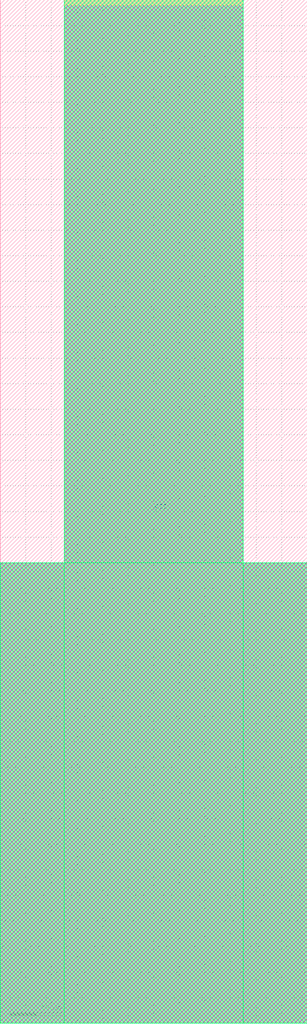
<source format=lef>
VERSION 5.8 ;
BUSBITCHARS "[]" ;
DIVIDERCHAR "/" ;

MACRO RIIO_EG1D80V_CORNER_45
  CLASS ENDCAP BOTTOMLEFT ;
  ORIGIN 0 0 ;
  FOREIGN RIIO_EG1D80V_CORNER_45 0 0 ;
  SIZE 80 BY 80 ;
  SYMMETRY X Y ;
  SITE corner_site ;
  PIN VDD
    DIRECTION INOUT ;
    USE POWER ;
    NETEXPR "vdd VDD!" ;
    PORT
      LAYER QB ;
        RECT 75.44 61.2 80 66 ;
        RECT 70.646 65.971 77.43 66.006 ;
        RECT 68.668 67.949 75.44 67.995 ;
        RECT 68.714 67.903 75.486 67.967 ;
        RECT 75.43 61.205 75.44 67.995 ;
        RECT 68.76 67.857 75.532 67.921 ;
        RECT 75.384 61.233 75.43 68.023 ;
        RECT 68.622 67.995 75.384 68.069 ;
        RECT 68.806 67.811 75.578 67.875 ;
        RECT 75.338 61.279 75.384 68.069 ;
        RECT 68.576 68.041 75.338 68.115 ;
        RECT 68.852 67.765 75.624 67.829 ;
        RECT 75.292 61.325 75.338 68.115 ;
        RECT 68.53 68.087 75.292 68.161 ;
        RECT 68.898 67.719 75.67 67.783 ;
        RECT 75.246 61.371 75.292 68.161 ;
        RECT 68.484 68.133 75.246 68.207 ;
        RECT 68.944 67.673 75.716 67.737 ;
        RECT 75.2 61.417 75.246 68.207 ;
        RECT 68.438 68.179 75.2 68.253 ;
        RECT 68.99 67.627 75.762 67.691 ;
        RECT 75.154 61.463 75.2 68.253 ;
        RECT 68.392 68.225 75.154 68.299 ;
        RECT 69.036 67.581 75.808 67.645 ;
        RECT 75.108 61.509 75.154 68.299 ;
        RECT 68.346 68.271 75.108 68.345 ;
        RECT 69.082 67.535 75.854 67.599 ;
        RECT 75.062 61.555 75.108 68.345 ;
        RECT 68.3 68.317 75.062 68.391 ;
        RECT 69.128 67.489 75.9 67.553 ;
        RECT 75.016 61.601 75.062 68.391 ;
        RECT 68.254 68.363 75.016 68.437 ;
        RECT 69.174 67.443 75.946 67.507 ;
        RECT 74.97 61.647 75.016 68.437 ;
        RECT 68.208 68.409 74.97 68.483 ;
        RECT 69.22 67.397 75.992 67.461 ;
        RECT 74.924 61.693 74.97 68.483 ;
        RECT 68.162 68.455 74.924 68.529 ;
        RECT 69.266 67.351 76.038 67.415 ;
        RECT 74.878 61.739 74.924 68.529 ;
        RECT 68.116 68.501 74.878 68.575 ;
        RECT 69.312 67.305 76.084 67.369 ;
        RECT 74.832 61.785 74.878 68.575 ;
        RECT 68.07 68.547 74.832 68.621 ;
        RECT 69.358 67.259 76.13 67.323 ;
        RECT 74.786 61.831 74.832 68.621 ;
        RECT 68.024 68.593 74.786 68.667 ;
        RECT 69.404 67.213 76.176 67.277 ;
        RECT 74.74 61.877 74.786 68.667 ;
        RECT 67.978 68.639 74.74 68.713 ;
        RECT 69.45 67.167 76.222 67.231 ;
        RECT 74.694 61.923 74.74 68.713 ;
        RECT 67.932 68.685 74.694 68.759 ;
        RECT 69.496 67.121 76.268 67.185 ;
        RECT 74.648 61.969 74.694 68.759 ;
        RECT 67.886 68.731 74.648 68.805 ;
        RECT 69.542 67.075 76.314 67.139 ;
        RECT 74.602 62.015 74.648 68.805 ;
        RECT 67.84 68.777 74.602 68.851 ;
        RECT 69.588 67.029 76.36 67.093 ;
        RECT 74.556 62.061 74.602 68.851 ;
        RECT 67.794 68.823 74.556 68.897 ;
        RECT 69.634 66.983 76.406 67.047 ;
        RECT 74.51 62.107 74.556 68.897 ;
        RECT 67.748 68.869 74.51 68.943 ;
        RECT 69.68 66.937 76.452 67.001 ;
        RECT 74.464 62.153 74.51 68.943 ;
        RECT 67.702 68.915 74.464 68.989 ;
        RECT 69.726 66.891 76.498 66.955 ;
        RECT 74.418 62.199 74.464 68.989 ;
        RECT 67.656 68.961 74.418 69.035 ;
        RECT 69.772 66.845 76.544 66.909 ;
        RECT 74.372 62.245 74.418 69.035 ;
        RECT 67.61 69.007 74.372 69.081 ;
        RECT 69.818 66.799 76.59 66.863 ;
        RECT 74.326 62.291 74.372 69.081 ;
        RECT 67.564 69.053 74.326 69.127 ;
        RECT 69.864 66.753 76.636 66.817 ;
        RECT 74.28 62.337 74.326 69.127 ;
        RECT 67.518 69.099 74.28 69.173 ;
        RECT 69.91 66.707 76.682 66.771 ;
        RECT 74.234 62.383 74.28 69.173 ;
        RECT 67.472 69.145 74.234 69.219 ;
        RECT 69.956 66.661 76.728 66.725 ;
        RECT 74.188 62.429 74.234 69.219 ;
        RECT 67.426 69.191 74.188 69.265 ;
        RECT 70.002 66.615 76.774 66.679 ;
        RECT 74.142 62.475 74.188 69.265 ;
        RECT 67.38 69.237 74.142 69.311 ;
        RECT 70.048 66.569 76.82 66.633 ;
        RECT 74.096 62.521 74.142 69.311 ;
        RECT 67.334 69.283 74.096 69.357 ;
        RECT 70.094 66.523 76.866 66.587 ;
        RECT 74.05 62.567 74.096 69.357 ;
        RECT 67.288 69.329 74.05 69.403 ;
        RECT 70.14 66.477 76.912 66.541 ;
        RECT 74.004 62.613 74.05 69.403 ;
        RECT 67.242 69.375 74.004 69.449 ;
        RECT 70.186 66.431 76.958 66.495 ;
        RECT 73.958 62.659 74.004 69.449 ;
        RECT 67.196 69.421 73.958 69.495 ;
        RECT 70.232 66.385 77.004 66.449 ;
        RECT 73.912 62.705 73.958 69.495 ;
        RECT 67.15 69.467 73.912 69.541 ;
        RECT 70.278 66.339 77.05 66.403 ;
        RECT 73.866 62.751 73.912 69.541 ;
        RECT 67.104 69.513 73.866 69.587 ;
        RECT 70.324 66.293 77.096 66.357 ;
        RECT 73.82 62.797 73.866 69.587 ;
        RECT 67.058 69.559 73.82 69.633 ;
        RECT 70.37 66.247 77.142 66.311 ;
        RECT 73.774 62.843 73.82 69.633 ;
        RECT 67.012 69.605 73.774 69.679 ;
        RECT 70.416 66.201 77.188 66.265 ;
        RECT 73.728 62.889 73.774 69.679 ;
        RECT 66.966 69.651 73.728 69.725 ;
        RECT 70.462 66.155 77.234 66.219 ;
        RECT 73.682 62.935 73.728 69.725 ;
        RECT 66.92 69.697 73.682 69.771 ;
        RECT 70.508 66.109 77.28 66.173 ;
        RECT 73.636 62.981 73.682 69.771 ;
        RECT 66.874 69.743 73.636 69.817 ;
        RECT 70.554 66.063 77.326 66.127 ;
        RECT 73.59 63.027 73.636 69.817 ;
        RECT 66.828 69.789 73.59 69.863 ;
        RECT 70.6 66.017 77.372 66.081 ;
        RECT 73.544 63.073 73.59 69.863 ;
        RECT 66.782 69.835 73.544 69.909 ;
        RECT 70.646 65.971 77.418 66.035 ;
        RECT 73.498 63.119 73.544 69.909 ;
        RECT 66.736 69.881 73.498 69.955 ;
        RECT 70.692 65.925 80 66 ;
        RECT 73.452 63.165 73.498 69.955 ;
        RECT 66.69 69.927 73.452 70.001 ;
        RECT 70.738 65.879 80 66 ;
        RECT 73.406 63.211 73.452 70.001 ;
        RECT 66.644 69.973 73.406 70.047 ;
        RECT 70.784 65.833 80 66 ;
        RECT 73.36 63.257 73.406 70.047 ;
        RECT 66.598 70.019 73.36 70.093 ;
        RECT 70.83 65.787 80 66 ;
        RECT 73.314 63.303 73.36 70.093 ;
        RECT 66.552 70.065 73.314 70.139 ;
        RECT 70.876 65.741 80 66 ;
        RECT 73.268 63.349 73.314 70.139 ;
        RECT 66.506 70.111 73.268 70.185 ;
        RECT 70.922 65.695 80 66 ;
        RECT 73.222 63.395 73.268 70.185 ;
        RECT 66.46 70.157 73.222 70.231 ;
        RECT 70.968 65.649 80 66 ;
        RECT 73.176 63.441 73.222 70.231 ;
        RECT 66.414 70.203 73.176 70.277 ;
        RECT 71.014 65.603 80 66 ;
        RECT 73.13 63.487 73.176 70.277 ;
        RECT 66.368 70.249 73.13 70.323 ;
        RECT 71.06 65.557 80 66 ;
        RECT 73.084 63.533 73.13 70.323 ;
        RECT 66.322 70.295 73.084 70.369 ;
        RECT 71.106 65.511 80 66 ;
        RECT 73.038 63.579 73.084 70.369 ;
        RECT 66.276 70.341 73.038 70.415 ;
        RECT 71.152 65.465 80 66 ;
        RECT 72.992 63.625 73.038 70.415 ;
        RECT 66.23 70.387 72.992 70.461 ;
        RECT 71.198 65.419 80 66 ;
        RECT 72.946 63.671 72.992 70.461 ;
        RECT 66.184 70.433 72.946 70.507 ;
        RECT 71.244 65.373 80 66 ;
        RECT 72.9 63.717 72.946 70.507 ;
        RECT 66.138 70.479 72.9 70.553 ;
        RECT 71.29 65.327 80 66 ;
        RECT 72.854 63.763 72.9 70.553 ;
        RECT 66.092 70.525 72.854 70.599 ;
        RECT 71.336 65.281 80 66 ;
        RECT 72.808 63.809 72.854 70.599 ;
        RECT 66.046 70.571 72.808 70.645 ;
        RECT 71.382 65.235 80 66 ;
        RECT 72.762 63.855 72.808 70.645 ;
        RECT 65.984 70.648 72.762 70.691 ;
        RECT 66 70.617 72.762 70.691 ;
        RECT 71.428 65.189 80 66 ;
        RECT 72.716 63.901 72.762 70.691 ;
        RECT 65.938 70.679 72.716 70.737 ;
        RECT 71.474 65.143 80 66 ;
        RECT 72.67 63.947 72.716 70.737 ;
        RECT 65.892 70.725 72.67 70.783 ;
        RECT 71.52 65.097 80 66 ;
        RECT 72.624 63.993 72.67 70.783 ;
        RECT 65.846 70.771 72.624 70.829 ;
        RECT 71.566 65.051 80 66 ;
        RECT 72.578 64.039 72.624 70.829 ;
        RECT 65.8 70.817 72.578 70.875 ;
        RECT 71.612 65.005 80 66 ;
        RECT 72.532 64.085 72.578 70.875 ;
        RECT 65.754 70.863 72.532 70.921 ;
        RECT 71.658 64.959 80 66 ;
        RECT 72.486 64.131 72.532 70.921 ;
        RECT 65.708 70.909 72.486 70.967 ;
        RECT 71.704 64.913 80 66 ;
        RECT 72.44 64.177 72.486 70.967 ;
        RECT 65.662 70.955 72.44 71.013 ;
        RECT 71.75 64.867 80 66 ;
        RECT 72.394 64.223 72.44 71.013 ;
        RECT 65.616 71.001 72.394 71.059 ;
        RECT 71.796 64.821 80 66 ;
        RECT 72.348 64.269 72.394 71.059 ;
        RECT 65.57 71.047 72.348 71.105 ;
        RECT 71.842 64.775 80 66 ;
        RECT 72.302 64.315 72.348 71.105 ;
        RECT 65.524 71.093 72.302 71.151 ;
        RECT 71.888 64.729 80 66 ;
        RECT 72.256 64.361 72.302 71.151 ;
        RECT 65.478 71.139 72.256 71.197 ;
        RECT 71.934 64.683 80 66 ;
        RECT 72.21 64.407 72.256 71.197 ;
        RECT 65.432 71.185 72.21 71.243 ;
        RECT 71.98 64.637 80 66 ;
        RECT 72.164 64.453 72.21 71.243 ;
        RECT 65.386 71.231 72.164 71.289 ;
        RECT 72.026 64.591 80 66 ;
        RECT 72.118 64.499 72.164 71.289 ;
        RECT 65.34 71.277 72.118 71.335 ;
        RECT 72.072 64.545 80 66 ;
        RECT 65.294 71.323 72.072 71.381 ;
        RECT 65.248 71.369 72.026 71.427 ;
        RECT 65.202 71.415 71.98 71.473 ;
        RECT 65.156 71.461 71.934 71.519 ;
        RECT 65.11 71.507 71.888 71.565 ;
        RECT 65.064 71.553 71.842 71.611 ;
        RECT 65.018 71.599 71.796 71.657 ;
        RECT 64.972 71.645 71.75 71.703 ;
        RECT 64.926 71.691 71.704 71.749 ;
        RECT 64.88 71.737 71.658 71.795 ;
        RECT 64.834 71.783 71.612 71.841 ;
        RECT 64.788 71.829 71.566 71.887 ;
        RECT 64.742 71.875 71.52 71.933 ;
        RECT 64.696 71.921 71.474 71.979 ;
        RECT 64.65 71.967 71.428 72.025 ;
        RECT 64.604 72.013 71.382 72.071 ;
        RECT 64.558 72.059 71.336 72.117 ;
        RECT 64.512 72.105 71.29 72.163 ;
        RECT 64.466 72.151 71.244 72.209 ;
        RECT 64.42 72.197 71.198 72.255 ;
        RECT 64.374 72.243 71.152 72.301 ;
        RECT 64.328 72.289 71.106 72.347 ;
        RECT 64.282 72.335 71.06 72.393 ;
        RECT 64.236 72.381 71.014 72.439 ;
        RECT 64.19 72.427 70.968 72.485 ;
        RECT 64.144 72.473 70.922 72.531 ;
        RECT 64.098 72.519 70.876 72.577 ;
        RECT 64.052 72.565 70.83 72.623 ;
        RECT 64.006 72.611 70.784 72.669 ;
        RECT 63.96 72.657 70.738 72.715 ;
        RECT 63.914 72.703 70.692 72.761 ;
        RECT 63.868 72.749 70.646 72.807 ;
        RECT 63.822 72.795 70.6 72.853 ;
        RECT 63.776 72.841 70.554 72.899 ;
        RECT 63.73 72.887 70.508 72.945 ;
        RECT 63.684 72.933 70.462 72.991 ;
        RECT 63.638 72.979 70.416 73.037 ;
        RECT 63.592 73.025 70.37 73.083 ;
        RECT 63.546 73.071 70.324 73.129 ;
        RECT 63.5 73.117 70.278 73.175 ;
        RECT 63.454 73.163 70.232 73.221 ;
        RECT 63.408 73.209 70.186 73.267 ;
        RECT 63.362 73.255 70.14 73.313 ;
        RECT 63.316 73.301 70.094 73.359 ;
        RECT 63.27 73.347 70.048 73.405 ;
        RECT 63.224 73.393 70.002 73.451 ;
        RECT 63.178 73.439 69.956 73.497 ;
        RECT 63.132 73.485 69.91 73.543 ;
        RECT 63.086 73.531 69.864 73.589 ;
        RECT 63.04 73.577 69.818 73.635 ;
        RECT 62.994 73.623 69.772 73.681 ;
        RECT 62.948 73.669 69.726 73.727 ;
        RECT 62.902 73.715 69.68 73.773 ;
        RECT 62.856 73.761 69.634 73.819 ;
        RECT 62.81 73.807 69.588 73.865 ;
        RECT 62.764 73.853 69.542 73.911 ;
        RECT 62.718 73.899 69.496 73.957 ;
        RECT 62.672 73.945 69.45 74.003 ;
        RECT 62.626 73.991 69.404 74.049 ;
        RECT 62.58 74.037 69.358 74.095 ;
        RECT 62.534 74.083 69.312 74.141 ;
        RECT 62.488 74.129 69.266 74.187 ;
        RECT 62.442 74.175 69.22 74.233 ;
        RECT 62.396 74.221 69.174 74.279 ;
        RECT 62.35 74.267 69.128 74.325 ;
        RECT 62.304 74.313 69.082 74.371 ;
        RECT 62.258 74.359 69.036 74.417 ;
        RECT 62.212 74.405 68.99 74.463 ;
        RECT 62.166 74.451 68.944 74.509 ;
        RECT 62.12 74.497 68.898 74.555 ;
        RECT 62.074 74.543 68.852 74.601 ;
        RECT 62.028 74.589 68.806 74.647 ;
        RECT 61.982 74.635 68.76 74.693 ;
        RECT 61.936 74.681 68.714 74.739 ;
        RECT 61.89 74.727 68.668 74.785 ;
        RECT 61.844 74.773 68.622 74.831 ;
        RECT 61.798 74.819 68.576 74.877 ;
        RECT 61.752 74.865 68.53 74.923 ;
        RECT 61.706 74.911 68.484 74.969 ;
        RECT 61.66 74.957 68.438 75.015 ;
        RECT 61.614 75.003 68.392 75.061 ;
        RECT 61.568 75.049 68.346 75.107 ;
        RECT 61.522 75.095 68.3 75.153 ;
        RECT 61.476 75.141 68.254 75.199 ;
        RECT 61.43 75.187 68.208 75.245 ;
        RECT 61.384 75.233 68.162 75.291 ;
        RECT 61.338 75.279 68.116 75.337 ;
        RECT 61.292 75.325 68.07 75.383 ;
        RECT 61.246 75.371 68.024 75.429 ;
        RECT 61.2 75.417 67.978 75.475 ;
        RECT 61.2 75.417 67.932 75.521 ;
        RECT 61.2 75.417 67.886 75.567 ;
        RECT 61.2 75.417 67.84 75.613 ;
        RECT 61.2 75.417 67.794 75.659 ;
        RECT 61.2 75.417 67.748 75.705 ;
        RECT 61.2 75.417 67.702 75.751 ;
        RECT 61.2 75.417 67.656 75.797 ;
        RECT 61.2 75.417 67.61 75.843 ;
        RECT 61.2 75.417 67.564 75.889 ;
        RECT 61.2 75.417 67.518 75.935 ;
        RECT 61.2 75.417 67.472 75.981 ;
        RECT 61.2 75.417 67.426 76.027 ;
        RECT 61.2 75.417 67.38 76.073 ;
        RECT 61.2 75.417 67.334 76.119 ;
        RECT 61.2 75.417 67.288 76.165 ;
        RECT 61.2 75.417 67.242 76.211 ;
        RECT 61.2 75.417 67.196 76.257 ;
        RECT 61.2 75.417 67.15 76.303 ;
        RECT 61.2 75.417 67.104 76.349 ;
        RECT 61.2 75.417 67.058 76.395 ;
        RECT 61.2 75.417 67.012 76.441 ;
        RECT 61.2 75.417 66.966 76.487 ;
        RECT 61.2 75.417 66.92 76.533 ;
        RECT 61.2 75.417 66.874 76.579 ;
        RECT 61.2 75.417 66.828 76.625 ;
        RECT 61.2 75.417 66.782 76.671 ;
        RECT 61.2 75.417 66.736 76.717 ;
        RECT 61.2 75.417 66.69 76.763 ;
        RECT 61.2 75.417 66.644 76.809 ;
        RECT 61.2 75.417 66.598 76.855 ;
        RECT 61.2 75.417 66.552 76.901 ;
        RECT 61.2 75.417 66.506 76.947 ;
        RECT 61.2 75.417 66.46 76.993 ;
        RECT 61.2 75.417 66.414 77.039 ;
        RECT 61.2 75.417 66.368 77.085 ;
        RECT 61.2 75.417 66.322 77.131 ;
        RECT 61.2 75.417 66.276 77.177 ;
        RECT 61.2 75.417 66.23 77.223 ;
        RECT 61.2 75.417 66.184 77.269 ;
        RECT 61.2 75.417 66.138 77.315 ;
        RECT 61.2 75.417 66.092 77.361 ;
        RECT 61.2 75.417 66.046 77.407 ;
        RECT 61.2 75.417 66 80 ;
    END
    PORT
      LAYER QB ;
        RECT 72.87 55 80 59.8 ;
        RECT 68.08 59.767 74.86 59.806 ;
        RECT 66.102 61.745 72.87 61.793 ;
        RECT 66.148 61.699 72.916 61.767 ;
        RECT 72.864 55.003 72.87 61.793 ;
        RECT 66.194 61.653 72.962 61.721 ;
        RECT 72.818 55.029 72.864 61.819 ;
        RECT 66.056 61.791 72.818 61.865 ;
        RECT 66.24 61.607 73.008 61.675 ;
        RECT 72.772 55.075 72.818 61.865 ;
        RECT 66.01 61.837 72.772 61.911 ;
        RECT 66.286 61.561 73.054 61.629 ;
        RECT 72.726 55.121 72.772 61.911 ;
        RECT 65.964 61.883 72.726 61.957 ;
        RECT 66.332 61.515 73.1 61.583 ;
        RECT 72.68 55.167 72.726 61.957 ;
        RECT 65.918 61.929 72.68 62.003 ;
        RECT 66.378 61.469 73.146 61.537 ;
        RECT 72.634 55.213 72.68 62.003 ;
        RECT 65.872 61.975 72.634 62.049 ;
        RECT 66.424 61.423 73.192 61.491 ;
        RECT 72.588 55.259 72.634 62.049 ;
        RECT 65.826 62.021 72.588 62.095 ;
        RECT 66.47 61.377 73.238 61.445 ;
        RECT 72.542 55.305 72.588 62.095 ;
        RECT 65.78 62.067 72.542 62.141 ;
        RECT 66.516 61.331 73.284 61.399 ;
        RECT 72.496 55.351 72.542 62.141 ;
        RECT 65.734 62.113 72.496 62.187 ;
        RECT 66.562 61.285 73.33 61.353 ;
        RECT 72.45 55.397 72.496 62.187 ;
        RECT 65.688 62.159 72.45 62.233 ;
        RECT 66.608 61.239 73.376 61.307 ;
        RECT 72.404 55.443 72.45 62.233 ;
        RECT 65.642 62.205 72.404 62.279 ;
        RECT 66.654 61.193 73.422 61.261 ;
        RECT 72.358 55.489 72.404 62.279 ;
        RECT 65.596 62.251 72.358 62.325 ;
        RECT 66.7 61.147 73.468 61.215 ;
        RECT 72.312 55.535 72.358 62.325 ;
        RECT 65.55 62.297 72.312 62.371 ;
        RECT 66.746 61.101 73.514 61.169 ;
        RECT 72.266 55.581 72.312 62.371 ;
        RECT 65.504 62.343 72.266 62.417 ;
        RECT 66.792 61.055 73.56 61.123 ;
        RECT 72.22 55.627 72.266 62.417 ;
        RECT 65.458 62.389 72.22 62.463 ;
        RECT 66.838 61.009 73.606 61.077 ;
        RECT 72.174 55.673 72.22 62.463 ;
        RECT 65.412 62.435 72.174 62.509 ;
        RECT 66.884 60.963 73.652 61.031 ;
        RECT 72.128 55.719 72.174 62.509 ;
        RECT 65.366 62.481 72.128 62.555 ;
        RECT 66.93 60.917 73.698 60.985 ;
        RECT 72.082 55.765 72.128 62.555 ;
        RECT 65.32 62.527 72.082 62.601 ;
        RECT 66.976 60.871 73.744 60.939 ;
        RECT 72.036 55.811 72.082 62.601 ;
        RECT 65.274 62.573 72.036 62.647 ;
        RECT 67.022 60.825 73.79 60.893 ;
        RECT 71.99 55.857 72.036 62.647 ;
        RECT 65.228 62.619 71.99 62.693 ;
        RECT 67.068 60.779 73.836 60.847 ;
        RECT 71.944 55.903 71.99 62.693 ;
        RECT 65.182 62.665 71.944 62.739 ;
        RECT 67.114 60.733 73.882 60.801 ;
        RECT 71.898 55.949 71.944 62.739 ;
        RECT 65.136 62.711 71.898 62.785 ;
        RECT 67.16 60.687 73.928 60.755 ;
        RECT 71.852 55.995 71.898 62.785 ;
        RECT 65.09 62.757 71.852 62.831 ;
        RECT 67.206 60.641 73.974 60.709 ;
        RECT 71.806 56.041 71.852 62.831 ;
        RECT 65.044 62.803 71.806 62.877 ;
        RECT 67.252 60.595 74.02 60.663 ;
        RECT 71.76 56.087 71.806 62.877 ;
        RECT 64.998 62.849 71.76 62.923 ;
        RECT 67.298 60.549 74.066 60.617 ;
        RECT 71.714 56.133 71.76 62.923 ;
        RECT 64.952 62.895 71.714 62.969 ;
        RECT 67.344 60.503 74.112 60.571 ;
        RECT 71.668 56.179 71.714 62.969 ;
        RECT 64.906 62.941 71.668 63.015 ;
        RECT 67.39 60.457 74.158 60.525 ;
        RECT 71.622 56.225 71.668 63.015 ;
        RECT 64.86 62.987 71.622 63.061 ;
        RECT 67.436 60.411 74.204 60.479 ;
        RECT 71.576 56.271 71.622 63.061 ;
        RECT 64.814 63.033 71.576 63.107 ;
        RECT 67.482 60.365 74.25 60.433 ;
        RECT 71.53 56.317 71.576 63.107 ;
        RECT 64.768 63.079 71.53 63.153 ;
        RECT 67.528 60.319 74.296 60.387 ;
        RECT 71.484 56.363 71.53 63.153 ;
        RECT 64.722 63.125 71.484 63.199 ;
        RECT 67.574 60.273 74.342 60.341 ;
        RECT 71.438 56.409 71.484 63.199 ;
        RECT 64.676 63.171 71.438 63.245 ;
        RECT 67.62 60.227 74.388 60.295 ;
        RECT 71.392 56.455 71.438 63.245 ;
        RECT 64.63 63.217 71.392 63.291 ;
        RECT 67.666 60.181 74.434 60.249 ;
        RECT 71.346 56.501 71.392 63.291 ;
        RECT 64.584 63.263 71.346 63.337 ;
        RECT 67.712 60.135 74.48 60.203 ;
        RECT 71.3 56.547 71.346 63.337 ;
        RECT 64.538 63.309 71.3 63.383 ;
        RECT 67.758 60.089 74.526 60.157 ;
        RECT 71.254 56.593 71.3 63.383 ;
        RECT 64.492 63.355 71.254 63.429 ;
        RECT 67.804 60.043 74.572 60.111 ;
        RECT 71.208 56.639 71.254 63.429 ;
        RECT 64.446 63.401 71.208 63.475 ;
        RECT 67.85 59.997 74.618 60.065 ;
        RECT 71.162 56.685 71.208 63.475 ;
        RECT 64.4 63.447 71.162 63.521 ;
        RECT 67.896 59.951 74.664 60.019 ;
        RECT 71.116 56.731 71.162 63.521 ;
        RECT 64.354 63.493 71.116 63.567 ;
        RECT 67.942 59.905 74.71 59.973 ;
        RECT 71.07 56.777 71.116 63.567 ;
        RECT 64.308 63.539 71.07 63.613 ;
        RECT 67.988 59.859 74.756 59.927 ;
        RECT 71.024 56.823 71.07 63.613 ;
        RECT 64.262 63.585 71.024 63.659 ;
        RECT 68.034 59.813 74.802 59.881 ;
        RECT 70.978 56.869 71.024 63.659 ;
        RECT 64.216 63.631 70.978 63.705 ;
        RECT 68.08 59.767 74.848 59.835 ;
        RECT 70.932 56.915 70.978 63.705 ;
        RECT 64.17 63.677 70.932 63.751 ;
        RECT 68.126 59.721 80 59.8 ;
        RECT 70.886 56.961 70.932 63.751 ;
        RECT 64.124 63.723 70.886 63.797 ;
        RECT 68.172 59.675 80 59.8 ;
        RECT 70.84 57.007 70.886 63.797 ;
        RECT 64.078 63.769 70.84 63.843 ;
        RECT 68.218 59.629 80 59.8 ;
        RECT 70.794 57.053 70.84 63.843 ;
        RECT 64.032 63.815 70.794 63.889 ;
        RECT 68.264 59.583 80 59.8 ;
        RECT 70.748 57.099 70.794 63.889 ;
        RECT 63.986 63.861 70.748 63.935 ;
        RECT 68.31 59.537 80 59.8 ;
        RECT 70.702 57.145 70.748 63.935 ;
        RECT 63.94 63.907 70.702 63.981 ;
        RECT 68.356 59.491 80 59.8 ;
        RECT 70.656 57.191 70.702 63.981 ;
        RECT 63.894 63.953 70.656 64.027 ;
        RECT 68.402 59.445 80 59.8 ;
        RECT 70.61 57.237 70.656 64.027 ;
        RECT 63.848 63.999 70.61 64.073 ;
        RECT 68.448 59.399 80 59.8 ;
        RECT 70.564 57.283 70.61 64.073 ;
        RECT 63.802 64.045 70.564 64.119 ;
        RECT 68.494 59.353 80 59.8 ;
        RECT 70.518 57.329 70.564 64.119 ;
        RECT 63.756 64.091 70.518 64.165 ;
        RECT 68.54 59.307 80 59.8 ;
        RECT 70.472 57.375 70.518 64.165 ;
        RECT 63.71 64.137 70.472 64.211 ;
        RECT 68.586 59.261 80 59.8 ;
        RECT 70.426 57.421 70.472 64.211 ;
        RECT 63.664 64.183 70.426 64.257 ;
        RECT 68.632 59.215 80 59.8 ;
        RECT 70.38 57.467 70.426 64.257 ;
        RECT 63.618 64.229 70.38 64.303 ;
        RECT 68.678 59.169 80 59.8 ;
        RECT 70.334 57.513 70.38 64.303 ;
        RECT 63.572 64.275 70.334 64.349 ;
        RECT 68.724 59.123 80 59.8 ;
        RECT 70.288 57.559 70.334 64.349 ;
        RECT 63.526 64.321 70.288 64.395 ;
        RECT 68.77 59.077 80 59.8 ;
        RECT 70.242 57.605 70.288 64.395 ;
        RECT 63.48 64.367 70.242 64.441 ;
        RECT 68.816 59.031 80 59.8 ;
        RECT 70.196 57.651 70.242 64.441 ;
        RECT 63.434 64.413 70.196 64.487 ;
        RECT 68.862 58.985 80 59.8 ;
        RECT 70.15 57.697 70.196 64.487 ;
        RECT 63.388 64.459 70.15 64.533 ;
        RECT 68.908 58.939 80 59.8 ;
        RECT 70.104 57.743 70.15 64.533 ;
        RECT 63.342 64.505 70.104 64.579 ;
        RECT 68.954 58.893 80 59.8 ;
        RECT 70.058 57.789 70.104 64.579 ;
        RECT 63.296 64.551 70.058 64.625 ;
        RECT 69 58.847 80 59.8 ;
        RECT 70.012 57.835 70.058 64.625 ;
        RECT 63.25 64.597 70.012 64.671 ;
        RECT 69.046 58.801 80 59.8 ;
        RECT 69.966 57.881 70.012 64.671 ;
        RECT 63.204 64.643 69.966 64.717 ;
        RECT 69.092 58.755 80 59.8 ;
        RECT 69.92 57.927 69.966 64.717 ;
        RECT 63.158 64.689 69.92 64.763 ;
        RECT 69.138 58.709 80 59.8 ;
        RECT 69.874 57.973 69.92 64.763 ;
        RECT 63.112 64.735 69.874 64.809 ;
        RECT 69.184 58.663 80 59.8 ;
        RECT 69.828 58.019 69.874 64.809 ;
        RECT 63.066 64.781 69.828 64.855 ;
        RECT 69.23 58.617 80 59.8 ;
        RECT 69.782 58.065 69.828 64.855 ;
        RECT 63.02 64.827 69.782 64.901 ;
        RECT 69.276 58.571 80 59.8 ;
        RECT 69.736 58.111 69.782 64.901 ;
        RECT 62.974 64.873 69.736 64.947 ;
        RECT 69.322 58.525 80 59.8 ;
        RECT 69.69 58.157 69.736 64.947 ;
        RECT 62.928 64.919 69.69 64.993 ;
        RECT 69.368 58.479 80 59.8 ;
        RECT 69.644 58.203 69.69 64.993 ;
        RECT 62.882 64.965 69.644 65.039 ;
        RECT 69.414 58.433 80 59.8 ;
        RECT 69.598 58.249 69.644 65.039 ;
        RECT 62.836 65.011 69.598 65.085 ;
        RECT 69.46 58.387 80 59.8 ;
        RECT 69.552 58.295 69.598 65.085 ;
        RECT 62.79 65.057 69.552 65.131 ;
        RECT 69.506 58.341 80 59.8 ;
        RECT 62.744 65.103 69.506 65.177 ;
        RECT 62.698 65.149 69.46 65.223 ;
        RECT 62.652 65.195 69.414 65.269 ;
        RECT 62.606 65.241 69.368 65.315 ;
        RECT 62.56 65.287 69.322 65.361 ;
        RECT 62.514 65.333 69.276 65.407 ;
        RECT 62.468 65.379 69.23 65.453 ;
        RECT 62.422 65.425 69.184 65.499 ;
        RECT 62.376 65.471 69.138 65.545 ;
        RECT 62.33 65.517 69.092 65.591 ;
        RECT 62.284 65.563 69.046 65.637 ;
        RECT 62.238 65.609 69 65.683 ;
        RECT 62.192 65.655 68.954 65.729 ;
        RECT 62.146 65.701 68.908 65.775 ;
        RECT 62.1 65.747 68.862 65.821 ;
        RECT 62.054 65.793 68.816 65.867 ;
        RECT 62.008 65.839 68.77 65.913 ;
        RECT 61.962 65.885 68.724 65.959 ;
        RECT 61.916 65.931 68.678 66.005 ;
        RECT 61.87 65.977 68.632 66.051 ;
        RECT 61.824 66.023 68.586 66.097 ;
        RECT 61.778 66.069 68.54 66.143 ;
        RECT 61.732 66.115 68.494 66.189 ;
        RECT 61.686 66.161 68.448 66.235 ;
        RECT 61.64 66.207 68.402 66.281 ;
        RECT 61.594 66.253 68.356 66.327 ;
        RECT 61.548 66.299 68.31 66.373 ;
        RECT 61.502 66.345 68.264 66.419 ;
        RECT 61.456 66.391 68.218 66.465 ;
        RECT 61.41 66.437 68.172 66.511 ;
        RECT 61.364 66.483 68.126 66.557 ;
        RECT 61.318 66.529 68.08 66.603 ;
        RECT 61.272 66.575 68.034 66.649 ;
        RECT 61.226 66.621 67.988 66.695 ;
        RECT 61.18 66.667 67.942 66.741 ;
        RECT 61.134 66.713 67.896 66.787 ;
        RECT 61.088 66.759 67.85 66.833 ;
        RECT 61.042 66.805 67.804 66.879 ;
        RECT 60.996 66.851 67.758 66.925 ;
        RECT 60.95 66.897 67.712 66.971 ;
        RECT 60.904 66.943 67.666 67.017 ;
        RECT 60.858 66.989 67.62 67.063 ;
        RECT 60.812 67.035 67.574 67.109 ;
        RECT 60.766 67.081 67.528 67.155 ;
        RECT 60.72 67.127 67.482 67.201 ;
        RECT 60.674 67.173 67.436 67.247 ;
        RECT 60.628 67.219 67.39 67.293 ;
        RECT 60.582 67.265 67.344 67.339 ;
        RECT 60.536 67.311 67.298 67.385 ;
        RECT 60.49 67.357 67.252 67.431 ;
        RECT 60.444 67.403 67.206 67.477 ;
        RECT 60.398 67.449 67.16 67.523 ;
        RECT 60.352 67.495 67.114 67.569 ;
        RECT 60.306 67.541 67.068 67.615 ;
        RECT 60.26 67.587 67.022 67.661 ;
        RECT 60.214 67.633 66.976 67.707 ;
        RECT 60.168 67.679 66.93 67.753 ;
        RECT 60.122 67.725 66.884 67.799 ;
        RECT 60.076 67.771 66.838 67.845 ;
        RECT 60.03 67.817 66.792 67.891 ;
        RECT 59.984 67.863 66.746 67.937 ;
        RECT 59.938 67.909 66.7 67.983 ;
        RECT 59.892 67.955 66.654 68.029 ;
        RECT 59.846 68.001 66.608 68.075 ;
        RECT 59.784 68.078 66.562 68.121 ;
        RECT 59.8 68.047 66.562 68.121 ;
        RECT 59.738 68.109 66.516 68.167 ;
        RECT 59.692 68.155 66.47 68.213 ;
        RECT 59.646 68.201 66.424 68.259 ;
        RECT 59.6 68.247 66.378 68.305 ;
        RECT 59.554 68.293 66.332 68.351 ;
        RECT 59.508 68.339 66.286 68.397 ;
        RECT 59.462 68.385 66.24 68.443 ;
        RECT 59.416 68.431 66.194 68.489 ;
        RECT 59.37 68.477 66.148 68.535 ;
        RECT 59.324 68.523 66.102 68.581 ;
        RECT 59.278 68.569 66.056 68.627 ;
        RECT 59.232 68.615 66.01 68.673 ;
        RECT 59.186 68.661 65.964 68.719 ;
        RECT 59.14 68.707 65.918 68.765 ;
        RECT 59.094 68.753 65.872 68.811 ;
        RECT 59.048 68.799 65.826 68.857 ;
        RECT 59.002 68.845 65.78 68.903 ;
        RECT 58.956 68.891 65.734 68.949 ;
        RECT 58.91 68.937 65.688 68.995 ;
        RECT 58.864 68.983 65.642 69.041 ;
        RECT 58.818 69.029 65.596 69.087 ;
        RECT 58.772 69.075 65.55 69.133 ;
        RECT 58.726 69.121 65.504 69.179 ;
        RECT 58.68 69.167 65.458 69.225 ;
        RECT 58.634 69.213 65.412 69.271 ;
        RECT 58.588 69.259 65.366 69.317 ;
        RECT 58.542 69.305 65.32 69.363 ;
        RECT 58.496 69.351 65.274 69.409 ;
        RECT 58.45 69.397 65.228 69.455 ;
        RECT 58.404 69.443 65.182 69.501 ;
        RECT 58.358 69.489 65.136 69.547 ;
        RECT 58.312 69.535 65.09 69.593 ;
        RECT 58.266 69.581 65.044 69.639 ;
        RECT 58.22 69.627 64.998 69.685 ;
        RECT 58.174 69.673 64.952 69.731 ;
        RECT 58.128 69.719 64.906 69.777 ;
        RECT 58.082 69.765 64.86 69.823 ;
        RECT 58.036 69.811 64.814 69.869 ;
        RECT 57.99 69.857 64.768 69.915 ;
        RECT 57.944 69.903 64.722 69.961 ;
        RECT 57.898 69.949 64.676 70.007 ;
        RECT 57.852 69.995 64.63 70.053 ;
        RECT 57.806 70.041 64.584 70.099 ;
        RECT 57.76 70.087 64.538 70.145 ;
        RECT 57.714 70.133 64.492 70.191 ;
        RECT 57.668 70.179 64.446 70.237 ;
        RECT 57.622 70.225 64.4 70.283 ;
        RECT 57.576 70.271 64.354 70.329 ;
        RECT 57.53 70.317 64.308 70.375 ;
        RECT 57.484 70.363 64.262 70.421 ;
        RECT 57.438 70.409 64.216 70.467 ;
        RECT 57.392 70.455 64.17 70.513 ;
        RECT 57.346 70.501 64.124 70.559 ;
        RECT 57.3 70.547 64.078 70.605 ;
        RECT 57.254 70.593 64.032 70.651 ;
        RECT 57.208 70.639 63.986 70.697 ;
        RECT 57.162 70.685 63.94 70.743 ;
        RECT 57.116 70.731 63.894 70.789 ;
        RECT 57.07 70.777 63.848 70.835 ;
        RECT 57.024 70.823 63.802 70.881 ;
        RECT 56.978 70.869 63.756 70.927 ;
        RECT 56.932 70.915 63.71 70.973 ;
        RECT 56.886 70.961 63.664 71.019 ;
        RECT 56.84 71.007 63.618 71.065 ;
        RECT 56.794 71.053 63.572 71.111 ;
        RECT 56.748 71.099 63.526 71.157 ;
        RECT 56.702 71.145 63.48 71.203 ;
        RECT 56.656 71.191 63.434 71.249 ;
        RECT 56.61 71.237 63.388 71.295 ;
        RECT 56.564 71.283 63.342 71.341 ;
        RECT 56.518 71.329 63.296 71.387 ;
        RECT 56.472 71.375 63.25 71.433 ;
        RECT 56.426 71.421 63.204 71.479 ;
        RECT 56.38 71.467 63.158 71.525 ;
        RECT 56.334 71.513 63.112 71.571 ;
        RECT 56.288 71.559 63.066 71.617 ;
        RECT 56.242 71.605 63.02 71.663 ;
        RECT 56.196 71.651 62.974 71.709 ;
        RECT 56.15 71.697 62.928 71.755 ;
        RECT 56.104 71.743 62.882 71.801 ;
        RECT 56.058 71.789 62.836 71.847 ;
        RECT 56.012 71.835 62.79 71.893 ;
        RECT 55.966 71.881 62.744 71.939 ;
        RECT 55.92 71.927 62.698 71.985 ;
        RECT 55.874 71.973 62.652 72.031 ;
        RECT 55.828 72.019 62.606 72.077 ;
        RECT 55.782 72.065 62.56 72.123 ;
        RECT 55.736 72.111 62.514 72.169 ;
        RECT 55.69 72.157 62.468 72.215 ;
        RECT 55.644 72.203 62.422 72.261 ;
        RECT 55.598 72.249 62.376 72.307 ;
        RECT 55.552 72.295 62.33 72.353 ;
        RECT 55.506 72.341 62.284 72.399 ;
        RECT 55.46 72.387 62.238 72.445 ;
        RECT 55.414 72.433 62.192 72.491 ;
        RECT 55.368 72.479 62.146 72.537 ;
        RECT 55.322 72.525 62.1 72.583 ;
        RECT 55.276 72.571 62.054 72.629 ;
        RECT 55.23 72.617 62.008 72.675 ;
        RECT 55.184 72.663 61.962 72.721 ;
        RECT 55.138 72.709 61.916 72.767 ;
        RECT 55.092 72.755 61.87 72.813 ;
        RECT 55.046 72.801 61.824 72.859 ;
        RECT 55 72.847 61.778 72.905 ;
        RECT 55 72.847 61.732 72.951 ;
        RECT 55 72.847 61.686 72.997 ;
        RECT 55 72.847 61.64 73.043 ;
        RECT 55 72.847 61.594 73.089 ;
        RECT 55 72.847 61.548 73.135 ;
        RECT 55 72.847 61.502 73.181 ;
        RECT 55 72.847 61.456 73.227 ;
        RECT 55 72.847 61.41 73.273 ;
        RECT 55 72.847 61.364 73.319 ;
        RECT 55 72.847 61.318 73.365 ;
        RECT 55 72.847 61.272 73.411 ;
        RECT 55 72.847 61.226 73.457 ;
        RECT 55 72.847 61.18 73.503 ;
        RECT 55 72.847 61.134 73.549 ;
        RECT 55 72.847 61.088 73.595 ;
        RECT 55 72.847 61.042 73.641 ;
        RECT 55 72.847 60.996 73.687 ;
        RECT 55 72.847 60.95 73.733 ;
        RECT 55 72.847 60.904 73.779 ;
        RECT 55 72.847 60.858 73.825 ;
        RECT 55 72.847 60.812 73.871 ;
        RECT 55 72.847 60.766 73.917 ;
        RECT 55 72.847 60.72 73.963 ;
        RECT 55 72.847 60.674 74.009 ;
        RECT 55 72.847 60.628 74.055 ;
        RECT 55 72.847 60.582 74.101 ;
        RECT 55 72.847 60.536 74.147 ;
        RECT 55 72.847 60.49 74.193 ;
        RECT 55 72.847 60.444 74.239 ;
        RECT 55 72.847 60.398 74.285 ;
        RECT 55 72.847 60.352 74.331 ;
        RECT 55 72.847 60.306 74.377 ;
        RECT 55 72.847 60.26 74.423 ;
        RECT 55 72.847 60.214 74.469 ;
        RECT 55 72.847 60.168 74.515 ;
        RECT 55 72.847 60.122 74.561 ;
        RECT 55 72.847 60.076 74.607 ;
        RECT 55 72.847 60.03 74.653 ;
        RECT 55 72.847 59.984 74.699 ;
        RECT 55 72.847 59.938 74.745 ;
        RECT 55 72.847 59.892 74.791 ;
        RECT 55 72.847 59.846 74.837 ;
        RECT 55 72.847 59.8 80 ;
    END
  END VDD
  PIN VDDIO
    DIRECTION INOUT ;
    USE POWER ;
    NETEXPR "vddio VDDIO!" ;
    PORT
      LAYER QB ;
        RECT 62.59 30.2 80 35 ;
        RECT 57.77 34.997 64.58 35.006 ;
        RECT 57.77 34.997 64.568 35.035 ;
        RECT 55.838 36.929 62.59 37.008 ;
        RECT 55.884 36.883 62.636 36.967 ;
        RECT 62.554 30.218 62.59 37.008 ;
        RECT 55.792 36.975 62.554 37.049 ;
        RECT 55.93 36.837 62.682 36.921 ;
        RECT 62.508 30.259 62.554 37.049 ;
        RECT 55.746 37.021 62.508 37.095 ;
        RECT 55.976 36.791 62.728 36.875 ;
        RECT 62.462 30.305 62.508 37.095 ;
        RECT 55.7 37.067 62.462 37.141 ;
        RECT 56.022 36.745 62.774 36.829 ;
        RECT 62.416 30.351 62.462 37.141 ;
        RECT 55.654 37.113 62.416 37.187 ;
        RECT 56.068 36.699 62.82 36.783 ;
        RECT 62.37 30.397 62.416 37.187 ;
        RECT 55.608 37.159 62.37 37.233 ;
        RECT 56.114 36.653 62.866 36.737 ;
        RECT 62.324 30.443 62.37 37.233 ;
        RECT 55.562 37.205 62.324 37.279 ;
        RECT 56.16 36.607 62.912 36.691 ;
        RECT 62.278 30.489 62.324 37.279 ;
        RECT 55.516 37.251 62.278 37.325 ;
        RECT 56.206 36.561 62.958 36.645 ;
        RECT 62.232 30.535 62.278 37.325 ;
        RECT 55.47 37.297 62.232 37.371 ;
        RECT 56.252 36.515 63.004 36.599 ;
        RECT 62.186 30.581 62.232 37.371 ;
        RECT 55.424 37.343 62.186 37.417 ;
        RECT 56.298 36.469 63.05 36.553 ;
        RECT 62.14 30.627 62.186 37.417 ;
        RECT 55.378 37.389 62.14 37.463 ;
        RECT 56.344 36.423 63.096 36.507 ;
        RECT 62.094 30.673 62.14 37.463 ;
        RECT 55.332 37.435 62.094 37.509 ;
        RECT 56.39 36.377 63.142 36.461 ;
        RECT 62.048 30.719 62.094 37.509 ;
        RECT 55.286 37.481 62.048 37.555 ;
        RECT 56.436 36.331 63.188 36.415 ;
        RECT 62.002 30.765 62.048 37.555 ;
        RECT 55.24 37.527 62.002 37.601 ;
        RECT 56.482 36.285 63.234 36.369 ;
        RECT 61.956 30.811 62.002 37.601 ;
        RECT 55.194 37.573 61.956 37.647 ;
        RECT 56.528 36.239 63.28 36.323 ;
        RECT 61.91 30.857 61.956 37.647 ;
        RECT 55.148 37.619 61.91 37.693 ;
        RECT 56.574 36.193 63.326 36.277 ;
        RECT 61.864 30.903 61.91 37.693 ;
        RECT 55.102 37.665 61.864 37.739 ;
        RECT 56.62 36.147 63.372 36.231 ;
        RECT 61.818 30.949 61.864 37.739 ;
        RECT 55.056 37.711 61.818 37.785 ;
        RECT 56.666 36.101 63.418 36.185 ;
        RECT 61.772 30.995 61.818 37.785 ;
        RECT 55.01 37.757 61.772 37.831 ;
        RECT 56.712 36.055 63.464 36.139 ;
        RECT 61.726 31.041 61.772 37.831 ;
        RECT 54.964 37.803 61.726 37.877 ;
        RECT 56.758 36.009 63.51 36.093 ;
        RECT 61.68 31.087 61.726 37.877 ;
        RECT 54.918 37.849 61.68 37.923 ;
        RECT 56.804 35.963 63.556 36.047 ;
        RECT 61.634 31.133 61.68 37.923 ;
        RECT 54.872 37.895 61.634 37.969 ;
        RECT 56.85 35.917 63.602 36.001 ;
        RECT 61.588 31.179 61.634 37.969 ;
        RECT 54.826 37.941 61.588 38.015 ;
        RECT 56.896 35.871 63.648 35.955 ;
        RECT 61.542 31.225 61.588 38.015 ;
        RECT 54.78 37.987 61.542 38.061 ;
        RECT 56.942 35.825 63.694 35.909 ;
        RECT 61.496 31.271 61.542 38.061 ;
        RECT 54.734 38.033 61.496 38.107 ;
        RECT 56.988 35.779 63.74 35.863 ;
        RECT 61.45 31.317 61.496 38.107 ;
        RECT 54.688 38.079 61.45 38.153 ;
        RECT 57.034 35.733 63.786 35.817 ;
        RECT 61.404 31.363 61.45 38.153 ;
        RECT 54.642 38.125 61.404 38.199 ;
        RECT 57.08 35.687 63.832 35.771 ;
        RECT 61.358 31.409 61.404 38.199 ;
        RECT 54.596 38.171 61.358 38.245 ;
        RECT 57.126 35.641 63.878 35.725 ;
        RECT 61.312 31.455 61.358 38.245 ;
        RECT 54.55 38.217 61.312 38.291 ;
        RECT 57.172 35.595 63.924 35.679 ;
        RECT 61.266 31.501 61.312 38.291 ;
        RECT 54.504 38.263 61.266 38.337 ;
        RECT 57.218 35.549 63.97 35.633 ;
        RECT 61.22 31.547 61.266 38.337 ;
        RECT 54.458 38.309 61.22 38.383 ;
        RECT 57.264 35.503 64.016 35.587 ;
        RECT 61.174 31.593 61.22 38.383 ;
        RECT 54.412 38.355 61.174 38.429 ;
        RECT 57.31 35.457 64.062 35.541 ;
        RECT 61.128 31.639 61.174 38.429 ;
        RECT 54.366 38.401 61.128 38.475 ;
        RECT 57.356 35.411 64.108 35.495 ;
        RECT 61.082 31.685 61.128 38.475 ;
        RECT 54.32 38.447 61.082 38.521 ;
        RECT 57.402 35.365 64.154 35.449 ;
        RECT 61.036 31.731 61.082 38.521 ;
        RECT 54.274 38.493 61.036 38.567 ;
        RECT 57.448 35.319 64.2 35.403 ;
        RECT 60.99 31.777 61.036 38.567 ;
        RECT 54.228 38.539 60.99 38.613 ;
        RECT 57.494 35.273 64.246 35.357 ;
        RECT 60.944 31.823 60.99 38.613 ;
        RECT 54.182 38.585 60.944 38.659 ;
        RECT 57.54 35.227 64.292 35.311 ;
        RECT 60.898 31.869 60.944 38.659 ;
        RECT 54.136 38.631 60.898 38.705 ;
        RECT 57.586 35.181 64.338 35.265 ;
        RECT 60.852 31.915 60.898 38.705 ;
        RECT 54.09 38.677 60.852 38.751 ;
        RECT 57.632 35.135 64.384 35.219 ;
        RECT 60.806 31.961 60.852 38.751 ;
        RECT 54.044 38.723 60.806 38.797 ;
        RECT 57.678 35.089 64.43 35.173 ;
        RECT 60.76 32.007 60.806 38.797 ;
        RECT 53.998 38.769 60.76 38.843 ;
        RECT 57.724 35.043 64.476 35.127 ;
        RECT 60.714 32.053 60.76 38.843 ;
        RECT 53.952 38.815 60.714 38.889 ;
        RECT 57.77 34.997 64.522 35.081 ;
        RECT 60.668 32.099 60.714 38.889 ;
        RECT 53.906 38.861 60.668 38.935 ;
        RECT 57.816 34.951 80 35 ;
        RECT 60.622 32.145 60.668 38.935 ;
        RECT 53.86 38.907 60.622 38.981 ;
        RECT 57.862 34.905 80 35 ;
        RECT 60.576 32.191 60.622 38.981 ;
        RECT 53.814 38.953 60.576 39.027 ;
        RECT 57.908 34.859 80 35 ;
        RECT 60.53 32.237 60.576 39.027 ;
        RECT 53.768 38.999 60.53 39.073 ;
        RECT 57.954 34.813 80 35 ;
        RECT 60.484 32.283 60.53 39.073 ;
        RECT 53.722 39.045 60.484 39.119 ;
        RECT 58 34.767 80 35 ;
        RECT 60.438 32.329 60.484 39.119 ;
        RECT 53.676 39.091 60.438 39.165 ;
        RECT 58.046 34.721 80 35 ;
        RECT 60.392 32.375 60.438 39.165 ;
        RECT 53.63 39.137 60.392 39.211 ;
        RECT 58.092 34.675 80 35 ;
        RECT 60.346 32.421 60.392 39.211 ;
        RECT 53.584 39.183 60.346 39.257 ;
        RECT 58.138 34.629 80 35 ;
        RECT 60.3 32.467 60.346 39.257 ;
        RECT 53.538 39.229 60.3 39.303 ;
        RECT 58.184 34.583 80 35 ;
        RECT 60.254 32.513 60.3 39.303 ;
        RECT 53.492 39.275 60.254 39.349 ;
        RECT 58.23 34.537 80 35 ;
        RECT 60.208 32.559 60.254 39.349 ;
        RECT 53.446 39.321 60.208 39.395 ;
        RECT 58.276 34.491 80 35 ;
        RECT 60.162 32.605 60.208 39.395 ;
        RECT 53.4 39.367 60.162 39.441 ;
        RECT 58.322 34.445 80 35 ;
        RECT 60.116 32.651 60.162 39.441 ;
        RECT 53.354 39.413 60.116 39.487 ;
        RECT 58.368 34.399 80 35 ;
        RECT 60.07 32.697 60.116 39.487 ;
        RECT 53.308 39.459 60.07 39.533 ;
        RECT 58.414 34.353 80 35 ;
        RECT 60.024 32.743 60.07 39.533 ;
        RECT 53.262 39.505 60.024 39.579 ;
        RECT 58.46 34.307 80 35 ;
        RECT 59.978 32.789 60.024 39.579 ;
        RECT 53.216 39.551 59.978 39.625 ;
        RECT 58.506 34.261 80 35 ;
        RECT 59.932 32.835 59.978 39.625 ;
        RECT 53.17 39.597 59.932 39.671 ;
        RECT 58.552 34.215 80 35 ;
        RECT 59.886 32.881 59.932 39.671 ;
        RECT 53.124 39.643 59.886 39.717 ;
        RECT 58.598 34.169 80 35 ;
        RECT 59.84 32.927 59.886 39.717 ;
        RECT 53.078 39.689 59.84 39.763 ;
        RECT 58.644 34.123 80 35 ;
        RECT 59.794 32.973 59.84 39.763 ;
        RECT 53.032 39.735 59.794 39.809 ;
        RECT 58.69 34.077 80 35 ;
        RECT 59.748 33.019 59.794 39.809 ;
        RECT 52.986 39.781 59.748 39.855 ;
        RECT 58.736 34.031 80 35 ;
        RECT 59.702 33.065 59.748 39.855 ;
        RECT 52.94 39.827 59.702 39.901 ;
        RECT 58.782 33.985 80 35 ;
        RECT 59.656 33.111 59.702 39.901 ;
        RECT 52.894 39.873 59.656 39.947 ;
        RECT 58.828 33.939 80 35 ;
        RECT 59.61 33.157 59.656 39.947 ;
        RECT 52.848 39.919 59.61 39.993 ;
        RECT 58.874 33.893 80 35 ;
        RECT 59.564 33.203 59.61 39.993 ;
        RECT 52.802 39.965 59.564 40.039 ;
        RECT 58.92 33.847 80 35 ;
        RECT 59.518 33.249 59.564 40.039 ;
        RECT 52.756 40.011 59.518 40.085 ;
        RECT 58.966 33.801 80 35 ;
        RECT 59.472 33.295 59.518 40.085 ;
        RECT 52.71 40.057 59.472 40.131 ;
        RECT 59.012 33.755 80 35 ;
        RECT 59.426 33.341 59.472 40.131 ;
        RECT 52.664 40.103 59.426 40.177 ;
        RECT 59.058 33.709 80 35 ;
        RECT 59.38 33.387 59.426 40.177 ;
        RECT 52.618 40.149 59.38 40.223 ;
        RECT 59.104 33.663 80 35 ;
        RECT 59.334 33.433 59.38 40.223 ;
        RECT 52.572 40.195 59.334 40.269 ;
        RECT 59.15 33.617 80 35 ;
        RECT 59.288 33.479 59.334 40.269 ;
        RECT 52.526 40.241 59.288 40.315 ;
        RECT 59.196 33.571 80 35 ;
        RECT 59.242 33.525 59.288 40.315 ;
        RECT 52.48 40.287 59.242 40.361 ;
        RECT 52.434 40.333 59.196 40.407 ;
        RECT 52.388 40.379 59.15 40.453 ;
        RECT 52.342 40.425 59.104 40.499 ;
        RECT 52.296 40.471 59.058 40.545 ;
        RECT 52.25 40.517 59.012 40.591 ;
        RECT 52.204 40.563 58.966 40.637 ;
        RECT 52.158 40.609 58.92 40.683 ;
        RECT 52.112 40.655 58.874 40.729 ;
        RECT 52.066 40.701 58.828 40.775 ;
        RECT 52.02 40.747 58.782 40.821 ;
        RECT 51.974 40.793 58.736 40.867 ;
        RECT 51.928 40.839 58.69 40.913 ;
        RECT 51.882 40.885 58.644 40.959 ;
        RECT 51.836 40.931 58.598 41.005 ;
        RECT 51.79 40.977 58.552 41.051 ;
        RECT 51.744 41.023 58.506 41.097 ;
        RECT 51.698 41.069 58.46 41.143 ;
        RECT 51.652 41.115 58.414 41.189 ;
        RECT 51.606 41.161 58.368 41.235 ;
        RECT 51.56 41.207 58.322 41.281 ;
        RECT 51.514 41.253 58.276 41.327 ;
        RECT 51.468 41.299 58.23 41.373 ;
        RECT 51.422 41.345 58.184 41.419 ;
        RECT 51.376 41.391 58.138 41.465 ;
        RECT 51.33 41.437 58.092 41.511 ;
        RECT 51.284 41.483 58.046 41.557 ;
        RECT 51.238 41.529 58 41.603 ;
        RECT 51.192 41.575 57.954 41.649 ;
        RECT 51.146 41.621 57.908 41.695 ;
        RECT 51.1 41.667 57.862 41.741 ;
        RECT 51.054 41.713 57.816 41.787 ;
        RECT 51.008 41.759 57.77 41.833 ;
        RECT 50.962 41.805 57.724 41.879 ;
        RECT 50.916 41.851 57.678 41.925 ;
        RECT 50.87 41.897 57.632 41.971 ;
        RECT 50.824 41.943 57.586 42.017 ;
        RECT 50.778 41.989 57.54 42.063 ;
        RECT 50.732 42.035 57.494 42.109 ;
        RECT 50.686 42.081 57.448 42.155 ;
        RECT 50.64 42.127 57.402 42.201 ;
        RECT 50.594 42.173 57.356 42.247 ;
        RECT 50.548 42.219 57.31 42.293 ;
        RECT 50.502 42.265 57.264 42.339 ;
        RECT 50.456 42.311 57.218 42.385 ;
        RECT 50.41 42.357 57.172 42.431 ;
        RECT 50.364 42.403 57.126 42.477 ;
        RECT 50.318 42.449 57.08 42.523 ;
        RECT 50.272 42.495 57.034 42.569 ;
        RECT 50.226 42.541 56.988 42.615 ;
        RECT 50.18 42.587 56.942 42.661 ;
        RECT 50.134 42.633 56.896 42.707 ;
        RECT 50.088 42.679 56.85 42.753 ;
        RECT 50.042 42.725 56.804 42.799 ;
        RECT 49.996 42.771 56.758 42.845 ;
        RECT 49.95 42.817 56.712 42.891 ;
        RECT 49.904 42.863 56.666 42.937 ;
        RECT 49.858 42.909 56.62 42.983 ;
        RECT 49.812 42.955 56.574 43.029 ;
        RECT 49.766 43.001 56.528 43.075 ;
        RECT 49.72 43.047 56.482 43.121 ;
        RECT 49.674 43.093 56.436 43.167 ;
        RECT 49.628 43.139 56.39 43.213 ;
        RECT 49.582 43.185 56.344 43.259 ;
        RECT 49.536 43.231 56.298 43.305 ;
        RECT 49.49 43.277 56.252 43.351 ;
        RECT 49.444 43.323 56.206 43.397 ;
        RECT 49.398 43.369 56.16 43.443 ;
        RECT 49.352 43.415 56.114 43.489 ;
        RECT 49.306 43.461 56.068 43.535 ;
        RECT 49.26 43.507 56.022 43.581 ;
        RECT 49.214 43.553 55.976 43.627 ;
        RECT 49.168 43.599 55.93 43.673 ;
        RECT 49.122 43.645 55.884 43.719 ;
        RECT 49.076 43.691 55.838 43.765 ;
        RECT 49.03 43.737 55.792 43.811 ;
        RECT 48.984 43.783 55.746 43.857 ;
        RECT 48.938 43.829 55.7 43.903 ;
        RECT 48.892 43.875 55.654 43.949 ;
        RECT 48.846 43.921 55.608 43.995 ;
        RECT 48.8 43.967 55.562 44.041 ;
        RECT 48.754 44.013 55.516 44.087 ;
        RECT 48.708 44.059 55.47 44.133 ;
        RECT 48.662 44.105 55.424 44.179 ;
        RECT 48.616 44.151 55.378 44.225 ;
        RECT 48.57 44.197 55.332 44.271 ;
        RECT 48.524 44.243 55.286 44.317 ;
        RECT 48.478 44.289 55.24 44.363 ;
        RECT 48.432 44.335 55.194 44.409 ;
        RECT 48.386 44.381 55.148 44.455 ;
        RECT 48.34 44.427 55.102 44.501 ;
        RECT 48.294 44.473 55.056 44.547 ;
        RECT 48.248 44.519 55.01 44.593 ;
        RECT 48.202 44.565 54.964 44.639 ;
        RECT 48.156 44.611 54.918 44.685 ;
        RECT 48.11 44.657 54.872 44.731 ;
        RECT 48.064 44.703 54.826 44.777 ;
        RECT 48.018 44.749 54.78 44.823 ;
        RECT 47.972 44.795 54.734 44.869 ;
        RECT 47.926 44.841 54.688 44.915 ;
        RECT 47.88 44.887 54.642 44.961 ;
        RECT 47.834 44.933 54.596 45.007 ;
        RECT 47.788 44.979 54.55 45.053 ;
        RECT 47.742 45.025 54.504 45.099 ;
        RECT 47.696 45.071 54.458 45.145 ;
        RECT 47.65 45.117 54.412 45.191 ;
        RECT 47.604 45.163 54.366 45.237 ;
        RECT 47.558 45.209 54.32 45.283 ;
        RECT 47.512 45.255 54.274 45.329 ;
        RECT 47.466 45.301 54.228 45.375 ;
        RECT 47.42 45.347 54.182 45.421 ;
        RECT 47.374 45.393 54.136 45.467 ;
        RECT 47.328 45.439 54.09 45.513 ;
        RECT 47.282 45.485 54.044 45.559 ;
        RECT 47.236 45.531 53.998 45.605 ;
        RECT 47.19 45.577 53.952 45.651 ;
        RECT 47.144 45.623 53.906 45.697 ;
        RECT 47.098 45.669 53.86 45.743 ;
        RECT 47.052 45.715 53.814 45.789 ;
        RECT 47.006 45.761 53.768 45.835 ;
        RECT 46.96 45.807 53.722 45.881 ;
        RECT 46.914 45.853 53.676 45.927 ;
        RECT 46.868 45.899 53.63 45.973 ;
        RECT 46.822 45.945 53.584 46.019 ;
        RECT 46.776 45.991 53.538 46.065 ;
        RECT 46.73 46.037 53.492 46.111 ;
        RECT 46.684 46.083 53.446 46.157 ;
        RECT 46.638 46.129 53.4 46.203 ;
        RECT 46.592 46.175 53.354 46.249 ;
        RECT 46.546 46.221 53.308 46.295 ;
        RECT 46.5 46.267 53.262 46.341 ;
        RECT 46.454 46.313 53.216 46.387 ;
        RECT 46.408 46.359 53.17 46.433 ;
        RECT 46.362 46.405 53.124 46.479 ;
        RECT 46.316 46.451 53.078 46.525 ;
        RECT 46.27 46.497 53.032 46.571 ;
        RECT 46.224 46.543 52.986 46.617 ;
        RECT 46.178 46.589 52.94 46.663 ;
        RECT 46.132 46.635 52.894 46.709 ;
        RECT 46.086 46.681 52.848 46.755 ;
        RECT 46.04 46.727 52.802 46.801 ;
        RECT 45.994 46.773 52.756 46.847 ;
        RECT 45.948 46.819 52.71 46.893 ;
        RECT 45.902 46.865 52.664 46.939 ;
        RECT 45.856 46.911 52.618 46.985 ;
        RECT 45.81 46.957 52.572 47.031 ;
        RECT 45.764 47.003 52.526 47.077 ;
        RECT 45.718 47.049 52.48 47.123 ;
        RECT 45.672 47.095 52.434 47.169 ;
        RECT 45.626 47.141 52.388 47.215 ;
        RECT 45.58 47.187 52.342 47.261 ;
        RECT 45.534 47.233 52.296 47.307 ;
        RECT 45.488 47.279 52.25 47.353 ;
        RECT 45.442 47.325 52.204 47.399 ;
        RECT 45.396 47.371 52.158 47.445 ;
        RECT 45.35 47.417 52.112 47.491 ;
        RECT 45.304 47.463 52.066 47.537 ;
        RECT 45.258 47.509 52.02 47.583 ;
        RECT 45.212 47.555 51.974 47.629 ;
        RECT 45.166 47.601 51.928 47.675 ;
        RECT 45.12 47.647 51.882 47.721 ;
        RECT 45.074 47.693 51.836 47.767 ;
        RECT 45.028 47.739 51.79 47.813 ;
        RECT 44.982 47.785 51.744 47.859 ;
        RECT 44.936 47.831 51.698 47.905 ;
        RECT 44.89 47.877 51.652 47.951 ;
        RECT 44.844 47.923 51.606 47.997 ;
        RECT 44.798 47.969 51.56 48.043 ;
        RECT 44.752 48.015 51.514 48.089 ;
        RECT 44.706 48.061 51.468 48.135 ;
        RECT 44.66 48.107 51.422 48.181 ;
        RECT 44.614 48.153 51.376 48.227 ;
        RECT 44.568 48.199 51.33 48.273 ;
        RECT 44.522 48.245 51.284 48.319 ;
        RECT 44.476 48.291 51.238 48.365 ;
        RECT 44.43 48.337 51.192 48.411 ;
        RECT 44.384 48.383 51.146 48.457 ;
        RECT 44.338 48.429 51.1 48.503 ;
        RECT 44.292 48.475 51.054 48.549 ;
        RECT 44.246 48.521 51.008 48.595 ;
        RECT 44.2 48.567 50.962 48.641 ;
        RECT 44.154 48.613 50.916 48.687 ;
        RECT 44.108 48.659 50.87 48.733 ;
        RECT 44.062 48.705 50.824 48.779 ;
        RECT 44.016 48.751 50.778 48.825 ;
        RECT 43.97 48.797 50.732 48.871 ;
        RECT 43.924 48.843 50.686 48.917 ;
        RECT 43.878 48.889 50.64 48.963 ;
        RECT 43.832 48.935 50.594 49.009 ;
        RECT 43.786 48.981 50.548 49.055 ;
        RECT 43.74 49.027 50.502 49.101 ;
        RECT 43.694 49.073 50.456 49.147 ;
        RECT 43.648 49.119 50.41 49.193 ;
        RECT 43.602 49.165 50.364 49.239 ;
        RECT 43.556 49.211 50.318 49.285 ;
        RECT 43.51 49.257 50.272 49.331 ;
        RECT 43.464 49.303 50.226 49.377 ;
        RECT 43.418 49.349 50.18 49.423 ;
        RECT 43.372 49.395 50.134 49.469 ;
        RECT 43.326 49.441 50.088 49.515 ;
        RECT 43.28 49.487 50.042 49.561 ;
        RECT 43.234 49.533 49.996 49.607 ;
        RECT 43.188 49.579 49.95 49.653 ;
        RECT 43.142 49.625 49.904 49.699 ;
        RECT 43.096 49.671 49.858 49.745 ;
        RECT 43.05 49.717 49.812 49.791 ;
        RECT 43.004 49.763 49.766 49.837 ;
        RECT 42.958 49.809 49.72 49.883 ;
        RECT 42.912 49.855 49.674 49.929 ;
        RECT 42.866 49.901 49.628 49.975 ;
        RECT 42.82 49.947 49.582 50.021 ;
        RECT 42.774 49.993 49.536 50.067 ;
        RECT 42.728 50.039 49.49 50.113 ;
        RECT 42.682 50.085 49.444 50.159 ;
        RECT 42.636 50.131 49.398 50.205 ;
        RECT 42.59 50.177 49.352 50.251 ;
        RECT 42.544 50.223 49.306 50.297 ;
        RECT 42.498 50.269 49.26 50.343 ;
        RECT 42.452 50.315 49.214 50.389 ;
        RECT 42.406 50.361 49.168 50.435 ;
        RECT 42.36 50.407 49.122 50.481 ;
        RECT 42.314 50.453 49.076 50.527 ;
        RECT 42.268 50.499 49.03 50.573 ;
        RECT 42.222 50.545 48.984 50.619 ;
        RECT 42.176 50.591 48.938 50.665 ;
        RECT 42.13 50.637 48.892 50.711 ;
        RECT 42.084 50.683 48.846 50.757 ;
        RECT 42.038 50.729 48.8 50.803 ;
        RECT 41.992 50.775 48.754 50.849 ;
        RECT 41.946 50.821 48.708 50.895 ;
        RECT 41.9 50.867 48.662 50.941 ;
        RECT 41.854 50.913 48.616 50.987 ;
        RECT 41.808 50.959 48.57 51.033 ;
        RECT 41.762 51.005 48.524 51.079 ;
        RECT 41.716 51.051 48.478 51.125 ;
        RECT 41.67 51.097 48.432 51.171 ;
        RECT 41.624 51.143 48.386 51.217 ;
        RECT 41.578 51.189 48.34 51.263 ;
        RECT 41.532 51.235 48.294 51.309 ;
        RECT 41.486 51.281 48.248 51.355 ;
        RECT 41.44 51.327 48.202 51.401 ;
        RECT 41.394 51.373 48.156 51.447 ;
        RECT 41.348 51.419 48.11 51.493 ;
        RECT 41.302 51.465 48.064 51.539 ;
        RECT 41.256 51.511 48.018 51.585 ;
        RECT 41.21 51.557 47.972 51.631 ;
        RECT 41.164 51.603 47.926 51.677 ;
        RECT 41.118 51.649 47.88 51.723 ;
        RECT 41.072 51.695 47.834 51.769 ;
        RECT 41.026 51.741 47.788 51.815 ;
        RECT 40.98 51.787 47.742 51.861 ;
        RECT 40.934 51.833 47.696 51.907 ;
        RECT 40.888 51.879 47.65 51.953 ;
        RECT 40.842 51.925 47.604 51.999 ;
        RECT 40.796 51.971 47.558 52.045 ;
        RECT 40.75 52.017 47.512 52.091 ;
        RECT 40.704 52.063 47.466 52.137 ;
        RECT 40.658 52.109 47.42 52.183 ;
        RECT 40.612 52.155 47.374 52.229 ;
        RECT 40.566 52.201 47.328 52.275 ;
        RECT 40.52 52.247 47.282 52.321 ;
        RECT 40.474 52.293 47.236 52.367 ;
        RECT 40.428 52.339 47.19 52.413 ;
        RECT 40.382 52.385 47.144 52.459 ;
        RECT 40.336 52.431 47.098 52.505 ;
        RECT 40.29 52.477 47.052 52.551 ;
        RECT 40.244 52.523 47.006 52.597 ;
        RECT 40.198 52.569 46.96 52.643 ;
        RECT 40.152 52.615 46.914 52.689 ;
        RECT 40.106 52.661 46.868 52.735 ;
        RECT 40.06 52.707 46.822 52.781 ;
        RECT 40.014 52.753 46.776 52.827 ;
        RECT 39.968 52.799 46.73 52.873 ;
        RECT 39.922 52.845 46.684 52.919 ;
        RECT 39.876 52.891 46.638 52.965 ;
        RECT 39.83 52.937 46.592 53.011 ;
        RECT 39.784 52.983 46.546 53.057 ;
        RECT 39.738 53.029 46.5 53.103 ;
        RECT 39.692 53.075 46.454 53.149 ;
        RECT 39.646 53.121 46.408 53.195 ;
        RECT 39.6 53.167 46.362 53.241 ;
        RECT 39.554 53.213 46.316 53.287 ;
        RECT 39.508 53.259 46.27 53.333 ;
        RECT 39.462 53.305 46.224 53.379 ;
        RECT 39.416 53.351 46.178 53.425 ;
        RECT 39.37 53.397 46.132 53.471 ;
        RECT 39.324 53.443 46.086 53.517 ;
        RECT 39.278 53.489 46.04 53.563 ;
        RECT 39.232 53.535 45.994 53.609 ;
        RECT 39.186 53.581 45.948 53.655 ;
        RECT 39.14 53.627 45.902 53.701 ;
        RECT 39.094 53.673 45.856 53.747 ;
        RECT 39.048 53.719 45.81 53.793 ;
        RECT 39.002 53.765 45.764 53.839 ;
        RECT 38.956 53.811 45.718 53.885 ;
        RECT 38.91 53.857 45.672 53.931 ;
        RECT 38.864 53.903 45.626 53.977 ;
        RECT 38.818 53.949 45.58 54.023 ;
        RECT 38.772 53.995 45.534 54.069 ;
        RECT 38.726 54.041 45.488 54.115 ;
        RECT 38.68 54.087 45.442 54.161 ;
        RECT 38.634 54.133 45.396 54.207 ;
        RECT 38.588 54.179 45.35 54.253 ;
        RECT 38.542 54.225 45.304 54.299 ;
        RECT 38.496 54.271 45.258 54.345 ;
        RECT 38.45 54.317 45.212 54.391 ;
        RECT 38.404 54.363 45.166 54.437 ;
        RECT 38.358 54.409 45.12 54.483 ;
        RECT 38.312 54.455 45.074 54.529 ;
        RECT 38.266 54.501 45.028 54.575 ;
        RECT 38.22 54.547 44.982 54.621 ;
        RECT 38.174 54.593 44.936 54.667 ;
        RECT 38.128 54.639 44.89 54.713 ;
        RECT 38.082 54.685 44.844 54.759 ;
        RECT 38.036 54.731 44.798 54.805 ;
        RECT 37.99 54.777 44.752 54.851 ;
        RECT 37.944 54.823 44.706 54.897 ;
        RECT 37.898 54.869 44.66 54.943 ;
        RECT 37.852 54.915 44.614 54.989 ;
        RECT 37.806 54.961 44.568 55.035 ;
        RECT 37.76 55.007 44.522 55.081 ;
        RECT 37.714 55.053 44.476 55.127 ;
        RECT 37.668 55.099 44.43 55.173 ;
        RECT 37.622 55.145 44.384 55.219 ;
        RECT 37.576 55.191 44.338 55.265 ;
        RECT 37.53 55.237 44.292 55.311 ;
        RECT 37.484 55.283 44.246 55.357 ;
        RECT 37.438 55.329 44.2 55.403 ;
        RECT 37.392 55.375 44.154 55.449 ;
        RECT 37.346 55.421 44.108 55.495 ;
        RECT 37.3 55.467 44.062 55.541 ;
        RECT 37.254 55.513 44.016 55.587 ;
        RECT 37.208 55.559 43.97 55.633 ;
        RECT 37.162 55.605 43.924 55.679 ;
        RECT 37.116 55.651 43.878 55.725 ;
        RECT 37.07 55.697 43.832 55.771 ;
        RECT 37.024 55.743 43.786 55.817 ;
        RECT 36.978 55.789 43.74 55.863 ;
        RECT 36.932 55.835 43.694 55.909 ;
        RECT 36.886 55.881 43.648 55.955 ;
        RECT 36.84 55.927 43.602 56.001 ;
        RECT 36.794 55.973 43.556 56.047 ;
        RECT 36.748 56.019 43.51 56.093 ;
        RECT 36.702 56.065 43.464 56.139 ;
        RECT 36.656 56.111 43.418 56.185 ;
        RECT 36.61 56.157 43.372 56.231 ;
        RECT 36.564 56.203 43.326 56.277 ;
        RECT 36.518 56.249 43.28 56.323 ;
        RECT 36.472 56.295 43.234 56.369 ;
        RECT 36.426 56.341 43.188 56.415 ;
        RECT 36.38 56.387 43.142 56.461 ;
        RECT 36.334 56.433 43.096 56.507 ;
        RECT 36.288 56.479 43.05 56.553 ;
        RECT 36.242 56.525 43.004 56.599 ;
        RECT 36.196 56.571 42.958 56.645 ;
        RECT 36.15 56.617 42.912 56.691 ;
        RECT 36.104 56.663 42.866 56.737 ;
        RECT 36.058 56.709 42.82 56.783 ;
        RECT 36.012 56.755 42.774 56.829 ;
        RECT 35.966 56.801 42.728 56.875 ;
        RECT 35.92 56.847 42.682 56.921 ;
        RECT 35.874 56.893 42.636 56.967 ;
        RECT 35.828 56.939 42.59 57.013 ;
        RECT 35.782 56.985 42.544 57.059 ;
        RECT 35.736 57.031 42.498 57.105 ;
        RECT 35.69 57.077 42.452 57.151 ;
        RECT 35.644 57.123 42.406 57.197 ;
        RECT 35.598 57.169 42.36 57.243 ;
        RECT 35.552 57.215 42.314 57.289 ;
        RECT 35.506 57.261 42.268 57.335 ;
        RECT 35.46 57.307 42.222 57.381 ;
        RECT 35.414 57.353 42.176 57.427 ;
        RECT 35.368 57.399 42.13 57.473 ;
        RECT 35.322 57.445 42.084 57.519 ;
        RECT 35.276 57.491 42.038 57.565 ;
        RECT 35.23 57.537 41.992 57.611 ;
        RECT 35.184 57.583 41.946 57.657 ;
        RECT 35.138 57.629 41.9 57.703 ;
        RECT 35.092 57.675 41.854 57.749 ;
        RECT 35.046 57.721 41.808 57.795 ;
        RECT 34.984 57.798 41.762 57.841 ;
        RECT 35 57.767 41.762 57.841 ;
        RECT 34.938 57.829 41.716 57.887 ;
        RECT 34.892 57.875 41.67 57.933 ;
        RECT 34.846 57.921 41.624 57.979 ;
        RECT 34.8 57.967 41.578 58.025 ;
        RECT 34.754 58.013 41.532 58.071 ;
        RECT 34.708 58.059 41.486 58.117 ;
        RECT 34.662 58.105 41.44 58.163 ;
        RECT 34.616 58.151 41.394 58.209 ;
        RECT 34.57 58.197 41.348 58.255 ;
        RECT 34.524 58.243 41.302 58.301 ;
        RECT 34.478 58.289 41.256 58.347 ;
        RECT 34.432 58.335 41.21 58.393 ;
        RECT 34.386 58.381 41.164 58.439 ;
        RECT 34.34 58.427 41.118 58.485 ;
        RECT 34.294 58.473 41.072 58.531 ;
        RECT 34.248 58.519 41.026 58.577 ;
        RECT 34.202 58.565 40.98 58.623 ;
        RECT 34.156 58.611 40.934 58.669 ;
        RECT 34.11 58.657 40.888 58.715 ;
        RECT 34.064 58.703 40.842 58.761 ;
        RECT 34.018 58.749 40.796 58.807 ;
        RECT 33.972 58.795 40.75 58.853 ;
        RECT 33.926 58.841 40.704 58.899 ;
        RECT 33.88 58.887 40.658 58.945 ;
        RECT 33.834 58.933 40.612 58.991 ;
        RECT 33.788 58.979 40.566 59.037 ;
        RECT 33.742 59.025 40.52 59.083 ;
        RECT 33.696 59.071 40.474 59.129 ;
        RECT 33.65 59.117 40.428 59.175 ;
        RECT 33.604 59.163 40.382 59.221 ;
        RECT 33.558 59.209 40.336 59.267 ;
        RECT 33.512 59.255 40.29 59.313 ;
        RECT 33.466 59.301 40.244 59.359 ;
        RECT 33.42 59.347 40.198 59.405 ;
        RECT 33.374 59.393 40.152 59.451 ;
        RECT 33.328 59.439 40.106 59.497 ;
        RECT 33.282 59.485 40.06 59.543 ;
        RECT 33.236 59.531 40.014 59.589 ;
        RECT 33.19 59.577 39.968 59.635 ;
        RECT 33.144 59.623 39.922 59.681 ;
        RECT 33.098 59.669 39.876 59.727 ;
        RECT 33.052 59.715 39.83 59.773 ;
        RECT 33.006 59.761 39.784 59.819 ;
        RECT 32.96 59.807 39.738 59.865 ;
        RECT 32.914 59.853 39.692 59.911 ;
        RECT 32.868 59.899 39.646 59.957 ;
        RECT 32.822 59.945 39.6 60.003 ;
        RECT 32.776 59.991 39.554 60.049 ;
        RECT 32.73 60.037 39.508 60.095 ;
        RECT 32.684 60.083 39.462 60.141 ;
        RECT 32.638 60.129 39.416 60.187 ;
        RECT 32.592 60.175 39.37 60.233 ;
        RECT 32.546 60.221 39.324 60.279 ;
        RECT 32.5 60.267 39.278 60.325 ;
        RECT 32.454 60.313 39.232 60.371 ;
        RECT 32.408 60.359 39.186 60.417 ;
        RECT 32.362 60.405 39.14 60.463 ;
        RECT 32.316 60.451 39.094 60.509 ;
        RECT 32.27 60.497 39.048 60.555 ;
        RECT 32.224 60.543 39.002 60.601 ;
        RECT 32.178 60.589 38.956 60.647 ;
        RECT 32.132 60.635 38.91 60.693 ;
        RECT 32.086 60.681 38.864 60.739 ;
        RECT 32.04 60.727 38.818 60.785 ;
        RECT 31.994 60.773 38.772 60.831 ;
        RECT 31.948 60.819 38.726 60.877 ;
        RECT 31.902 60.865 38.68 60.923 ;
        RECT 31.856 60.911 38.634 60.969 ;
        RECT 31.81 60.957 38.588 61.015 ;
        RECT 31.764 61.003 38.542 61.061 ;
        RECT 31.718 61.049 38.496 61.107 ;
        RECT 31.672 61.095 38.45 61.153 ;
        RECT 31.626 61.141 38.404 61.199 ;
        RECT 31.58 61.187 38.358 61.245 ;
        RECT 31.534 61.233 38.312 61.291 ;
        RECT 31.488 61.279 38.266 61.337 ;
        RECT 31.442 61.325 38.22 61.383 ;
        RECT 31.396 61.371 38.174 61.429 ;
        RECT 31.35 61.417 38.128 61.475 ;
        RECT 31.304 61.463 38.082 61.521 ;
        RECT 31.258 61.509 38.036 61.567 ;
        RECT 31.212 61.555 37.99 61.613 ;
        RECT 31.166 61.601 37.944 61.659 ;
        RECT 31.12 61.647 37.898 61.705 ;
        RECT 31.074 61.693 37.852 61.751 ;
        RECT 31.028 61.739 37.806 61.797 ;
        RECT 30.982 61.785 37.76 61.843 ;
        RECT 30.936 61.831 37.714 61.889 ;
        RECT 30.89 61.877 37.668 61.935 ;
        RECT 30.844 61.923 37.622 61.981 ;
        RECT 30.798 61.969 37.576 62.027 ;
        RECT 30.752 62.015 37.53 62.073 ;
        RECT 30.706 62.061 37.484 62.119 ;
        RECT 30.66 62.107 37.438 62.165 ;
        RECT 30.614 62.153 37.392 62.211 ;
        RECT 30.568 62.199 37.346 62.257 ;
        RECT 30.522 62.245 37.3 62.303 ;
        RECT 30.476 62.291 37.254 62.349 ;
        RECT 30.43 62.337 37.208 62.395 ;
        RECT 30.384 62.383 37.162 62.441 ;
        RECT 30.338 62.429 37.116 62.487 ;
        RECT 30.292 62.475 37.07 62.533 ;
        RECT 30.246 62.521 37.024 62.579 ;
        RECT 30.2 62.567 36.978 62.625 ;
        RECT 30.2 62.567 36.932 62.671 ;
        RECT 30.2 62.567 36.886 62.717 ;
        RECT 30.2 62.567 36.84 62.763 ;
        RECT 30.2 62.567 36.794 62.809 ;
        RECT 30.2 62.567 36.748 62.855 ;
        RECT 30.2 62.567 36.702 62.901 ;
        RECT 30.2 62.567 36.656 62.947 ;
        RECT 30.2 62.567 36.61 62.993 ;
        RECT 30.2 62.567 36.564 63.039 ;
        RECT 30.2 62.567 36.518 63.085 ;
        RECT 30.2 62.567 36.472 63.131 ;
        RECT 30.2 62.567 36.426 63.177 ;
        RECT 30.2 62.567 36.38 63.223 ;
        RECT 30.2 62.567 36.334 63.269 ;
        RECT 30.2 62.567 36.288 63.315 ;
        RECT 30.2 62.567 36.242 63.361 ;
        RECT 30.2 62.567 36.196 63.407 ;
        RECT 30.2 62.567 36.15 63.453 ;
        RECT 30.2 62.567 36.104 63.499 ;
        RECT 30.2 62.567 36.058 63.545 ;
        RECT 30.2 62.567 36.012 63.591 ;
        RECT 30.2 62.567 35.966 63.637 ;
        RECT 30.2 62.567 35.92 63.683 ;
        RECT 30.2 62.567 35.874 63.729 ;
        RECT 30.2 62.567 35.828 63.775 ;
        RECT 30.2 62.567 35.782 63.821 ;
        RECT 30.2 62.567 35.736 63.867 ;
        RECT 30.2 62.567 35.69 63.913 ;
        RECT 30.2 62.567 35.644 63.959 ;
        RECT 30.2 62.567 35.598 64.005 ;
        RECT 30.2 62.567 35.552 64.051 ;
        RECT 30.2 62.567 35.506 64.097 ;
        RECT 30.2 62.567 35.46 64.143 ;
        RECT 30.2 62.567 35.414 64.189 ;
        RECT 30.2 62.567 35.368 64.235 ;
        RECT 30.2 62.567 35.322 64.281 ;
        RECT 30.2 62.567 35.276 64.327 ;
        RECT 30.2 62.567 35.23 64.373 ;
        RECT 30.2 62.567 35.184 64.419 ;
        RECT 30.2 62.567 35.138 64.465 ;
        RECT 30.2 62.567 35.092 64.511 ;
        RECT 30.2 62.567 35.046 64.557 ;
        RECT 30.2 62.567 35 80 ;
    END
    PORT
      LAYER QB ;
        RECT 17.734 57.493 24.496 57.567 ;
        RECT 17.688 57.539 24.45 57.613 ;
        RECT 17.642 57.585 24.404 57.659 ;
        RECT 17.596 57.631 24.358 57.705 ;
        RECT 17.55 57.677 24.312 57.751 ;
        RECT 17.504 57.723 24.266 57.797 ;
        RECT 17.458 57.769 24.22 57.843 ;
        RECT 17.412 57.815 24.174 57.889 ;
        RECT 17.366 57.861 24.128 57.935 ;
        RECT 17.32 57.907 24.082 57.981 ;
        RECT 17.274 57.953 24.036 58.027 ;
        RECT 17.228 57.999 23.99 58.073 ;
        RECT 17.182 58.045 23.944 58.119 ;
        RECT 17.136 58.091 23.898 58.165 ;
        RECT 17.09 58.137 23.852 58.211 ;
        RECT 17.044 58.183 23.806 58.257 ;
        RECT 16.998 58.229 23.76 58.303 ;
        RECT 16.952 58.275 23.714 58.349 ;
        RECT 16.906 58.321 23.668 58.395 ;
        RECT 16.86 58.367 23.622 58.441 ;
        RECT 16.814 58.413 23.576 58.487 ;
        RECT 16.768 58.459 23.53 58.533 ;
        RECT 16.722 58.505 23.484 58.579 ;
        RECT 16.676 58.551 23.438 58.625 ;
        RECT 16.63 58.597 23.392 58.671 ;
        RECT 16.584 58.643 23.346 58.717 ;
        RECT 16.538 58.689 23.3 58.763 ;
        RECT 16.492 58.735 23.254 58.809 ;
        RECT 16.446 58.781 23.208 58.855 ;
        RECT 16.384 58.858 23.162 58.901 ;
        RECT 16.4 58.827 23.162 58.901 ;
        RECT 16.338 58.889 23.116 58.947 ;
        RECT 16.292 58.935 23.07 58.993 ;
        RECT 16.246 58.981 23.024 59.039 ;
        RECT 16.2 59.027 22.978 59.085 ;
        RECT 16.154 59.073 22.932 59.131 ;
        RECT 16.108 59.119 22.886 59.177 ;
        RECT 16.062 59.165 22.84 59.223 ;
        RECT 16.016 59.211 22.794 59.269 ;
        RECT 15.97 59.257 22.748 59.315 ;
        RECT 15.924 59.303 22.702 59.361 ;
        RECT 15.878 59.349 22.656 59.407 ;
        RECT 15.832 59.395 22.61 59.453 ;
        RECT 15.786 59.441 22.564 59.499 ;
        RECT 15.74 59.487 22.518 59.545 ;
        RECT 15.694 59.533 22.472 59.591 ;
        RECT 15.648 59.579 22.426 59.637 ;
        RECT 15.602 59.625 22.38 59.683 ;
        RECT 15.556 59.671 22.334 59.729 ;
        RECT 15.51 59.717 22.288 59.775 ;
        RECT 15.464 59.763 22.242 59.821 ;
        RECT 15.418 59.809 22.196 59.867 ;
        RECT 15.372 59.855 22.15 59.913 ;
        RECT 15.326 59.901 22.104 59.959 ;
        RECT 15.28 59.947 22.058 60.005 ;
        RECT 15.234 59.993 22.012 60.051 ;
        RECT 15.188 60.039 21.966 60.097 ;
        RECT 15.142 60.085 21.92 60.143 ;
        RECT 15.096 60.131 21.874 60.189 ;
        RECT 15.05 60.177 21.828 60.235 ;
        RECT 15.004 60.223 21.782 60.281 ;
        RECT 14.958 60.269 21.736 60.327 ;
        RECT 14.912 60.315 21.69 60.373 ;
        RECT 14.866 60.361 21.644 60.419 ;
        RECT 14.82 60.407 21.598 60.465 ;
        RECT 14.774 60.453 21.552 60.511 ;
        RECT 14.728 60.499 21.506 60.557 ;
        RECT 14.682 60.545 21.46 60.603 ;
        RECT 14.636 60.591 21.414 60.649 ;
        RECT 14.59 60.637 21.368 60.695 ;
        RECT 14.544 60.683 21.322 60.741 ;
        RECT 14.498 60.729 21.276 60.787 ;
        RECT 14.452 60.775 21.23 60.833 ;
        RECT 14.406 60.821 21.184 60.879 ;
        RECT 14.36 60.867 21.138 60.925 ;
        RECT 14.314 60.913 21.092 60.971 ;
        RECT 14.268 60.959 21.046 61.017 ;
        RECT 14.222 61.005 21 61.063 ;
        RECT 14.176 61.051 20.954 61.109 ;
        RECT 14.13 61.097 20.908 61.155 ;
        RECT 14.084 61.143 20.862 61.201 ;
        RECT 14.038 61.189 20.816 61.247 ;
        RECT 13.992 61.235 20.77 61.293 ;
        RECT 13.946 61.281 20.724 61.339 ;
        RECT 13.9 61.327 20.678 61.385 ;
        RECT 13.854 61.373 20.632 61.431 ;
        RECT 13.808 61.419 20.586 61.477 ;
        RECT 13.762 61.465 20.54 61.523 ;
        RECT 13.716 61.511 20.494 61.569 ;
        RECT 13.67 61.557 20.448 61.615 ;
        RECT 13.624 61.603 20.402 61.661 ;
        RECT 13.578 61.649 20.356 61.707 ;
        RECT 13.532 61.695 20.31 61.753 ;
        RECT 13.486 61.741 20.264 61.799 ;
        RECT 13.44 61.787 20.218 61.845 ;
        RECT 13.394 61.833 20.172 61.891 ;
        RECT 13.348 61.879 20.126 61.937 ;
        RECT 13.302 61.925 20.08 61.983 ;
        RECT 13.256 61.971 20.034 62.029 ;
        RECT 13.21 62.017 19.988 62.075 ;
        RECT 13.164 62.063 19.942 62.121 ;
        RECT 13.118 62.109 19.896 62.167 ;
        RECT 13.072 62.155 19.85 62.213 ;
        RECT 13.026 62.201 19.804 62.259 ;
        RECT 12.98 62.247 19.758 62.305 ;
        RECT 12.934 62.293 19.712 62.351 ;
        RECT 12.888 62.339 19.666 62.397 ;
        RECT 12.842 62.385 19.62 62.443 ;
        RECT 12.796 62.431 19.574 62.489 ;
        RECT 12.75 62.477 19.528 62.535 ;
        RECT 12.704 62.523 19.482 62.581 ;
        RECT 12.658 62.569 19.436 62.627 ;
        RECT 12.612 62.615 19.39 62.673 ;
        RECT 12.566 62.661 19.344 62.719 ;
        RECT 12.52 62.707 19.298 62.765 ;
        RECT 12.474 62.753 19.252 62.811 ;
        RECT 12.428 62.799 19.206 62.857 ;
        RECT 12.382 62.845 19.16 62.903 ;
        RECT 12.336 62.891 19.114 62.949 ;
        RECT 12.29 62.937 19.068 62.995 ;
        RECT 12.244 62.983 19.022 63.041 ;
        RECT 12.198 63.029 18.976 63.087 ;
        RECT 12.152 63.075 18.93 63.133 ;
        RECT 12.106 63.121 18.884 63.179 ;
        RECT 12.06 63.167 18.838 63.225 ;
        RECT 12.014 63.213 18.792 63.271 ;
        RECT 11.968 63.259 18.746 63.317 ;
        RECT 11.922 63.305 18.7 63.363 ;
        RECT 11.876 63.351 18.654 63.409 ;
        RECT 11.83 63.397 18.608 63.455 ;
        RECT 11.784 63.443 18.562 63.501 ;
        RECT 11.738 63.489 18.516 63.547 ;
        RECT 11.692 63.535 18.47 63.593 ;
        RECT 11.646 63.581 18.424 63.639 ;
        RECT 11.6 63.627 18.378 63.685 ;
        RECT 11.6 63.627 18.332 63.731 ;
        RECT 11.6 63.627 18.286 63.777 ;
        RECT 11.6 63.627 18.24 63.823 ;
        RECT 11.6 63.627 18.194 63.869 ;
        RECT 11.6 63.627 18.148 63.915 ;
        RECT 11.6 63.627 18.102 63.961 ;
        RECT 11.6 63.627 18.056 64.007 ;
        RECT 11.6 63.627 18.01 64.053 ;
        RECT 11.6 63.627 17.964 64.099 ;
        RECT 11.6 63.627 17.918 64.145 ;
        RECT 11.6 63.627 17.872 64.191 ;
        RECT 11.6 63.627 17.826 64.237 ;
        RECT 11.6 63.627 17.78 64.283 ;
        RECT 11.6 63.627 17.734 64.329 ;
        RECT 11.6 63.627 17.688 64.375 ;
        RECT 11.6 63.627 17.642 64.421 ;
        RECT 11.6 63.627 17.596 64.467 ;
        RECT 11.6 63.627 17.55 64.513 ;
        RECT 11.6 63.627 17.504 64.559 ;
        RECT 11.6 63.627 17.458 64.605 ;
        RECT 11.6 63.627 17.412 64.651 ;
        RECT 11.6 63.627 17.366 64.697 ;
        RECT 11.6 63.627 17.32 64.743 ;
        RECT 11.6 63.627 17.274 64.789 ;
        RECT 11.6 63.627 17.228 64.835 ;
        RECT 11.6 63.627 17.182 64.881 ;
        RECT 11.6 63.627 17.136 64.927 ;
        RECT 11.6 63.627 17.09 64.973 ;
        RECT 11.6 63.627 17.044 65.019 ;
        RECT 11.6 63.627 16.998 65.065 ;
        RECT 11.6 63.627 16.952 65.111 ;
        RECT 11.6 63.627 16.906 65.157 ;
        RECT 11.6 63.627 16.86 65.203 ;
        RECT 11.6 63.627 16.814 65.249 ;
        RECT 11.6 63.627 16.768 65.295 ;
        RECT 11.6 63.627 16.722 65.341 ;
        RECT 11.6 63.627 16.676 65.387 ;
        RECT 11.6 63.627 16.63 65.433 ;
        RECT 11.6 63.627 16.584 65.479 ;
        RECT 11.6 63.627 16.538 65.525 ;
        RECT 11.6 63.627 16.492 65.571 ;
        RECT 11.6 63.627 16.446 65.617 ;
        RECT 11.6 63.627 16.4 80 ;
        RECT 63.65 11.6 80 16.4 ;
        RECT 58.858 16.369 65.64 16.406 ;
        RECT 56.88 18.347 63.65 18.394 ;
        RECT 56.926 18.301 63.696 18.367 ;
        RECT 63.642 11.604 63.65 18.394 ;
        RECT 56.972 18.255 63.742 18.321 ;
        RECT 63.596 11.631 63.642 18.421 ;
        RECT 56.834 18.393 63.596 18.467 ;
        RECT 57.018 18.209 63.788 18.275 ;
        RECT 63.55 11.677 63.596 18.467 ;
        RECT 56.788 18.439 63.55 18.513 ;
        RECT 57.064 18.163 63.834 18.229 ;
        RECT 63.504 11.723 63.55 18.513 ;
        RECT 56.742 18.485 63.504 18.559 ;
        RECT 57.11 18.117 63.88 18.183 ;
        RECT 63.458 11.769 63.504 18.559 ;
        RECT 56.696 18.531 63.458 18.605 ;
        RECT 57.156 18.071 63.926 18.137 ;
        RECT 63.412 11.815 63.458 18.605 ;
        RECT 56.65 18.577 63.412 18.651 ;
        RECT 57.202 18.025 63.972 18.091 ;
        RECT 63.366 11.861 63.412 18.651 ;
        RECT 56.604 18.623 63.366 18.697 ;
        RECT 57.248 17.979 64.018 18.045 ;
        RECT 63.32 11.907 63.366 18.697 ;
        RECT 56.558 18.669 63.32 18.743 ;
        RECT 57.294 17.933 64.064 17.999 ;
        RECT 63.274 11.953 63.32 18.743 ;
        RECT 56.512 18.715 63.274 18.789 ;
        RECT 57.34 17.887 64.11 17.953 ;
        RECT 63.228 11.999 63.274 18.789 ;
        RECT 56.466 18.761 63.228 18.835 ;
        RECT 57.386 17.841 64.156 17.907 ;
        RECT 63.182 12.045 63.228 18.835 ;
        RECT 56.42 18.807 63.182 18.881 ;
        RECT 57.432 17.795 64.202 17.861 ;
        RECT 63.136 12.091 63.182 18.881 ;
        RECT 56.374 18.853 63.136 18.927 ;
        RECT 57.478 17.749 64.248 17.815 ;
        RECT 63.09 12.137 63.136 18.927 ;
        RECT 56.328 18.899 63.09 18.973 ;
        RECT 57.524 17.703 64.294 17.769 ;
        RECT 63.044 12.183 63.09 18.973 ;
        RECT 56.282 18.945 63.044 19.019 ;
        RECT 57.57 17.657 64.34 17.723 ;
        RECT 62.998 12.229 63.044 19.019 ;
        RECT 56.236 18.991 62.998 19.065 ;
        RECT 57.616 17.611 64.386 17.677 ;
        RECT 62.952 12.275 62.998 19.065 ;
        RECT 56.19 19.037 62.952 19.111 ;
        RECT 57.662 17.565 64.432 17.631 ;
        RECT 62.906 12.321 62.952 19.111 ;
        RECT 56.144 19.083 62.906 19.157 ;
        RECT 57.708 17.519 64.478 17.585 ;
        RECT 62.86 12.367 62.906 19.157 ;
        RECT 56.098 19.129 62.86 19.203 ;
        RECT 57.754 17.473 64.524 17.539 ;
        RECT 62.814 12.413 62.86 19.203 ;
        RECT 56.052 19.175 62.814 19.249 ;
        RECT 57.8 17.427 64.57 17.493 ;
        RECT 62.768 12.459 62.814 19.249 ;
        RECT 56.006 19.221 62.768 19.295 ;
        RECT 57.846 17.381 64.616 17.447 ;
        RECT 62.722 12.505 62.768 19.295 ;
        RECT 55.96 19.267 62.722 19.341 ;
        RECT 57.892 17.335 64.662 17.401 ;
        RECT 62.676 12.551 62.722 19.341 ;
        RECT 55.914 19.313 62.676 19.387 ;
        RECT 57.938 17.289 64.708 17.355 ;
        RECT 62.63 12.597 62.676 19.387 ;
        RECT 55.868 19.359 62.63 19.433 ;
        RECT 57.984 17.243 64.754 17.309 ;
        RECT 62.584 12.643 62.63 19.433 ;
        RECT 55.822 19.405 62.584 19.479 ;
        RECT 58.03 17.197 64.8 17.263 ;
        RECT 62.538 12.689 62.584 19.479 ;
        RECT 55.776 19.451 62.538 19.525 ;
        RECT 58.076 17.151 64.846 17.217 ;
        RECT 62.492 12.735 62.538 19.525 ;
        RECT 55.73 19.497 62.492 19.571 ;
        RECT 58.122 17.105 64.892 17.171 ;
        RECT 62.446 12.781 62.492 19.571 ;
        RECT 55.684 19.543 62.446 19.617 ;
        RECT 58.168 17.059 64.938 17.125 ;
        RECT 62.4 12.827 62.446 19.617 ;
        RECT 55.638 19.589 62.4 19.663 ;
        RECT 58.214 17.013 64.984 17.079 ;
        RECT 62.354 12.873 62.4 19.663 ;
        RECT 55.592 19.635 62.354 19.709 ;
        RECT 58.26 16.967 65.03 17.033 ;
        RECT 62.308 12.919 62.354 19.709 ;
        RECT 55.546 19.681 62.308 19.755 ;
        RECT 58.306 16.921 65.076 16.987 ;
        RECT 62.262 12.965 62.308 19.755 ;
        RECT 55.5 19.727 62.262 19.801 ;
        RECT 58.352 16.875 65.122 16.941 ;
        RECT 62.216 13.011 62.262 19.801 ;
        RECT 55.454 19.773 62.216 19.847 ;
        RECT 58.398 16.829 65.168 16.895 ;
        RECT 62.17 13.057 62.216 19.847 ;
        RECT 55.408 19.819 62.17 19.893 ;
        RECT 58.444 16.783 65.214 16.849 ;
        RECT 62.124 13.103 62.17 19.893 ;
        RECT 55.362 19.865 62.124 19.939 ;
        RECT 58.49 16.737 65.26 16.803 ;
        RECT 62.078 13.149 62.124 19.939 ;
        RECT 55.316 19.911 62.078 19.985 ;
        RECT 58.536 16.691 65.306 16.757 ;
        RECT 62.032 13.195 62.078 19.985 ;
        RECT 55.27 19.957 62.032 20.031 ;
        RECT 58.582 16.645 65.352 16.711 ;
        RECT 61.986 13.241 62.032 20.031 ;
        RECT 55.224 20.003 61.986 20.077 ;
        RECT 58.628 16.599 65.398 16.665 ;
        RECT 61.94 13.287 61.986 20.077 ;
        RECT 55.178 20.049 61.94 20.123 ;
        RECT 58.674 16.553 65.444 16.619 ;
        RECT 61.894 13.333 61.94 20.123 ;
        RECT 55.132 20.095 61.894 20.169 ;
        RECT 58.72 16.507 65.49 16.573 ;
        RECT 61.848 13.379 61.894 20.169 ;
        RECT 55.086 20.141 61.848 20.215 ;
        RECT 58.766 16.461 65.536 16.527 ;
        RECT 61.802 13.425 61.848 20.215 ;
        RECT 55.04 20.187 61.802 20.261 ;
        RECT 58.812 16.415 65.582 16.481 ;
        RECT 61.756 13.471 61.802 20.261 ;
        RECT 54.994 20.233 61.756 20.307 ;
        RECT 58.858 16.369 65.628 16.435 ;
        RECT 61.71 13.517 61.756 20.307 ;
        RECT 54.948 20.279 61.71 20.353 ;
        RECT 58.904 16.323 80 16.4 ;
        RECT 61.664 13.563 61.71 20.353 ;
        RECT 54.902 20.325 61.664 20.399 ;
        RECT 58.95 16.277 80 16.4 ;
        RECT 61.618 13.609 61.664 20.399 ;
        RECT 54.856 20.371 61.618 20.445 ;
        RECT 58.996 16.231 80 16.4 ;
        RECT 61.572 13.655 61.618 20.445 ;
        RECT 54.81 20.417 61.572 20.491 ;
        RECT 59.042 16.185 80 16.4 ;
        RECT 61.526 13.701 61.572 20.491 ;
        RECT 54.764 20.463 61.526 20.537 ;
        RECT 59.088 16.139 80 16.4 ;
        RECT 61.48 13.747 61.526 20.537 ;
        RECT 54.718 20.509 61.48 20.583 ;
        RECT 59.134 16.093 80 16.4 ;
        RECT 61.434 13.793 61.48 20.583 ;
        RECT 54.672 20.555 61.434 20.629 ;
        RECT 59.18 16.047 80 16.4 ;
        RECT 61.388 13.839 61.434 20.629 ;
        RECT 54.626 20.601 61.388 20.675 ;
        RECT 59.226 16.001 80 16.4 ;
        RECT 61.342 13.885 61.388 20.675 ;
        RECT 54.58 20.647 61.342 20.721 ;
        RECT 59.272 15.955 80 16.4 ;
        RECT 61.296 13.931 61.342 20.721 ;
        RECT 54.534 20.693 61.296 20.767 ;
        RECT 59.318 15.909 80 16.4 ;
        RECT 61.25 13.977 61.296 20.767 ;
        RECT 54.488 20.739 61.25 20.813 ;
        RECT 59.364 15.863 80 16.4 ;
        RECT 61.204 14.023 61.25 20.813 ;
        RECT 54.442 20.785 61.204 20.859 ;
        RECT 59.41 15.817 80 16.4 ;
        RECT 61.158 14.069 61.204 20.859 ;
        RECT 54.396 20.831 61.158 20.905 ;
        RECT 59.456 15.771 80 16.4 ;
        RECT 61.112 14.115 61.158 20.905 ;
        RECT 54.35 20.877 61.112 20.951 ;
        RECT 59.502 15.725 80 16.4 ;
        RECT 61.066 14.161 61.112 20.951 ;
        RECT 54.304 20.923 61.066 20.997 ;
        RECT 59.548 15.679 80 16.4 ;
        RECT 61.02 14.207 61.066 20.997 ;
        RECT 54.258 20.969 61.02 21.043 ;
        RECT 59.594 15.633 80 16.4 ;
        RECT 60.974 14.253 61.02 21.043 ;
        RECT 54.212 21.015 60.974 21.089 ;
        RECT 59.64 15.587 80 16.4 ;
        RECT 60.928 14.299 60.974 21.089 ;
        RECT 54.166 21.061 60.928 21.135 ;
        RECT 59.686 15.541 80 16.4 ;
        RECT 60.882 14.345 60.928 21.135 ;
        RECT 54.12 21.107 60.882 21.181 ;
        RECT 59.732 15.495 80 16.4 ;
        RECT 60.836 14.391 60.882 21.181 ;
        RECT 54.074 21.153 60.836 21.227 ;
        RECT 59.778 15.449 80 16.4 ;
        RECT 60.79 14.437 60.836 21.227 ;
        RECT 54.028 21.199 60.79 21.273 ;
        RECT 59.824 15.403 80 16.4 ;
        RECT 60.744 14.483 60.79 21.273 ;
        RECT 53.982 21.245 60.744 21.319 ;
        RECT 59.87 15.357 80 16.4 ;
        RECT 60.698 14.529 60.744 21.319 ;
        RECT 53.936 21.291 60.698 21.365 ;
        RECT 59.916 15.311 80 16.4 ;
        RECT 60.652 14.575 60.698 21.365 ;
        RECT 53.89 21.337 60.652 21.411 ;
        RECT 59.962 15.265 80 16.4 ;
        RECT 60.606 14.621 60.652 21.411 ;
        RECT 53.844 21.383 60.606 21.457 ;
        RECT 60.008 15.219 80 16.4 ;
        RECT 60.56 14.667 60.606 21.457 ;
        RECT 53.798 21.429 60.56 21.503 ;
        RECT 60.054 15.173 80 16.4 ;
        RECT 60.514 14.713 60.56 21.503 ;
        RECT 53.752 21.475 60.514 21.549 ;
        RECT 60.1 15.127 80 16.4 ;
        RECT 60.468 14.759 60.514 21.549 ;
        RECT 53.706 21.521 60.468 21.595 ;
        RECT 60.146 15.081 80 16.4 ;
        RECT 60.422 14.805 60.468 21.595 ;
        RECT 53.66 21.567 60.422 21.641 ;
        RECT 60.192 15.035 80 16.4 ;
        RECT 60.376 14.851 60.422 21.641 ;
        RECT 53.614 21.613 60.376 21.687 ;
        RECT 60.238 14.989 80 16.4 ;
        RECT 60.33 14.897 60.376 21.687 ;
        RECT 53.568 21.659 60.33 21.733 ;
        RECT 60.284 14.943 80 16.4 ;
        RECT 53.522 21.705 60.284 21.779 ;
        RECT 53.476 21.751 60.238 21.825 ;
        RECT 53.43 21.797 60.192 21.871 ;
        RECT 53.384 21.843 60.146 21.917 ;
        RECT 53.338 21.889 60.1 21.963 ;
        RECT 53.292 21.935 60.054 22.009 ;
        RECT 53.246 21.981 60.008 22.055 ;
        RECT 53.2 22.027 59.962 22.101 ;
        RECT 53.154 22.073 59.916 22.147 ;
        RECT 53.108 22.119 59.87 22.193 ;
        RECT 53.062 22.165 59.824 22.239 ;
        RECT 53.016 22.211 59.778 22.285 ;
        RECT 52.97 22.257 59.732 22.331 ;
        RECT 52.924 22.303 59.686 22.377 ;
        RECT 52.878 22.349 59.64 22.423 ;
        RECT 52.832 22.395 59.594 22.469 ;
        RECT 52.786 22.441 59.548 22.515 ;
        RECT 52.74 22.487 59.502 22.561 ;
        RECT 52.694 22.533 59.456 22.607 ;
        RECT 52.648 22.579 59.41 22.653 ;
        RECT 52.602 22.625 59.364 22.699 ;
        RECT 52.556 22.671 59.318 22.745 ;
        RECT 52.51 22.717 59.272 22.791 ;
        RECT 52.464 22.763 59.226 22.837 ;
        RECT 52.418 22.809 59.18 22.883 ;
        RECT 52.372 22.855 59.134 22.929 ;
        RECT 52.326 22.901 59.088 22.975 ;
        RECT 52.28 22.947 59.042 23.021 ;
        RECT 52.234 22.993 58.996 23.067 ;
        RECT 52.188 23.039 58.95 23.113 ;
        RECT 52.142 23.085 58.904 23.159 ;
        RECT 52.096 23.131 58.858 23.205 ;
        RECT 52.05 23.177 58.812 23.251 ;
        RECT 52.004 23.223 58.766 23.297 ;
        RECT 51.958 23.269 58.72 23.343 ;
        RECT 51.912 23.315 58.674 23.389 ;
        RECT 51.866 23.361 58.628 23.435 ;
        RECT 51.82 23.407 58.582 23.481 ;
        RECT 51.774 23.453 58.536 23.527 ;
        RECT 51.728 23.499 58.49 23.573 ;
        RECT 51.682 23.545 58.444 23.619 ;
        RECT 51.636 23.591 58.398 23.665 ;
        RECT 51.59 23.637 58.352 23.711 ;
        RECT 51.544 23.683 58.306 23.757 ;
        RECT 51.498 23.729 58.26 23.803 ;
        RECT 51.452 23.775 58.214 23.849 ;
        RECT 51.406 23.821 58.168 23.895 ;
        RECT 51.36 23.867 58.122 23.941 ;
        RECT 51.314 23.913 58.076 23.987 ;
        RECT 51.268 23.959 58.03 24.033 ;
        RECT 51.222 24.005 57.984 24.079 ;
        RECT 51.176 24.051 57.938 24.125 ;
        RECT 51.13 24.097 57.892 24.171 ;
        RECT 51.084 24.143 57.846 24.217 ;
        RECT 51.038 24.189 57.8 24.263 ;
        RECT 50.992 24.235 57.754 24.309 ;
        RECT 50.946 24.281 57.708 24.355 ;
        RECT 50.9 24.327 57.662 24.401 ;
        RECT 50.854 24.373 57.616 24.447 ;
        RECT 50.808 24.419 57.57 24.493 ;
        RECT 50.762 24.465 57.524 24.539 ;
        RECT 50.716 24.511 57.478 24.585 ;
        RECT 50.67 24.557 57.432 24.631 ;
        RECT 50.624 24.603 57.386 24.677 ;
        RECT 50.578 24.649 57.34 24.723 ;
        RECT 50.532 24.695 57.294 24.769 ;
        RECT 50.486 24.741 57.248 24.815 ;
        RECT 50.44 24.787 57.202 24.861 ;
        RECT 50.394 24.833 57.156 24.907 ;
        RECT 50.348 24.879 57.11 24.953 ;
        RECT 50.302 24.925 57.064 24.999 ;
        RECT 50.256 24.971 57.018 25.045 ;
        RECT 50.21 25.017 56.972 25.091 ;
        RECT 50.164 25.063 56.926 25.137 ;
        RECT 50.118 25.109 56.88 25.183 ;
        RECT 50.072 25.155 56.834 25.229 ;
        RECT 50.026 25.201 56.788 25.275 ;
        RECT 49.98 25.247 56.742 25.321 ;
        RECT 49.934 25.293 56.696 25.367 ;
        RECT 49.888 25.339 56.65 25.413 ;
        RECT 49.842 25.385 56.604 25.459 ;
        RECT 49.796 25.431 56.558 25.505 ;
        RECT 49.75 25.477 56.512 25.551 ;
        RECT 49.704 25.523 56.466 25.597 ;
        RECT 49.658 25.569 56.42 25.643 ;
        RECT 49.612 25.615 56.374 25.689 ;
        RECT 49.566 25.661 56.328 25.735 ;
        RECT 49.52 25.707 56.282 25.781 ;
        RECT 49.474 25.753 56.236 25.827 ;
        RECT 49.428 25.799 56.19 25.873 ;
        RECT 49.382 25.845 56.144 25.919 ;
        RECT 49.336 25.891 56.098 25.965 ;
        RECT 49.29 25.937 56.052 26.011 ;
        RECT 49.244 25.983 56.006 26.057 ;
        RECT 49.198 26.029 55.96 26.103 ;
        RECT 49.152 26.075 55.914 26.149 ;
        RECT 49.106 26.121 55.868 26.195 ;
        RECT 49.06 26.167 55.822 26.241 ;
        RECT 49.014 26.213 55.776 26.287 ;
        RECT 48.968 26.259 55.73 26.333 ;
        RECT 48.922 26.305 55.684 26.379 ;
        RECT 48.876 26.351 55.638 26.425 ;
        RECT 48.83 26.397 55.592 26.471 ;
        RECT 48.784 26.443 55.546 26.517 ;
        RECT 48.738 26.489 55.5 26.563 ;
        RECT 48.692 26.535 55.454 26.609 ;
        RECT 48.646 26.581 55.408 26.655 ;
        RECT 48.6 26.627 55.362 26.701 ;
        RECT 48.554 26.673 55.316 26.747 ;
        RECT 48.508 26.719 55.27 26.793 ;
        RECT 48.462 26.765 55.224 26.839 ;
        RECT 48.416 26.811 55.178 26.885 ;
        RECT 48.37 26.857 55.132 26.931 ;
        RECT 48.324 26.903 55.086 26.977 ;
        RECT 48.278 26.949 55.04 27.023 ;
        RECT 48.232 26.995 54.994 27.069 ;
        RECT 48.186 27.041 54.948 27.115 ;
        RECT 48.14 27.087 54.902 27.161 ;
        RECT 48.094 27.133 54.856 27.207 ;
        RECT 48.048 27.179 54.81 27.253 ;
        RECT 48.002 27.225 54.764 27.299 ;
        RECT 47.956 27.271 54.718 27.345 ;
        RECT 47.91 27.317 54.672 27.391 ;
        RECT 47.864 27.363 54.626 27.437 ;
        RECT 47.818 27.409 54.58 27.483 ;
        RECT 47.772 27.455 54.534 27.529 ;
        RECT 47.726 27.501 54.488 27.575 ;
        RECT 47.68 27.547 54.442 27.621 ;
        RECT 47.634 27.593 54.396 27.667 ;
        RECT 47.588 27.639 54.35 27.713 ;
        RECT 47.542 27.685 54.304 27.759 ;
        RECT 47.496 27.731 54.258 27.805 ;
        RECT 47.45 27.777 54.212 27.851 ;
        RECT 47.404 27.823 54.166 27.897 ;
        RECT 47.358 27.869 54.12 27.943 ;
        RECT 47.312 27.915 54.074 27.989 ;
        RECT 47.266 27.961 54.028 28.035 ;
        RECT 47.22 28.007 53.982 28.081 ;
        RECT 47.174 28.053 53.936 28.127 ;
        RECT 47.128 28.099 53.89 28.173 ;
        RECT 47.082 28.145 53.844 28.219 ;
        RECT 47.036 28.191 53.798 28.265 ;
        RECT 46.99 28.237 53.752 28.311 ;
        RECT 46.944 28.283 53.706 28.357 ;
        RECT 46.898 28.329 53.66 28.403 ;
        RECT 46.852 28.375 53.614 28.449 ;
        RECT 46.806 28.421 53.568 28.495 ;
        RECT 46.76 28.467 53.522 28.541 ;
        RECT 46.714 28.513 53.476 28.587 ;
        RECT 46.668 28.559 53.43 28.633 ;
        RECT 46.622 28.605 53.384 28.679 ;
        RECT 46.576 28.651 53.338 28.725 ;
        RECT 46.53 28.697 53.292 28.771 ;
        RECT 46.484 28.743 53.246 28.817 ;
        RECT 46.438 28.789 53.2 28.863 ;
        RECT 46.392 28.835 53.154 28.909 ;
        RECT 46.346 28.881 53.108 28.955 ;
        RECT 46.3 28.927 53.062 29.001 ;
        RECT 46.254 28.973 53.016 29.047 ;
        RECT 46.208 29.019 52.97 29.093 ;
        RECT 46.162 29.065 52.924 29.139 ;
        RECT 46.116 29.111 52.878 29.185 ;
        RECT 46.07 29.157 52.832 29.231 ;
        RECT 46.024 29.203 52.786 29.277 ;
        RECT 45.978 29.249 52.74 29.323 ;
        RECT 45.932 29.295 52.694 29.369 ;
        RECT 45.886 29.341 52.648 29.415 ;
        RECT 45.84 29.387 52.602 29.461 ;
        RECT 45.794 29.433 52.556 29.507 ;
        RECT 45.748 29.479 52.51 29.553 ;
        RECT 45.702 29.525 52.464 29.599 ;
        RECT 45.656 29.571 52.418 29.645 ;
        RECT 45.61 29.617 52.372 29.691 ;
        RECT 45.564 29.663 52.326 29.737 ;
        RECT 45.518 29.709 52.28 29.783 ;
        RECT 45.472 29.755 52.234 29.829 ;
        RECT 45.426 29.801 52.188 29.875 ;
        RECT 45.38 29.847 52.142 29.921 ;
        RECT 45.334 29.893 52.096 29.967 ;
        RECT 45.288 29.939 52.05 30.013 ;
        RECT 45.242 29.985 52.004 30.059 ;
        RECT 45.196 30.031 51.958 30.105 ;
        RECT 45.15 30.077 51.912 30.151 ;
        RECT 45.104 30.123 51.866 30.197 ;
        RECT 45.058 30.169 51.82 30.243 ;
        RECT 45.012 30.215 51.774 30.289 ;
        RECT 44.966 30.261 51.728 30.335 ;
        RECT 44.92 30.307 51.682 30.381 ;
        RECT 44.874 30.353 51.636 30.427 ;
        RECT 44.828 30.399 51.59 30.473 ;
        RECT 44.782 30.445 51.544 30.519 ;
        RECT 44.736 30.491 51.498 30.565 ;
        RECT 44.69 30.537 51.452 30.611 ;
        RECT 44.644 30.583 51.406 30.657 ;
        RECT 44.598 30.629 51.36 30.703 ;
        RECT 44.552 30.675 51.314 30.749 ;
        RECT 44.506 30.721 51.268 30.795 ;
        RECT 44.46 30.767 51.222 30.841 ;
        RECT 44.414 30.813 51.176 30.887 ;
        RECT 44.368 30.859 51.13 30.933 ;
        RECT 44.322 30.905 51.084 30.979 ;
        RECT 44.276 30.951 51.038 31.025 ;
        RECT 44.23 30.997 50.992 31.071 ;
        RECT 44.184 31.043 50.946 31.117 ;
        RECT 44.138 31.089 50.9 31.163 ;
        RECT 44.092 31.135 50.854 31.209 ;
        RECT 44.046 31.181 50.808 31.255 ;
        RECT 44 31.227 50.762 31.301 ;
        RECT 43.954 31.273 50.716 31.347 ;
        RECT 43.908 31.319 50.67 31.393 ;
        RECT 43.862 31.365 50.624 31.439 ;
        RECT 43.816 31.411 50.578 31.485 ;
        RECT 43.77 31.457 50.532 31.531 ;
        RECT 43.724 31.503 50.486 31.577 ;
        RECT 43.678 31.549 50.44 31.623 ;
        RECT 43.632 31.595 50.394 31.669 ;
        RECT 43.586 31.641 50.348 31.715 ;
        RECT 43.54 31.687 50.302 31.761 ;
        RECT 43.494 31.733 50.256 31.807 ;
        RECT 43.448 31.779 50.21 31.853 ;
        RECT 43.402 31.825 50.164 31.899 ;
        RECT 43.356 31.871 50.118 31.945 ;
        RECT 43.31 31.917 50.072 31.991 ;
        RECT 43.264 31.963 50.026 32.037 ;
        RECT 43.218 32.009 49.98 32.083 ;
        RECT 43.172 32.055 49.934 32.129 ;
        RECT 43.126 32.101 49.888 32.175 ;
        RECT 43.08 32.147 49.842 32.221 ;
        RECT 43.034 32.193 49.796 32.267 ;
        RECT 42.988 32.239 49.75 32.313 ;
        RECT 42.942 32.285 49.704 32.359 ;
        RECT 42.896 32.331 49.658 32.405 ;
        RECT 42.85 32.377 49.612 32.451 ;
        RECT 42.804 32.423 49.566 32.497 ;
        RECT 42.758 32.469 49.52 32.543 ;
        RECT 42.712 32.515 49.474 32.589 ;
        RECT 42.666 32.561 49.428 32.635 ;
        RECT 42.62 32.607 49.382 32.681 ;
        RECT 42.574 32.653 49.336 32.727 ;
        RECT 42.528 32.699 49.29 32.773 ;
        RECT 42.482 32.745 49.244 32.819 ;
        RECT 42.436 32.791 49.198 32.865 ;
        RECT 42.39 32.837 49.152 32.911 ;
        RECT 42.344 32.883 49.106 32.957 ;
        RECT 42.298 32.929 49.06 33.003 ;
        RECT 42.252 32.975 49.014 33.049 ;
        RECT 42.206 33.021 48.968 33.095 ;
        RECT 42.16 33.067 48.922 33.141 ;
        RECT 42.114 33.113 48.876 33.187 ;
        RECT 42.068 33.159 48.83 33.233 ;
        RECT 42.022 33.205 48.784 33.279 ;
        RECT 41.976 33.251 48.738 33.325 ;
        RECT 41.93 33.297 48.692 33.371 ;
        RECT 41.884 33.343 48.646 33.417 ;
        RECT 41.838 33.389 48.6 33.463 ;
        RECT 41.792 33.435 48.554 33.509 ;
        RECT 41.746 33.481 48.508 33.555 ;
        RECT 41.7 33.527 48.462 33.601 ;
        RECT 41.654 33.573 48.416 33.647 ;
        RECT 41.608 33.619 48.37 33.693 ;
        RECT 41.562 33.665 48.324 33.739 ;
        RECT 41.516 33.711 48.278 33.785 ;
        RECT 41.47 33.757 48.232 33.831 ;
        RECT 41.424 33.803 48.186 33.877 ;
        RECT 41.378 33.849 48.14 33.923 ;
        RECT 41.332 33.895 48.094 33.969 ;
        RECT 41.286 33.941 48.048 34.015 ;
        RECT 41.24 33.987 48.002 34.061 ;
        RECT 41.194 34.033 47.956 34.107 ;
        RECT 41.148 34.079 47.91 34.153 ;
        RECT 41.102 34.125 47.864 34.199 ;
        RECT 41.056 34.171 47.818 34.245 ;
        RECT 41.01 34.217 47.772 34.291 ;
        RECT 40.964 34.263 47.726 34.337 ;
        RECT 40.918 34.309 47.68 34.383 ;
        RECT 40.872 34.355 47.634 34.429 ;
        RECT 40.826 34.401 47.588 34.475 ;
        RECT 40.78 34.447 47.542 34.521 ;
        RECT 40.734 34.493 47.496 34.567 ;
        RECT 40.688 34.539 47.45 34.613 ;
        RECT 40.642 34.585 47.404 34.659 ;
        RECT 40.596 34.631 47.358 34.705 ;
        RECT 40.55 34.677 47.312 34.751 ;
        RECT 40.504 34.723 47.266 34.797 ;
        RECT 40.458 34.769 47.22 34.843 ;
        RECT 40.412 34.815 47.174 34.889 ;
        RECT 40.366 34.861 47.128 34.935 ;
        RECT 40.32 34.907 47.082 34.981 ;
        RECT 40.274 34.953 47.036 35.027 ;
        RECT 40.228 34.999 46.99 35.073 ;
        RECT 40.182 35.045 46.944 35.119 ;
        RECT 40.136 35.091 46.898 35.165 ;
        RECT 40.09 35.137 46.852 35.211 ;
        RECT 40.044 35.183 46.806 35.257 ;
        RECT 39.998 35.229 46.76 35.303 ;
        RECT 39.952 35.275 46.714 35.349 ;
        RECT 39.906 35.321 46.668 35.395 ;
        RECT 39.86 35.367 46.622 35.441 ;
        RECT 39.814 35.413 46.576 35.487 ;
        RECT 39.768 35.459 46.53 35.533 ;
        RECT 39.722 35.505 46.484 35.579 ;
        RECT 39.676 35.551 46.438 35.625 ;
        RECT 39.63 35.597 46.392 35.671 ;
        RECT 39.584 35.643 46.346 35.717 ;
        RECT 39.538 35.689 46.3 35.763 ;
        RECT 39.492 35.735 46.254 35.809 ;
        RECT 39.446 35.781 46.208 35.855 ;
        RECT 39.4 35.827 46.162 35.901 ;
        RECT 39.354 35.873 46.116 35.947 ;
        RECT 39.308 35.919 46.07 35.993 ;
        RECT 39.262 35.965 46.024 36.039 ;
        RECT 39.216 36.011 45.978 36.085 ;
        RECT 39.17 36.057 45.932 36.131 ;
        RECT 39.124 36.103 45.886 36.177 ;
        RECT 39.078 36.149 45.84 36.223 ;
        RECT 39.032 36.195 45.794 36.269 ;
        RECT 38.986 36.241 45.748 36.315 ;
        RECT 38.94 36.287 45.702 36.361 ;
        RECT 38.894 36.333 45.656 36.407 ;
        RECT 38.848 36.379 45.61 36.453 ;
        RECT 38.802 36.425 45.564 36.499 ;
        RECT 38.756 36.471 45.518 36.545 ;
        RECT 38.71 36.517 45.472 36.591 ;
        RECT 38.664 36.563 45.426 36.637 ;
        RECT 38.618 36.609 45.38 36.683 ;
        RECT 38.572 36.655 45.334 36.729 ;
        RECT 38.526 36.701 45.288 36.775 ;
        RECT 38.48 36.747 45.242 36.821 ;
        RECT 38.434 36.793 45.196 36.867 ;
        RECT 38.388 36.839 45.15 36.913 ;
        RECT 38.342 36.885 45.104 36.959 ;
        RECT 38.296 36.931 45.058 37.005 ;
        RECT 38.25 36.977 45.012 37.051 ;
        RECT 38.204 37.023 44.966 37.097 ;
        RECT 38.158 37.069 44.92 37.143 ;
        RECT 38.112 37.115 44.874 37.189 ;
        RECT 38.066 37.161 44.828 37.235 ;
        RECT 38.02 37.207 44.782 37.281 ;
        RECT 37.974 37.253 44.736 37.327 ;
        RECT 37.928 37.299 44.69 37.373 ;
        RECT 37.882 37.345 44.644 37.419 ;
        RECT 37.836 37.391 44.598 37.465 ;
        RECT 37.79 37.437 44.552 37.511 ;
        RECT 37.744 37.483 44.506 37.557 ;
        RECT 37.698 37.529 44.46 37.603 ;
        RECT 37.652 37.575 44.414 37.649 ;
        RECT 37.606 37.621 44.368 37.695 ;
        RECT 37.56 37.667 44.322 37.741 ;
        RECT 37.514 37.713 44.276 37.787 ;
        RECT 37.468 37.759 44.23 37.833 ;
        RECT 37.422 37.805 44.184 37.879 ;
        RECT 37.376 37.851 44.138 37.925 ;
        RECT 37.33 37.897 44.092 37.971 ;
        RECT 37.284 37.943 44.046 38.017 ;
        RECT 37.238 37.989 44 38.063 ;
        RECT 37.192 38.035 43.954 38.109 ;
        RECT 37.146 38.081 43.908 38.155 ;
        RECT 37.1 38.127 43.862 38.201 ;
        RECT 37.054 38.173 43.816 38.247 ;
        RECT 37.008 38.219 43.77 38.293 ;
        RECT 36.962 38.265 43.724 38.339 ;
        RECT 36.916 38.311 43.678 38.385 ;
        RECT 36.87 38.357 43.632 38.431 ;
        RECT 36.824 38.403 43.586 38.477 ;
        RECT 36.778 38.449 43.54 38.523 ;
        RECT 36.732 38.495 43.494 38.569 ;
        RECT 36.686 38.541 43.448 38.615 ;
        RECT 36.64 38.587 43.402 38.661 ;
        RECT 36.594 38.633 43.356 38.707 ;
        RECT 36.548 38.679 43.31 38.753 ;
        RECT 36.502 38.725 43.264 38.799 ;
        RECT 36.456 38.771 43.218 38.845 ;
        RECT 36.41 38.817 43.172 38.891 ;
        RECT 36.364 38.863 43.126 38.937 ;
        RECT 36.318 38.909 43.08 38.983 ;
        RECT 36.272 38.955 43.034 39.029 ;
        RECT 36.226 39.001 42.988 39.075 ;
        RECT 36.18 39.047 42.942 39.121 ;
        RECT 36.134 39.093 42.896 39.167 ;
        RECT 36.088 39.139 42.85 39.213 ;
        RECT 36.042 39.185 42.804 39.259 ;
        RECT 35.996 39.231 42.758 39.305 ;
        RECT 35.95 39.277 42.712 39.351 ;
        RECT 35.904 39.323 42.666 39.397 ;
        RECT 35.858 39.369 42.62 39.443 ;
        RECT 35.812 39.415 42.574 39.489 ;
        RECT 35.766 39.461 42.528 39.535 ;
        RECT 35.72 39.507 42.482 39.581 ;
        RECT 35.674 39.553 42.436 39.627 ;
        RECT 35.628 39.599 42.39 39.673 ;
        RECT 35.582 39.645 42.344 39.719 ;
        RECT 35.536 39.691 42.298 39.765 ;
        RECT 35.49 39.737 42.252 39.811 ;
        RECT 35.444 39.783 42.206 39.857 ;
        RECT 35.398 39.829 42.16 39.903 ;
        RECT 35.352 39.875 42.114 39.949 ;
        RECT 35.306 39.921 42.068 39.995 ;
        RECT 35.26 39.967 42.022 40.041 ;
        RECT 35.214 40.013 41.976 40.087 ;
        RECT 35.168 40.059 41.93 40.133 ;
        RECT 35.122 40.105 41.884 40.179 ;
        RECT 35.076 40.151 41.838 40.225 ;
        RECT 35.03 40.197 41.792 40.271 ;
        RECT 34.984 40.243 41.746 40.317 ;
        RECT 34.938 40.289 41.7 40.363 ;
        RECT 34.892 40.335 41.654 40.409 ;
        RECT 34.846 40.381 41.608 40.455 ;
        RECT 34.8 40.427 41.562 40.501 ;
        RECT 34.754 40.473 41.516 40.547 ;
        RECT 34.708 40.519 41.47 40.593 ;
        RECT 34.662 40.565 41.424 40.639 ;
        RECT 34.616 40.611 41.378 40.685 ;
        RECT 34.57 40.657 41.332 40.731 ;
        RECT 34.524 40.703 41.286 40.777 ;
        RECT 34.478 40.749 41.24 40.823 ;
        RECT 34.432 40.795 41.194 40.869 ;
        RECT 34.386 40.841 41.148 40.915 ;
        RECT 34.34 40.887 41.102 40.961 ;
        RECT 34.294 40.933 41.056 41.007 ;
        RECT 34.248 40.979 41.01 41.053 ;
        RECT 34.202 41.025 40.964 41.099 ;
        RECT 34.156 41.071 40.918 41.145 ;
        RECT 34.11 41.117 40.872 41.191 ;
        RECT 34.064 41.163 40.826 41.237 ;
        RECT 34.018 41.209 40.78 41.283 ;
        RECT 33.972 41.255 40.734 41.329 ;
        RECT 33.926 41.301 40.688 41.375 ;
        RECT 33.88 41.347 40.642 41.421 ;
        RECT 33.834 41.393 40.596 41.467 ;
        RECT 33.788 41.439 40.55 41.513 ;
        RECT 33.742 41.485 40.504 41.559 ;
        RECT 33.696 41.531 40.458 41.605 ;
        RECT 33.65 41.577 40.412 41.651 ;
        RECT 33.604 41.623 40.366 41.697 ;
        RECT 33.558 41.669 40.32 41.743 ;
        RECT 33.512 41.715 40.274 41.789 ;
        RECT 33.466 41.761 40.228 41.835 ;
        RECT 33.42 41.807 40.182 41.881 ;
        RECT 33.374 41.853 40.136 41.927 ;
        RECT 33.328 41.899 40.09 41.973 ;
        RECT 33.282 41.945 40.044 42.019 ;
        RECT 33.236 41.991 39.998 42.065 ;
        RECT 33.19 42.037 39.952 42.111 ;
        RECT 33.144 42.083 39.906 42.157 ;
        RECT 33.098 42.129 39.86 42.203 ;
        RECT 33.052 42.175 39.814 42.249 ;
        RECT 33.006 42.221 39.768 42.295 ;
        RECT 32.96 42.267 39.722 42.341 ;
        RECT 32.914 42.313 39.676 42.387 ;
        RECT 32.868 42.359 39.63 42.433 ;
        RECT 32.822 42.405 39.584 42.479 ;
        RECT 32.776 42.451 39.538 42.525 ;
        RECT 32.73 42.497 39.492 42.571 ;
        RECT 32.684 42.543 39.446 42.617 ;
        RECT 32.638 42.589 39.4 42.663 ;
        RECT 32.592 42.635 39.354 42.709 ;
        RECT 32.546 42.681 39.308 42.755 ;
        RECT 32.5 42.727 39.262 42.801 ;
        RECT 32.454 42.773 39.216 42.847 ;
        RECT 32.408 42.819 39.17 42.893 ;
        RECT 32.362 42.865 39.124 42.939 ;
        RECT 32.316 42.911 39.078 42.985 ;
        RECT 32.27 42.957 39.032 43.031 ;
        RECT 32.224 43.003 38.986 43.077 ;
        RECT 32.178 43.049 38.94 43.123 ;
        RECT 32.132 43.095 38.894 43.169 ;
        RECT 32.086 43.141 38.848 43.215 ;
        RECT 32.04 43.187 38.802 43.261 ;
        RECT 31.994 43.233 38.756 43.307 ;
        RECT 31.948 43.279 38.71 43.353 ;
        RECT 31.902 43.325 38.664 43.399 ;
        RECT 31.856 43.371 38.618 43.445 ;
        RECT 31.81 43.417 38.572 43.491 ;
        RECT 31.764 43.463 38.526 43.537 ;
        RECT 31.718 43.509 38.48 43.583 ;
        RECT 31.672 43.555 38.434 43.629 ;
        RECT 31.626 43.601 38.388 43.675 ;
        RECT 31.58 43.647 38.342 43.721 ;
        RECT 31.534 43.693 38.296 43.767 ;
        RECT 31.488 43.739 38.25 43.813 ;
        RECT 31.442 43.785 38.204 43.859 ;
        RECT 31.396 43.831 38.158 43.905 ;
        RECT 31.35 43.877 38.112 43.951 ;
        RECT 31.304 43.923 38.066 43.997 ;
        RECT 31.258 43.969 38.02 44.043 ;
        RECT 31.212 44.015 37.974 44.089 ;
        RECT 31.166 44.061 37.928 44.135 ;
        RECT 31.12 44.107 37.882 44.181 ;
        RECT 31.074 44.153 37.836 44.227 ;
        RECT 31.028 44.199 37.79 44.273 ;
        RECT 30.982 44.245 37.744 44.319 ;
        RECT 30.936 44.291 37.698 44.365 ;
        RECT 30.89 44.337 37.652 44.411 ;
        RECT 30.844 44.383 37.606 44.457 ;
        RECT 30.798 44.429 37.56 44.503 ;
        RECT 30.752 44.475 37.514 44.549 ;
        RECT 30.706 44.521 37.468 44.595 ;
        RECT 30.66 44.567 37.422 44.641 ;
        RECT 30.614 44.613 37.376 44.687 ;
        RECT 30.568 44.659 37.33 44.733 ;
        RECT 30.522 44.705 37.284 44.779 ;
        RECT 30.476 44.751 37.238 44.825 ;
        RECT 30.43 44.797 37.192 44.871 ;
        RECT 30.384 44.843 37.146 44.917 ;
        RECT 30.338 44.889 37.1 44.963 ;
        RECT 30.292 44.935 37.054 45.009 ;
        RECT 30.246 44.981 37.008 45.055 ;
        RECT 30.2 45.027 36.962 45.101 ;
        RECT 30.154 45.073 36.916 45.147 ;
        RECT 30.108 45.119 36.87 45.193 ;
        RECT 30.062 45.165 36.824 45.239 ;
        RECT 30.016 45.211 36.778 45.285 ;
        RECT 29.97 45.257 36.732 45.331 ;
        RECT 29.924 45.303 36.686 45.377 ;
        RECT 29.878 45.349 36.64 45.423 ;
        RECT 29.832 45.395 36.594 45.469 ;
        RECT 29.786 45.441 36.548 45.515 ;
        RECT 29.74 45.487 36.502 45.561 ;
        RECT 29.694 45.533 36.456 45.607 ;
        RECT 29.648 45.579 36.41 45.653 ;
        RECT 29.602 45.625 36.364 45.699 ;
        RECT 29.556 45.671 36.318 45.745 ;
        RECT 29.51 45.717 36.272 45.791 ;
        RECT 29.464 45.763 36.226 45.837 ;
        RECT 29.418 45.809 36.18 45.883 ;
        RECT 29.372 45.855 36.134 45.929 ;
        RECT 29.326 45.901 36.088 45.975 ;
        RECT 29.28 45.947 36.042 46.021 ;
        RECT 29.234 45.993 35.996 46.067 ;
        RECT 29.188 46.039 35.95 46.113 ;
        RECT 29.142 46.085 35.904 46.159 ;
        RECT 29.096 46.131 35.858 46.205 ;
        RECT 29.05 46.177 35.812 46.251 ;
        RECT 29.004 46.223 35.766 46.297 ;
        RECT 28.958 46.269 35.72 46.343 ;
        RECT 28.912 46.315 35.674 46.389 ;
        RECT 28.866 46.361 35.628 46.435 ;
        RECT 28.82 46.407 35.582 46.481 ;
        RECT 28.774 46.453 35.536 46.527 ;
        RECT 28.728 46.499 35.49 46.573 ;
        RECT 28.682 46.545 35.444 46.619 ;
        RECT 28.636 46.591 35.398 46.665 ;
        RECT 28.59 46.637 35.352 46.711 ;
        RECT 28.544 46.683 35.306 46.757 ;
        RECT 28.498 46.729 35.26 46.803 ;
        RECT 28.452 46.775 35.214 46.849 ;
        RECT 28.406 46.821 35.168 46.895 ;
        RECT 28.36 46.867 35.122 46.941 ;
        RECT 28.314 46.913 35.076 46.987 ;
        RECT 28.268 46.959 35.03 47.033 ;
        RECT 28.222 47.005 34.984 47.079 ;
        RECT 28.176 47.051 34.938 47.125 ;
        RECT 28.13 47.097 34.892 47.171 ;
        RECT 28.084 47.143 34.846 47.217 ;
        RECT 28.038 47.189 34.8 47.263 ;
        RECT 27.992 47.235 34.754 47.309 ;
        RECT 27.946 47.281 34.708 47.355 ;
        RECT 27.9 47.327 34.662 47.401 ;
        RECT 27.854 47.373 34.616 47.447 ;
        RECT 27.808 47.419 34.57 47.493 ;
        RECT 27.762 47.465 34.524 47.539 ;
        RECT 27.716 47.511 34.478 47.585 ;
        RECT 27.67 47.557 34.432 47.631 ;
        RECT 27.624 47.603 34.386 47.677 ;
        RECT 27.578 47.649 34.34 47.723 ;
        RECT 27.532 47.695 34.294 47.769 ;
        RECT 27.486 47.741 34.248 47.815 ;
        RECT 27.44 47.787 34.202 47.861 ;
        RECT 27.394 47.833 34.156 47.907 ;
        RECT 27.348 47.879 34.11 47.953 ;
        RECT 27.302 47.925 34.064 47.999 ;
        RECT 27.256 47.971 34.018 48.045 ;
        RECT 27.21 48.017 33.972 48.091 ;
        RECT 27.164 48.063 33.926 48.137 ;
        RECT 27.118 48.109 33.88 48.183 ;
        RECT 27.072 48.155 33.834 48.229 ;
        RECT 27.026 48.201 33.788 48.275 ;
        RECT 26.98 48.247 33.742 48.321 ;
        RECT 26.934 48.293 33.696 48.367 ;
        RECT 26.888 48.339 33.65 48.413 ;
        RECT 26.842 48.385 33.604 48.459 ;
        RECT 26.796 48.431 33.558 48.505 ;
        RECT 26.75 48.477 33.512 48.551 ;
        RECT 26.704 48.523 33.466 48.597 ;
        RECT 26.658 48.569 33.42 48.643 ;
        RECT 26.612 48.615 33.374 48.689 ;
        RECT 26.566 48.661 33.328 48.735 ;
        RECT 26.52 48.707 33.282 48.781 ;
        RECT 26.474 48.753 33.236 48.827 ;
        RECT 26.428 48.799 33.19 48.873 ;
        RECT 26.382 48.845 33.144 48.919 ;
        RECT 26.336 48.891 33.098 48.965 ;
        RECT 26.29 48.937 33.052 49.011 ;
        RECT 26.244 48.983 33.006 49.057 ;
        RECT 26.198 49.029 32.96 49.103 ;
        RECT 26.152 49.075 32.914 49.149 ;
        RECT 26.106 49.121 32.868 49.195 ;
        RECT 26.06 49.167 32.822 49.241 ;
        RECT 26.014 49.213 32.776 49.287 ;
        RECT 25.968 49.259 32.73 49.333 ;
        RECT 25.922 49.305 32.684 49.379 ;
        RECT 25.876 49.351 32.638 49.425 ;
        RECT 25.83 49.397 32.592 49.471 ;
        RECT 25.784 49.443 32.546 49.517 ;
        RECT 25.738 49.489 32.5 49.563 ;
        RECT 25.692 49.535 32.454 49.609 ;
        RECT 25.646 49.581 32.408 49.655 ;
        RECT 25.6 49.627 32.362 49.701 ;
        RECT 25.554 49.673 32.316 49.747 ;
        RECT 25.508 49.719 32.27 49.793 ;
        RECT 25.462 49.765 32.224 49.839 ;
        RECT 25.416 49.811 32.178 49.885 ;
        RECT 25.37 49.857 32.132 49.931 ;
        RECT 25.324 49.903 32.086 49.977 ;
        RECT 25.278 49.949 32.04 50.023 ;
        RECT 25.232 49.995 31.994 50.069 ;
        RECT 25.186 50.041 31.948 50.115 ;
        RECT 25.14 50.087 31.902 50.161 ;
        RECT 25.094 50.133 31.856 50.207 ;
        RECT 25.048 50.179 31.81 50.253 ;
        RECT 25.002 50.225 31.764 50.299 ;
        RECT 24.956 50.271 31.718 50.345 ;
        RECT 24.91 50.317 31.672 50.391 ;
        RECT 24.864 50.363 31.626 50.437 ;
        RECT 24.818 50.409 31.58 50.483 ;
        RECT 24.772 50.455 31.534 50.529 ;
        RECT 24.726 50.501 31.488 50.575 ;
        RECT 24.68 50.547 31.442 50.621 ;
        RECT 24.634 50.593 31.396 50.667 ;
        RECT 24.588 50.639 31.35 50.713 ;
        RECT 24.542 50.685 31.304 50.759 ;
        RECT 24.496 50.731 31.258 50.805 ;
        RECT 24.45 50.777 31.212 50.851 ;
        RECT 24.404 50.823 31.166 50.897 ;
        RECT 24.358 50.869 31.12 50.943 ;
        RECT 24.312 50.915 31.074 50.989 ;
        RECT 24.266 50.961 31.028 51.035 ;
        RECT 24.22 51.007 30.982 51.081 ;
        RECT 24.174 51.053 30.936 51.127 ;
        RECT 24.128 51.099 30.89 51.173 ;
        RECT 24.082 51.145 30.844 51.219 ;
        RECT 24.036 51.191 30.798 51.265 ;
        RECT 23.99 51.237 30.752 51.311 ;
        RECT 23.944 51.283 30.706 51.357 ;
        RECT 23.898 51.329 30.66 51.403 ;
        RECT 23.852 51.375 30.614 51.449 ;
        RECT 23.806 51.421 30.568 51.495 ;
        RECT 23.76 51.467 30.522 51.541 ;
        RECT 23.714 51.513 30.476 51.587 ;
        RECT 23.668 51.559 30.43 51.633 ;
        RECT 23.622 51.605 30.384 51.679 ;
        RECT 23.576 51.651 30.338 51.725 ;
        RECT 23.53 51.697 30.292 51.771 ;
        RECT 23.484 51.743 30.246 51.817 ;
        RECT 23.438 51.789 30.2 51.863 ;
        RECT 23.392 51.835 30.154 51.909 ;
        RECT 23.346 51.881 30.108 51.955 ;
        RECT 23.3 51.927 30.062 52.001 ;
        RECT 23.254 51.973 30.016 52.047 ;
        RECT 23.208 52.019 29.97 52.093 ;
        RECT 23.162 52.065 29.924 52.139 ;
        RECT 23.116 52.111 29.878 52.185 ;
        RECT 23.07 52.157 29.832 52.231 ;
        RECT 23.024 52.203 29.786 52.277 ;
        RECT 22.978 52.249 29.74 52.323 ;
        RECT 22.932 52.295 29.694 52.369 ;
        RECT 22.886 52.341 29.648 52.415 ;
        RECT 22.84 52.387 29.602 52.461 ;
        RECT 22.794 52.433 29.556 52.507 ;
        RECT 22.748 52.479 29.51 52.553 ;
        RECT 22.702 52.525 29.464 52.599 ;
        RECT 22.656 52.571 29.418 52.645 ;
        RECT 22.61 52.617 29.372 52.691 ;
        RECT 22.564 52.663 29.326 52.737 ;
        RECT 22.518 52.709 29.28 52.783 ;
        RECT 22.472 52.755 29.234 52.829 ;
        RECT 22.426 52.801 29.188 52.875 ;
        RECT 22.38 52.847 29.142 52.921 ;
        RECT 22.334 52.893 29.096 52.967 ;
        RECT 22.288 52.939 29.05 53.013 ;
        RECT 22.242 52.985 29.004 53.059 ;
        RECT 22.196 53.031 28.958 53.105 ;
        RECT 22.15 53.077 28.912 53.151 ;
        RECT 22.104 53.123 28.866 53.197 ;
        RECT 22.058 53.169 28.82 53.243 ;
        RECT 22.012 53.215 28.774 53.289 ;
        RECT 21.966 53.261 28.728 53.335 ;
        RECT 21.92 53.307 28.682 53.381 ;
        RECT 21.874 53.353 28.636 53.427 ;
        RECT 21.828 53.399 28.59 53.473 ;
        RECT 21.782 53.445 28.544 53.519 ;
        RECT 21.736 53.491 28.498 53.565 ;
        RECT 21.69 53.537 28.452 53.611 ;
        RECT 21.644 53.583 28.406 53.657 ;
        RECT 21.598 53.629 28.36 53.703 ;
        RECT 21.552 53.675 28.314 53.749 ;
        RECT 21.506 53.721 28.268 53.795 ;
        RECT 21.46 53.767 28.222 53.841 ;
        RECT 21.414 53.813 28.176 53.887 ;
        RECT 21.368 53.859 28.13 53.933 ;
        RECT 21.322 53.905 28.084 53.979 ;
        RECT 21.276 53.951 28.038 54.025 ;
        RECT 21.23 53.997 27.992 54.071 ;
        RECT 21.184 54.043 27.946 54.117 ;
        RECT 21.138 54.089 27.9 54.163 ;
        RECT 21.092 54.135 27.854 54.209 ;
        RECT 21.046 54.181 27.808 54.255 ;
        RECT 21 54.227 27.762 54.301 ;
        RECT 20.954 54.273 27.716 54.347 ;
        RECT 20.908 54.319 27.67 54.393 ;
        RECT 20.862 54.365 27.624 54.439 ;
        RECT 20.816 54.411 27.578 54.485 ;
        RECT 20.77 54.457 27.532 54.531 ;
        RECT 20.724 54.503 27.486 54.577 ;
        RECT 20.678 54.549 27.44 54.623 ;
        RECT 20.632 54.595 27.394 54.669 ;
        RECT 20.586 54.641 27.348 54.715 ;
        RECT 20.54 54.687 27.302 54.761 ;
        RECT 20.494 54.733 27.256 54.807 ;
        RECT 20.448 54.779 27.21 54.853 ;
        RECT 20.402 54.825 27.164 54.899 ;
        RECT 20.356 54.871 27.118 54.945 ;
        RECT 20.31 54.917 27.072 54.991 ;
        RECT 20.264 54.963 27.026 55.037 ;
        RECT 20.218 55.009 26.98 55.083 ;
        RECT 20.172 55.055 26.934 55.129 ;
        RECT 20.126 55.101 26.888 55.175 ;
        RECT 20.08 55.147 26.842 55.221 ;
        RECT 20.034 55.193 26.796 55.267 ;
        RECT 19.988 55.239 26.75 55.313 ;
        RECT 19.942 55.285 26.704 55.359 ;
        RECT 19.896 55.331 26.658 55.405 ;
        RECT 19.85 55.377 26.612 55.451 ;
        RECT 19.804 55.423 26.566 55.497 ;
        RECT 19.758 55.469 26.52 55.543 ;
        RECT 19.712 55.515 26.474 55.589 ;
        RECT 19.666 55.561 26.428 55.635 ;
        RECT 19.62 55.607 26.382 55.681 ;
        RECT 19.574 55.653 26.336 55.727 ;
        RECT 19.528 55.699 26.29 55.773 ;
        RECT 19.482 55.745 26.244 55.819 ;
        RECT 19.436 55.791 26.198 55.865 ;
        RECT 19.39 55.837 26.152 55.911 ;
        RECT 19.344 55.883 26.106 55.957 ;
        RECT 19.298 55.929 26.06 56.003 ;
        RECT 19.252 55.975 26.014 56.049 ;
        RECT 19.206 56.021 25.968 56.095 ;
        RECT 19.16 56.067 25.922 56.141 ;
        RECT 19.114 56.113 25.876 56.187 ;
        RECT 19.068 56.159 25.83 56.233 ;
        RECT 19.022 56.205 25.784 56.279 ;
        RECT 18.976 56.251 25.738 56.325 ;
        RECT 18.93 56.297 25.692 56.371 ;
        RECT 18.884 56.343 25.646 56.417 ;
        RECT 18.838 56.389 25.6 56.463 ;
        RECT 18.792 56.435 25.554 56.509 ;
        RECT 18.746 56.481 25.508 56.555 ;
        RECT 18.7 56.527 25.462 56.601 ;
        RECT 18.654 56.573 25.416 56.647 ;
        RECT 18.608 56.619 25.37 56.693 ;
        RECT 18.562 56.665 25.324 56.739 ;
        RECT 18.516 56.711 25.278 56.785 ;
        RECT 18.47 56.757 25.232 56.831 ;
        RECT 18.424 56.803 25.186 56.877 ;
        RECT 18.378 56.849 25.14 56.923 ;
        RECT 18.332 56.895 25.094 56.969 ;
        RECT 18.286 56.941 25.048 57.015 ;
        RECT 18.24 56.987 25.002 57.061 ;
        RECT 18.194 57.033 24.956 57.107 ;
        RECT 18.148 57.079 24.91 57.153 ;
        RECT 18.102 57.125 24.864 57.199 ;
        RECT 18.056 57.171 24.818 57.245 ;
        RECT 18.01 57.217 24.772 57.291 ;
        RECT 17.964 57.263 24.726 57.337 ;
        RECT 17.918 57.309 24.68 57.383 ;
        RECT 17.872 57.355 24.634 57.429 ;
        RECT 17.826 57.401 24.588 57.475 ;
        RECT 17.78 57.447 24.542 57.521 ;
    END
    PORT
      LAYER QB ;
        RECT 59.462 42.075 66.218 42.155 ;
        RECT 64.108 37.429 64.154 44.219 ;
        RECT 57.346 44.191 64.108 44.265 ;
        RECT 59.508 42.029 66.264 42.109 ;
        RECT 64.062 37.475 64.108 44.265 ;
        RECT 57.3 44.237 64.062 44.311 ;
        RECT 59.554 41.983 66.31 42.063 ;
        RECT 64.016 37.521 64.062 44.311 ;
        RECT 57.254 44.283 64.016 44.357 ;
        RECT 59.6 41.937 66.356 42.017 ;
        RECT 63.97 37.567 64.016 44.357 ;
        RECT 57.208 44.329 63.97 44.403 ;
        RECT 59.646 41.891 66.402 41.971 ;
        RECT 63.924 37.613 63.97 44.403 ;
        RECT 57.162 44.375 63.924 44.449 ;
        RECT 59.692 41.845 66.448 41.925 ;
        RECT 63.878 37.659 63.924 44.449 ;
        RECT 57.116 44.421 63.878 44.495 ;
        RECT 59.738 41.799 66.494 41.879 ;
        RECT 63.832 37.705 63.878 44.495 ;
        RECT 57.07 44.467 63.832 44.541 ;
        RECT 59.784 41.753 66.54 41.833 ;
        RECT 63.786 37.751 63.832 44.541 ;
        RECT 57.024 44.513 63.786 44.587 ;
        RECT 59.83 41.707 66.586 41.787 ;
        RECT 63.74 37.797 63.786 44.587 ;
        RECT 56.978 44.559 63.74 44.633 ;
        RECT 59.876 41.661 66.632 41.741 ;
        RECT 63.694 37.843 63.74 44.633 ;
        RECT 56.932 44.605 63.694 44.679 ;
        RECT 59.922 41.615 66.678 41.695 ;
        RECT 63.648 37.889 63.694 44.679 ;
        RECT 56.886 44.651 63.648 44.725 ;
        RECT 59.968 41.569 66.724 41.649 ;
        RECT 63.602 37.935 63.648 44.725 ;
        RECT 56.84 44.697 63.602 44.771 ;
        RECT 60.014 41.523 66.77 41.603 ;
        RECT 63.556 37.981 63.602 44.771 ;
        RECT 56.794 44.743 63.556 44.817 ;
        RECT 60.06 41.477 66.816 41.557 ;
        RECT 63.51 38.027 63.556 44.817 ;
        RECT 56.748 44.789 63.51 44.863 ;
        RECT 60.106 41.431 66.862 41.511 ;
        RECT 63.464 38.073 63.51 44.863 ;
        RECT 56.702 44.835 63.464 44.909 ;
        RECT 60.152 41.385 66.908 41.465 ;
        RECT 63.418 38.119 63.464 44.909 ;
        RECT 56.656 44.881 63.418 44.955 ;
        RECT 60.198 41.339 66.954 41.419 ;
        RECT 63.372 38.165 63.418 44.955 ;
        RECT 56.61 44.927 63.372 45.001 ;
        RECT 60.244 41.293 67 41.373 ;
        RECT 63.326 38.211 63.372 45.001 ;
        RECT 56.564 44.973 63.326 45.047 ;
        RECT 60.29 41.247 67.046 41.327 ;
        RECT 63.28 38.257 63.326 45.047 ;
        RECT 56.518 45.019 63.28 45.093 ;
        RECT 60.336 41.201 67.092 41.281 ;
        RECT 63.234 38.303 63.28 45.093 ;
        RECT 56.472 45.065 63.234 45.139 ;
        RECT 60.428 41.109 80 41.2 ;
        RECT 63.188 38.349 63.234 45.139 ;
        RECT 56.426 45.111 63.188 45.185 ;
        RECT 60.474 41.063 80 41.2 ;
        RECT 63.142 38.395 63.188 45.185 ;
        RECT 56.38 45.157 63.142 45.231 ;
        RECT 60.52 41.017 80 41.2 ;
        RECT 63.096 38.441 63.142 45.231 ;
        RECT 56.334 45.203 63.096 45.277 ;
        RECT 60.566 40.971 80 41.2 ;
        RECT 63.05 38.487 63.096 45.277 ;
        RECT 56.288 45.249 63.05 45.323 ;
        RECT 60.612 40.925 80 41.2 ;
        RECT 63.004 38.533 63.05 45.323 ;
        RECT 56.242 45.295 63.004 45.369 ;
        RECT 60.658 40.879 80 41.2 ;
        RECT 62.958 38.579 63.004 45.369 ;
        RECT 56.196 45.341 62.958 45.415 ;
        RECT 60.704 40.833 80 41.2 ;
        RECT 62.912 38.625 62.958 45.415 ;
        RECT 56.15 45.387 62.912 45.461 ;
        RECT 60.75 40.787 80 41.2 ;
        RECT 62.866 38.671 62.912 45.461 ;
        RECT 56.104 45.433 62.866 45.507 ;
        RECT 60.796 40.741 80 41.2 ;
        RECT 62.82 38.717 62.866 45.507 ;
        RECT 56.058 45.479 62.82 45.553 ;
        RECT 60.842 40.695 80 41.2 ;
        RECT 62.774 38.763 62.82 45.553 ;
        RECT 56.012 45.525 62.774 45.599 ;
        RECT 60.888 40.649 80 41.2 ;
        RECT 62.728 38.809 62.774 45.599 ;
        RECT 55.966 45.571 62.728 45.645 ;
        RECT 60.934 40.603 80 41.2 ;
        RECT 62.682 38.855 62.728 45.645 ;
        RECT 55.92 45.617 62.682 45.691 ;
        RECT 60.98 40.557 80 41.2 ;
        RECT 62.636 38.901 62.682 45.691 ;
        RECT 55.874 45.663 62.636 45.737 ;
        RECT 61.026 40.511 80 41.2 ;
        RECT 62.59 38.947 62.636 45.737 ;
        RECT 55.828 45.709 62.59 45.783 ;
        RECT 61.072 40.465 80 41.2 ;
        RECT 62.544 38.993 62.59 45.783 ;
        RECT 55.782 45.755 62.544 45.829 ;
        RECT 61.118 40.419 80 41.2 ;
        RECT 62.498 39.039 62.544 45.829 ;
        RECT 55.736 45.801 62.498 45.875 ;
        RECT 61.164 40.373 80 41.2 ;
        RECT 62.452 39.085 62.498 45.875 ;
        RECT 55.69 45.847 62.452 45.921 ;
        RECT 61.21 40.327 80 41.2 ;
        RECT 62.406 39.131 62.452 45.921 ;
        RECT 55.644 45.893 62.406 45.967 ;
        RECT 61.256 40.281 80 41.2 ;
        RECT 62.36 39.177 62.406 45.967 ;
        RECT 55.598 45.939 62.36 46.013 ;
        RECT 61.302 40.235 80 41.2 ;
        RECT 62.314 39.223 62.36 46.013 ;
        RECT 55.552 45.985 62.314 46.059 ;
        RECT 61.348 40.189 80 41.2 ;
        RECT 62.268 39.269 62.314 46.059 ;
        RECT 55.506 46.031 62.268 46.105 ;
        RECT 61.394 40.143 80 41.2 ;
        RECT 62.222 39.315 62.268 46.105 ;
        RECT 55.46 46.077 62.222 46.151 ;
        RECT 61.44 40.097 80 41.2 ;
        RECT 62.176 39.361 62.222 46.151 ;
        RECT 55.414 46.123 62.176 46.197 ;
        RECT 61.486 40.051 80 41.2 ;
        RECT 62.13 39.407 62.176 46.197 ;
        RECT 55.368 46.169 62.13 46.243 ;
        RECT 61.532 40.005 80 41.2 ;
        RECT 62.084 39.453 62.13 46.243 ;
        RECT 55.322 46.215 62.084 46.289 ;
        RECT 61.578 39.959 80 41.2 ;
        RECT 62.038 39.499 62.084 46.289 ;
        RECT 55.276 46.261 62.038 46.335 ;
        RECT 61.624 39.913 80 41.2 ;
        RECT 61.992 39.545 62.038 46.335 ;
        RECT 55.23 46.307 61.992 46.381 ;
        RECT 61.67 39.867 80 41.2 ;
        RECT 61.946 39.591 61.992 46.381 ;
        RECT 55.184 46.353 61.946 46.427 ;
        RECT 61.716 39.821 80 41.2 ;
        RECT 61.9 39.637 61.946 46.427 ;
        RECT 55.138 46.399 61.9 46.473 ;
        RECT 61.762 39.775 80 41.2 ;
        RECT 61.854 39.683 61.9 46.473 ;
        RECT 55.092 46.445 61.854 46.519 ;
        RECT 61.808 39.729 80 41.2 ;
        RECT 55.046 46.491 61.808 46.565 ;
        RECT 55 46.537 61.762 46.611 ;
        RECT 54.954 46.583 61.716 46.657 ;
        RECT 54.908 46.629 61.67 46.703 ;
        RECT 54.862 46.675 61.624 46.749 ;
        RECT 54.816 46.721 61.578 46.795 ;
        RECT 54.77 46.767 61.532 46.841 ;
        RECT 54.724 46.813 61.486 46.887 ;
        RECT 54.678 46.859 61.44 46.933 ;
        RECT 54.632 46.905 61.394 46.979 ;
        RECT 54.586 46.951 61.348 47.025 ;
        RECT 54.54 46.997 61.302 47.071 ;
        RECT 54.494 47.043 61.256 47.117 ;
        RECT 54.448 47.089 61.21 47.163 ;
        RECT 54.402 47.135 61.164 47.209 ;
        RECT 54.356 47.181 61.118 47.255 ;
        RECT 54.31 47.227 61.072 47.301 ;
        RECT 54.264 47.273 61.026 47.347 ;
        RECT 54.218 47.319 60.98 47.393 ;
        RECT 54.172 47.365 60.934 47.439 ;
        RECT 54.126 47.411 60.888 47.485 ;
        RECT 54.08 47.457 60.842 47.531 ;
        RECT 54.034 47.503 60.796 47.577 ;
        RECT 53.988 47.549 60.75 47.623 ;
        RECT 53.942 47.595 60.704 47.669 ;
        RECT 53.896 47.641 60.658 47.715 ;
        RECT 53.85 47.687 60.612 47.761 ;
        RECT 53.804 47.733 60.566 47.807 ;
        RECT 53.758 47.779 60.52 47.853 ;
        RECT 53.712 47.825 60.474 47.899 ;
        RECT 53.666 47.871 60.428 47.945 ;
        RECT 53.62 47.917 60.382 47.991 ;
        RECT 53.574 47.963 60.336 48.037 ;
        RECT 53.528 48.009 60.29 48.083 ;
        RECT 53.482 48.055 60.244 48.129 ;
        RECT 53.436 48.101 60.198 48.175 ;
        RECT 53.39 48.147 60.152 48.221 ;
        RECT 53.344 48.193 60.106 48.267 ;
        RECT 53.298 48.239 60.06 48.313 ;
        RECT 53.252 48.285 60.014 48.359 ;
        RECT 53.206 48.331 59.968 48.405 ;
        RECT 53.16 48.377 59.922 48.451 ;
        RECT 53.114 48.423 59.876 48.497 ;
        RECT 53.068 48.469 59.83 48.543 ;
        RECT 53.022 48.515 59.784 48.589 ;
        RECT 52.976 48.561 59.738 48.635 ;
        RECT 52.93 48.607 59.692 48.681 ;
        RECT 52.884 48.653 59.646 48.727 ;
        RECT 52.838 48.699 59.6 48.773 ;
        RECT 52.792 48.745 59.554 48.819 ;
        RECT 52.746 48.791 59.508 48.865 ;
        RECT 52.7 48.837 59.462 48.911 ;
        RECT 52.654 48.883 59.416 48.957 ;
        RECT 52.608 48.929 59.37 49.003 ;
        RECT 52.562 48.975 59.324 49.049 ;
        RECT 52.516 49.021 59.278 49.095 ;
        RECT 52.47 49.067 59.232 49.141 ;
        RECT 52.424 49.113 59.186 49.187 ;
        RECT 52.378 49.159 59.14 49.233 ;
        RECT 52.332 49.205 59.094 49.279 ;
        RECT 52.286 49.251 59.048 49.325 ;
        RECT 52.24 49.297 59.002 49.371 ;
        RECT 52.194 49.343 58.956 49.417 ;
        RECT 52.148 49.389 58.91 49.463 ;
        RECT 52.102 49.435 58.864 49.509 ;
        RECT 52.056 49.481 58.818 49.555 ;
        RECT 52.01 49.527 58.772 49.601 ;
        RECT 51.964 49.573 58.726 49.647 ;
        RECT 51.918 49.619 58.68 49.693 ;
        RECT 51.872 49.665 58.634 49.739 ;
        RECT 51.826 49.711 58.588 49.785 ;
        RECT 51.78 49.757 58.542 49.831 ;
        RECT 51.734 49.803 58.496 49.877 ;
        RECT 51.688 49.849 58.45 49.923 ;
        RECT 51.642 49.895 58.404 49.969 ;
        RECT 51.596 49.941 58.358 50.015 ;
        RECT 51.55 49.987 58.312 50.061 ;
        RECT 51.504 50.033 58.266 50.107 ;
        RECT 51.458 50.079 58.22 50.153 ;
        RECT 51.412 50.125 58.174 50.199 ;
        RECT 51.366 50.171 58.128 50.245 ;
        RECT 51.32 50.217 58.082 50.291 ;
        RECT 51.274 50.263 58.036 50.337 ;
        RECT 51.228 50.309 57.99 50.383 ;
        RECT 51.182 50.355 57.944 50.429 ;
        RECT 51.136 50.401 57.898 50.475 ;
        RECT 51.09 50.447 57.852 50.521 ;
        RECT 51.044 50.493 57.806 50.567 ;
        RECT 50.998 50.539 57.76 50.613 ;
        RECT 50.952 50.585 57.714 50.659 ;
        RECT 50.906 50.631 57.668 50.705 ;
        RECT 50.86 50.677 57.622 50.751 ;
        RECT 50.814 50.723 57.576 50.797 ;
        RECT 50.768 50.769 57.53 50.843 ;
        RECT 50.722 50.815 57.484 50.889 ;
        RECT 50.676 50.861 57.438 50.935 ;
        RECT 50.63 50.907 57.392 50.981 ;
        RECT 50.584 50.953 57.346 51.027 ;
        RECT 50.538 50.999 57.3 51.073 ;
        RECT 50.492 51.045 57.254 51.119 ;
        RECT 50.446 51.091 57.208 51.165 ;
        RECT 50.4 51.137 57.162 51.211 ;
        RECT 50.354 51.183 57.116 51.257 ;
        RECT 50.308 51.229 57.07 51.303 ;
        RECT 50.262 51.275 57.024 51.349 ;
        RECT 50.216 51.321 56.978 51.395 ;
        RECT 50.17 51.367 56.932 51.441 ;
        RECT 50.124 51.413 56.886 51.487 ;
        RECT 50.078 51.459 56.84 51.533 ;
        RECT 50.032 51.505 56.794 51.579 ;
        RECT 49.986 51.551 56.748 51.625 ;
        RECT 49.94 51.597 56.702 51.671 ;
        RECT 49.894 51.643 56.656 51.717 ;
        RECT 49.848 51.689 56.61 51.763 ;
        RECT 49.802 51.735 56.564 51.809 ;
        RECT 49.756 51.781 56.518 51.855 ;
        RECT 49.71 51.827 56.472 51.901 ;
        RECT 49.664 51.873 56.426 51.947 ;
        RECT 49.618 51.919 56.38 51.993 ;
        RECT 49.572 51.965 56.334 52.039 ;
        RECT 49.526 52.011 56.288 52.085 ;
        RECT 49.48 52.057 56.242 52.131 ;
        RECT 49.434 52.103 56.196 52.177 ;
        RECT 49.388 52.149 56.15 52.223 ;
        RECT 49.342 52.195 56.104 52.269 ;
        RECT 49.296 52.241 56.058 52.315 ;
        RECT 49.25 52.287 56.012 52.361 ;
        RECT 49.204 52.333 55.966 52.407 ;
        RECT 49.158 52.379 55.92 52.453 ;
        RECT 49.112 52.425 55.874 52.499 ;
        RECT 49.066 52.471 55.828 52.545 ;
        RECT 49.02 52.517 55.782 52.591 ;
        RECT 48.974 52.563 55.736 52.637 ;
        RECT 48.928 52.609 55.69 52.683 ;
        RECT 48.882 52.655 55.644 52.729 ;
        RECT 48.836 52.701 55.598 52.775 ;
        RECT 48.79 52.747 55.552 52.821 ;
        RECT 48.744 52.793 55.506 52.867 ;
        RECT 48.698 52.839 55.46 52.913 ;
        RECT 48.652 52.885 55.414 52.959 ;
        RECT 48.606 52.931 55.368 53.005 ;
        RECT 48.56 52.977 55.322 53.051 ;
        RECT 48.514 53.023 55.276 53.097 ;
        RECT 48.468 53.069 55.23 53.143 ;
        RECT 48.422 53.115 55.184 53.189 ;
        RECT 48.376 53.161 55.138 53.235 ;
        RECT 48.33 53.207 55.092 53.281 ;
        RECT 48.284 53.253 55.046 53.327 ;
        RECT 48.238 53.299 55 53.373 ;
        RECT 48.192 53.345 54.954 53.419 ;
        RECT 48.146 53.391 54.908 53.465 ;
        RECT 48.1 53.437 54.862 53.511 ;
        RECT 48.054 53.483 54.816 53.557 ;
        RECT 48.008 53.529 54.77 53.603 ;
        RECT 47.962 53.575 54.724 53.649 ;
        RECT 47.916 53.621 54.678 53.695 ;
        RECT 47.87 53.667 54.632 53.741 ;
        RECT 47.824 53.713 54.586 53.787 ;
        RECT 47.778 53.759 54.54 53.833 ;
        RECT 47.732 53.805 54.494 53.879 ;
        RECT 47.686 53.851 54.448 53.925 ;
        RECT 47.64 53.897 54.402 53.971 ;
        RECT 47.594 53.943 54.356 54.017 ;
        RECT 47.548 53.989 54.31 54.063 ;
        RECT 47.502 54.035 54.264 54.109 ;
        RECT 47.456 54.081 54.218 54.155 ;
        RECT 47.41 54.127 54.172 54.201 ;
        RECT 47.364 54.173 54.126 54.247 ;
        RECT 47.318 54.219 54.08 54.293 ;
        RECT 47.272 54.265 54.034 54.339 ;
        RECT 47.226 54.311 53.988 54.385 ;
        RECT 47.18 54.357 53.942 54.431 ;
        RECT 47.134 54.403 53.896 54.477 ;
        RECT 47.088 54.449 53.85 54.523 ;
        RECT 47.042 54.495 53.804 54.569 ;
        RECT 46.996 54.541 53.758 54.615 ;
        RECT 46.95 54.587 53.712 54.661 ;
        RECT 46.904 54.633 53.666 54.707 ;
        RECT 46.858 54.679 53.62 54.753 ;
        RECT 46.812 54.725 53.574 54.799 ;
        RECT 46.766 54.771 53.528 54.845 ;
        RECT 46.72 54.817 53.482 54.891 ;
        RECT 46.674 54.863 53.436 54.937 ;
        RECT 46.628 54.909 53.39 54.983 ;
        RECT 46.582 54.955 53.344 55.029 ;
        RECT 46.536 55.001 53.298 55.075 ;
        RECT 46.49 55.047 53.252 55.121 ;
        RECT 46.444 55.093 53.206 55.167 ;
        RECT 46.398 55.139 53.16 55.213 ;
        RECT 46.352 55.185 53.114 55.259 ;
        RECT 46.306 55.231 53.068 55.305 ;
        RECT 46.26 55.277 53.022 55.351 ;
        RECT 46.214 55.323 52.976 55.397 ;
        RECT 46.168 55.369 52.93 55.443 ;
        RECT 46.122 55.415 52.884 55.489 ;
        RECT 46.076 55.461 52.838 55.535 ;
        RECT 46.03 55.507 52.792 55.581 ;
        RECT 45.984 55.553 52.746 55.627 ;
        RECT 45.938 55.599 52.7 55.673 ;
        RECT 45.892 55.645 52.654 55.719 ;
        RECT 45.846 55.691 52.608 55.765 ;
        RECT 45.8 55.737 52.562 55.811 ;
        RECT 45.754 55.783 52.516 55.857 ;
        RECT 45.708 55.829 52.47 55.903 ;
        RECT 45.662 55.875 52.424 55.949 ;
        RECT 45.616 55.921 52.378 55.995 ;
        RECT 45.57 55.967 52.332 56.041 ;
        RECT 45.524 56.013 52.286 56.087 ;
        RECT 45.478 56.059 52.24 56.133 ;
        RECT 45.432 56.105 52.194 56.179 ;
        RECT 45.386 56.151 52.148 56.225 ;
        RECT 45.34 56.197 52.102 56.271 ;
        RECT 45.294 56.243 52.056 56.317 ;
        RECT 45.248 56.289 52.01 56.363 ;
        RECT 45.202 56.335 51.964 56.409 ;
        RECT 45.156 56.381 51.918 56.455 ;
        RECT 45.11 56.427 51.872 56.501 ;
        RECT 45.064 56.473 51.826 56.547 ;
        RECT 45.018 56.519 51.78 56.593 ;
        RECT 44.972 56.565 51.734 56.639 ;
        RECT 44.926 56.611 51.688 56.685 ;
        RECT 44.88 56.657 51.642 56.731 ;
        RECT 44.834 56.703 51.596 56.777 ;
        RECT 44.788 56.749 51.55 56.823 ;
        RECT 44.742 56.795 51.504 56.869 ;
        RECT 44.696 56.841 51.458 56.915 ;
        RECT 44.65 56.887 51.412 56.961 ;
        RECT 44.604 56.933 51.366 57.007 ;
        RECT 44.558 56.979 51.32 57.053 ;
        RECT 44.512 57.025 51.274 57.099 ;
        RECT 44.466 57.071 51.228 57.145 ;
        RECT 44.42 57.117 51.182 57.191 ;
        RECT 44.374 57.163 51.136 57.237 ;
        RECT 44.328 57.209 51.09 57.283 ;
        RECT 44.282 57.255 51.044 57.329 ;
        RECT 44.236 57.301 50.998 57.375 ;
        RECT 44.19 57.347 50.952 57.421 ;
        RECT 44.144 57.393 50.906 57.467 ;
        RECT 44.098 57.439 50.86 57.513 ;
        RECT 44.052 57.485 50.814 57.559 ;
        RECT 44.006 57.531 50.768 57.605 ;
        RECT 43.96 57.577 50.722 57.651 ;
        RECT 43.914 57.623 50.676 57.697 ;
        RECT 43.868 57.669 50.63 57.743 ;
        RECT 43.822 57.715 50.584 57.789 ;
        RECT 43.776 57.761 50.538 57.835 ;
        RECT 43.73 57.807 50.492 57.881 ;
        RECT 43.684 57.853 50.446 57.927 ;
        RECT 43.638 57.899 50.4 57.973 ;
        RECT 43.592 57.945 50.354 58.019 ;
        RECT 43.546 57.991 50.308 58.065 ;
        RECT 43.5 58.037 50.262 58.111 ;
        RECT 43.454 58.083 50.216 58.157 ;
        RECT 43.408 58.129 50.17 58.203 ;
        RECT 43.362 58.175 50.124 58.249 ;
        RECT 43.316 58.221 50.078 58.295 ;
        RECT 43.27 58.267 50.032 58.341 ;
        RECT 43.224 58.313 49.986 58.387 ;
        RECT 43.178 58.359 49.94 58.433 ;
        RECT 43.132 58.405 49.894 58.479 ;
        RECT 43.086 58.451 49.848 58.525 ;
        RECT 43.04 58.497 49.802 58.571 ;
        RECT 42.994 58.543 49.756 58.617 ;
        RECT 42.948 58.589 49.71 58.663 ;
        RECT 42.902 58.635 49.664 58.709 ;
        RECT 42.856 58.681 49.618 58.755 ;
        RECT 42.81 58.727 49.572 58.801 ;
        RECT 42.764 58.773 49.526 58.847 ;
        RECT 42.718 58.819 49.48 58.893 ;
        RECT 42.672 58.865 49.434 58.939 ;
        RECT 42.626 58.911 49.388 58.985 ;
        RECT 42.58 58.957 49.342 59.031 ;
        RECT 42.534 59.003 49.296 59.077 ;
        RECT 42.488 59.049 49.25 59.123 ;
        RECT 42.442 59.095 49.204 59.169 ;
        RECT 42.396 59.141 49.158 59.215 ;
        RECT 42.35 59.187 49.112 59.261 ;
        RECT 42.304 59.233 49.066 59.307 ;
        RECT 42.258 59.279 49.02 59.353 ;
        RECT 42.212 59.325 48.974 59.399 ;
        RECT 42.166 59.371 48.928 59.445 ;
        RECT 42.12 59.417 48.882 59.491 ;
        RECT 42.074 59.463 48.836 59.537 ;
        RECT 42.028 59.509 48.79 59.583 ;
        RECT 41.982 59.555 48.744 59.629 ;
        RECT 41.936 59.601 48.698 59.675 ;
        RECT 41.89 59.647 48.652 59.721 ;
        RECT 41.844 59.693 48.606 59.767 ;
        RECT 41.798 59.739 48.56 59.813 ;
        RECT 41.752 59.785 48.514 59.859 ;
        RECT 41.706 59.831 48.468 59.905 ;
        RECT 41.66 59.877 48.422 59.951 ;
        RECT 41.614 59.923 48.376 59.997 ;
        RECT 41.568 59.969 48.33 60.043 ;
        RECT 41.522 60.015 48.284 60.089 ;
        RECT 41.476 60.061 48.238 60.135 ;
        RECT 41.43 60.107 48.192 60.181 ;
        RECT 41.384 60.153 48.146 60.227 ;
        RECT 41.338 60.199 48.1 60.273 ;
        RECT 41.292 60.245 48.054 60.319 ;
        RECT 41.246 60.291 48.008 60.365 ;
        RECT 41.184 60.368 47.962 60.411 ;
        RECT 41.2 60.337 47.962 60.411 ;
        RECT 41.138 60.399 47.916 60.457 ;
        RECT 41.092 60.445 47.87 60.503 ;
        RECT 41.046 60.491 47.824 60.549 ;
        RECT 41 60.537 47.778 60.595 ;
        RECT 40.954 60.583 47.732 60.641 ;
        RECT 40.908 60.629 47.686 60.687 ;
        RECT 40.862 60.675 47.64 60.733 ;
        RECT 40.816 60.721 47.594 60.779 ;
        RECT 40.77 60.767 47.548 60.825 ;
        RECT 40.724 60.813 47.502 60.871 ;
        RECT 40.678 60.859 47.456 60.917 ;
        RECT 40.632 60.905 47.41 60.963 ;
        RECT 40.586 60.951 47.364 61.009 ;
        RECT 40.54 60.997 47.318 61.055 ;
        RECT 40.494 61.043 47.272 61.101 ;
        RECT 40.448 61.089 47.226 61.147 ;
        RECT 40.402 61.135 47.18 61.193 ;
        RECT 40.356 61.181 47.134 61.239 ;
        RECT 40.31 61.227 47.088 61.285 ;
        RECT 40.264 61.273 47.042 61.331 ;
        RECT 40.218 61.319 46.996 61.377 ;
        RECT 40.172 61.365 46.95 61.423 ;
        RECT 40.126 61.411 46.904 61.469 ;
        RECT 40.08 61.457 46.858 61.515 ;
        RECT 40.034 61.503 46.812 61.561 ;
        RECT 39.988 61.549 46.766 61.607 ;
        RECT 39.942 61.595 46.72 61.653 ;
        RECT 39.896 61.641 46.674 61.699 ;
        RECT 39.85 61.687 46.628 61.745 ;
        RECT 39.804 61.733 46.582 61.791 ;
        RECT 39.758 61.779 46.536 61.837 ;
        RECT 39.712 61.825 46.49 61.883 ;
        RECT 39.666 61.871 46.444 61.929 ;
        RECT 39.62 61.917 46.398 61.975 ;
        RECT 39.574 61.963 46.352 62.021 ;
        RECT 39.528 62.009 46.306 62.067 ;
        RECT 39.482 62.055 46.26 62.113 ;
        RECT 39.436 62.101 46.214 62.159 ;
        RECT 39.39 62.147 46.168 62.205 ;
        RECT 39.344 62.193 46.122 62.251 ;
        RECT 39.298 62.239 46.076 62.297 ;
        RECT 39.252 62.285 46.03 62.343 ;
        RECT 39.206 62.331 45.984 62.389 ;
        RECT 39.16 62.377 45.938 62.435 ;
        RECT 39.114 62.423 45.892 62.481 ;
        RECT 39.068 62.469 45.846 62.527 ;
        RECT 39.022 62.515 45.8 62.573 ;
        RECT 38.976 62.561 45.754 62.619 ;
        RECT 38.93 62.607 45.708 62.665 ;
        RECT 38.884 62.653 45.662 62.711 ;
        RECT 38.838 62.699 45.616 62.757 ;
        RECT 38.792 62.745 45.57 62.803 ;
        RECT 38.746 62.791 45.524 62.849 ;
        RECT 38.7 62.837 45.478 62.895 ;
        RECT 38.654 62.883 45.432 62.941 ;
        RECT 38.608 62.929 45.386 62.987 ;
        RECT 38.562 62.975 45.34 63.033 ;
        RECT 38.516 63.021 45.294 63.079 ;
        RECT 38.47 63.067 45.248 63.125 ;
        RECT 38.424 63.113 45.202 63.171 ;
        RECT 38.378 63.159 45.156 63.217 ;
        RECT 38.332 63.205 45.11 63.263 ;
        RECT 38.286 63.251 45.064 63.309 ;
        RECT 38.24 63.297 45.018 63.355 ;
        RECT 38.194 63.343 44.972 63.401 ;
        RECT 38.148 63.389 44.926 63.447 ;
        RECT 38.102 63.435 44.88 63.493 ;
        RECT 38.056 63.481 44.834 63.539 ;
        RECT 38.01 63.527 44.788 63.585 ;
        RECT 37.964 63.573 44.742 63.631 ;
        RECT 37.918 63.619 44.696 63.677 ;
        RECT 37.872 63.665 44.65 63.723 ;
        RECT 37.826 63.711 44.604 63.769 ;
        RECT 37.78 63.757 44.558 63.815 ;
        RECT 37.734 63.803 44.512 63.861 ;
        RECT 37.688 63.849 44.466 63.907 ;
        RECT 37.642 63.895 44.42 63.953 ;
        RECT 37.596 63.941 44.374 63.999 ;
        RECT 37.55 63.987 44.328 64.045 ;
        RECT 37.504 64.033 44.282 64.091 ;
        RECT 37.458 64.079 44.236 64.137 ;
        RECT 37.412 64.125 44.19 64.183 ;
        RECT 37.366 64.171 44.144 64.229 ;
        RECT 37.32 64.217 44.098 64.275 ;
        RECT 37.274 64.263 44.052 64.321 ;
        RECT 37.228 64.309 44.006 64.367 ;
        RECT 37.182 64.355 43.96 64.413 ;
        RECT 37.136 64.401 43.914 64.459 ;
        RECT 37.09 64.447 43.868 64.505 ;
        RECT 37.044 64.493 43.822 64.551 ;
        RECT 36.998 64.539 43.776 64.597 ;
        RECT 36.952 64.585 43.73 64.643 ;
        RECT 36.906 64.631 43.684 64.689 ;
        RECT 36.86 64.677 43.638 64.735 ;
        RECT 36.814 64.723 43.592 64.781 ;
        RECT 36.768 64.769 43.546 64.827 ;
        RECT 36.722 64.815 43.5 64.873 ;
        RECT 36.676 64.861 43.454 64.919 ;
        RECT 36.63 64.907 43.408 64.965 ;
        RECT 36.584 64.953 43.362 65.011 ;
        RECT 36.538 64.999 43.316 65.057 ;
        RECT 36.492 65.045 43.27 65.103 ;
        RECT 36.446 65.091 43.224 65.149 ;
        RECT 36.4 65.137 43.178 65.195 ;
        RECT 36.4 65.137 43.132 65.241 ;
        RECT 36.4 65.137 43.086 65.287 ;
        RECT 36.4 65.137 43.04 65.333 ;
        RECT 36.4 65.137 42.994 65.379 ;
        RECT 36.4 65.137 42.948 65.425 ;
        RECT 36.4 65.137 42.902 65.471 ;
        RECT 36.4 65.137 42.856 65.517 ;
        RECT 36.4 65.137 42.81 65.563 ;
        RECT 36.4 65.137 42.764 65.609 ;
        RECT 36.4 65.137 42.718 65.655 ;
        RECT 36.4 65.137 42.672 65.701 ;
        RECT 36.4 65.137 42.626 65.747 ;
        RECT 36.4 65.137 42.58 65.793 ;
        RECT 36.4 65.137 42.534 65.839 ;
        RECT 36.4 65.137 42.488 65.885 ;
        RECT 36.4 65.137 42.442 65.931 ;
        RECT 36.4 65.137 42.396 65.977 ;
        RECT 36.4 65.137 42.35 66.023 ;
        RECT 36.4 65.137 42.304 66.069 ;
        RECT 36.4 65.137 42.258 66.115 ;
        RECT 36.4 65.137 42.212 66.161 ;
        RECT 36.4 65.137 42.166 66.207 ;
        RECT 36.4 65.137 42.12 66.253 ;
        RECT 36.4 65.137 42.074 66.299 ;
        RECT 36.4 65.137 42.028 66.345 ;
        RECT 36.4 65.137 41.982 66.391 ;
        RECT 36.4 65.137 41.936 66.437 ;
        RECT 36.4 65.137 41.89 66.483 ;
        RECT 36.4 65.137 41.844 66.529 ;
        RECT 36.4 65.137 41.798 66.575 ;
        RECT 36.4 65.137 41.752 66.621 ;
        RECT 36.4 65.137 41.706 66.667 ;
        RECT 36.4 65.137 41.66 66.713 ;
        RECT 36.4 65.137 41.614 66.759 ;
        RECT 36.4 65.137 41.568 66.805 ;
        RECT 36.4 65.137 41.522 66.851 ;
        RECT 36.4 65.137 41.476 66.897 ;
        RECT 36.4 65.137 41.43 66.943 ;
        RECT 36.4 65.137 41.384 66.989 ;
        RECT 36.4 65.137 41.338 67.035 ;
        RECT 36.4 65.137 41.292 67.081 ;
        RECT 36.4 65.137 41.246 67.127 ;
        RECT 36.4 65.137 41.2 80 ;
        RECT 60.382 41.155 80 41.2 ;
        RECT 65.16 36.4 80 41.2 ;
        RECT 60.336 41.201 67.15 41.206 ;
        RECT 60.336 41.201 67.138 41.235 ;
        RECT 58.404 43.133 65.16 43.21 ;
        RECT 58.45 43.087 65.206 43.167 ;
        RECT 65.12 36.42 65.16 43.21 ;
        RECT 58.358 43.179 65.12 43.253 ;
        RECT 58.496 43.041 65.252 43.121 ;
        RECT 65.074 36.463 65.12 43.253 ;
        RECT 58.312 43.225 65.074 43.299 ;
        RECT 58.542 42.995 65.298 43.075 ;
        RECT 65.028 36.509 65.074 43.299 ;
        RECT 58.266 43.271 65.028 43.345 ;
        RECT 58.588 42.949 65.344 43.029 ;
        RECT 64.982 36.555 65.028 43.345 ;
        RECT 58.22 43.317 64.982 43.391 ;
        RECT 58.634 42.903 65.39 42.983 ;
        RECT 64.936 36.601 64.982 43.391 ;
        RECT 58.174 43.363 64.936 43.437 ;
        RECT 58.68 42.857 65.436 42.937 ;
        RECT 64.89 36.647 64.936 43.437 ;
        RECT 58.128 43.409 64.89 43.483 ;
        RECT 58.726 42.811 65.482 42.891 ;
        RECT 64.844 36.693 64.89 43.483 ;
        RECT 58.082 43.455 64.844 43.529 ;
        RECT 58.772 42.765 65.528 42.845 ;
        RECT 64.798 36.739 64.844 43.529 ;
        RECT 58.036 43.501 64.798 43.575 ;
        RECT 58.818 42.719 65.574 42.799 ;
        RECT 64.752 36.785 64.798 43.575 ;
        RECT 57.99 43.547 64.752 43.621 ;
        RECT 58.864 42.673 65.62 42.753 ;
        RECT 64.706 36.831 64.752 43.621 ;
        RECT 57.944 43.593 64.706 43.667 ;
        RECT 58.91 42.627 65.666 42.707 ;
        RECT 64.66 36.877 64.706 43.667 ;
        RECT 57.898 43.639 64.66 43.713 ;
        RECT 58.956 42.581 65.712 42.661 ;
        RECT 64.614 36.923 64.66 43.713 ;
        RECT 57.852 43.685 64.614 43.759 ;
        RECT 59.002 42.535 65.758 42.615 ;
        RECT 64.568 36.969 64.614 43.759 ;
        RECT 57.806 43.731 64.568 43.805 ;
        RECT 59.048 42.489 65.804 42.569 ;
        RECT 64.522 37.015 64.568 43.805 ;
        RECT 57.76 43.777 64.522 43.851 ;
        RECT 59.094 42.443 65.85 42.523 ;
        RECT 64.476 37.061 64.522 43.851 ;
        RECT 57.714 43.823 64.476 43.897 ;
        RECT 59.14 42.397 65.896 42.477 ;
        RECT 64.43 37.107 64.476 43.897 ;
        RECT 57.668 43.869 64.43 43.943 ;
        RECT 59.186 42.351 65.942 42.431 ;
        RECT 64.384 37.153 64.43 43.943 ;
        RECT 57.622 43.915 64.384 43.989 ;
        RECT 59.232 42.305 65.988 42.385 ;
        RECT 64.338 37.199 64.384 43.989 ;
        RECT 57.576 43.961 64.338 44.035 ;
        RECT 59.278 42.259 66.034 42.339 ;
        RECT 64.292 37.245 64.338 44.035 ;
        RECT 57.53 44.007 64.292 44.081 ;
        RECT 59.324 42.213 66.08 42.293 ;
        RECT 64.246 37.291 64.292 44.081 ;
        RECT 57.484 44.053 64.246 44.127 ;
        RECT 59.37 42.167 66.126 42.247 ;
        RECT 64.2 37.337 64.246 44.127 ;
        RECT 57.438 44.099 64.2 44.173 ;
        RECT 59.416 42.121 66.172 42.201 ;
        RECT 64.154 37.383 64.2 44.173 ;
        RECT 57.392 44.145 64.154 44.219 ;
    END
  END VDDIO
  PIN VSSIO
    DIRECTION INOUT ;
    USE GROUND ;
    NETEXPR "vssio VSSIO!" ;
    PORT
      LAYER QB ;
        RECT 13.512 51.345 21.884 51.409 ;
        RECT 13.466 51.391 21.838 51.455 ;
        RECT 13.42 51.437 21.792 51.501 ;
        RECT 13.374 51.483 21.746 51.547 ;
        RECT 13.328 51.529 21.7 51.593 ;
        RECT 13.282 51.575 21.654 51.639 ;
        RECT 13.236 51.621 21.608 51.685 ;
        RECT 13.19 51.667 21.562 51.731 ;
        RECT 13.144 51.713 21.516 51.777 ;
        RECT 13.098 51.759 21.47 51.823 ;
        RECT 13.052 51.805 21.424 51.869 ;
        RECT 13.006 51.851 21.378 51.915 ;
        RECT 12.96 51.897 21.332 51.961 ;
        RECT 12.914 51.943 21.286 52.007 ;
        RECT 12.868 51.989 21.24 52.053 ;
        RECT 12.822 52.035 21.194 52.099 ;
        RECT 12.776 52.081 21.148 52.145 ;
        RECT 12.73 52.127 21.102 52.191 ;
        RECT 12.684 52.173 21.056 52.237 ;
        RECT 12.638 52.219 21.01 52.283 ;
        RECT 12.592 52.265 20.964 52.329 ;
        RECT 12.546 52.311 20.918 52.375 ;
        RECT 12.5 52.357 20.872 52.421 ;
        RECT 12.454 52.403 20.826 52.467 ;
        RECT 12.408 52.449 20.78 52.513 ;
        RECT 12.362 52.495 20.734 52.559 ;
        RECT 12.316 52.541 20.688 52.605 ;
        RECT 12.27 52.587 20.642 52.651 ;
        RECT 12.224 52.633 20.596 52.697 ;
        RECT 12.178 52.679 20.55 52.743 ;
        RECT 12.132 52.725 20.504 52.789 ;
        RECT 12.086 52.771 20.458 52.835 ;
        RECT 12.04 52.817 20.412 52.881 ;
        RECT 11.994 52.863 20.366 52.927 ;
        RECT 11.948 52.909 20.32 52.973 ;
        RECT 11.902 52.955 20.274 53.019 ;
        RECT 11.856 53.001 20.228 53.065 ;
        RECT 11.81 53.047 20.182 53.111 ;
        RECT 11.764 53.093 20.136 53.157 ;
        RECT 11.718 53.139 20.09 53.203 ;
        RECT 11.672 53.185 20.044 53.249 ;
        RECT 11.626 53.231 19.998 53.295 ;
        RECT 11.58 53.277 19.952 53.341 ;
        RECT 11.534 53.323 19.906 53.387 ;
        RECT 11.488 53.369 19.86 53.433 ;
        RECT 11.442 53.415 19.814 53.479 ;
        RECT 11.396 53.461 19.768 53.525 ;
        RECT 11.35 53.507 19.722 53.571 ;
        RECT 11.304 53.553 19.676 53.617 ;
        RECT 11.258 53.599 19.63 53.663 ;
        RECT 11.212 53.645 19.584 53.709 ;
        RECT 11.166 53.691 19.538 53.755 ;
        RECT 11.12 53.737 19.492 53.801 ;
        RECT 11.074 53.783 19.446 53.847 ;
        RECT 11.028 53.829 19.4 53.893 ;
        RECT 10.982 53.875 19.354 53.939 ;
        RECT 10.936 53.921 19.308 53.985 ;
        RECT 10.89 53.967 19.262 54.031 ;
        RECT 10.844 54.013 19.216 54.077 ;
        RECT 10.798 54.059 19.17 54.123 ;
        RECT 10.752 54.105 19.124 54.169 ;
        RECT 10.706 54.151 19.078 54.215 ;
        RECT 10.66 54.197 19.032 54.261 ;
        RECT 10.614 54.243 18.986 54.307 ;
        RECT 10.568 54.289 18.94 54.353 ;
        RECT 10.522 54.335 18.894 54.399 ;
        RECT 10.476 54.381 18.848 54.445 ;
        RECT 10.43 54.427 18.802 54.491 ;
        RECT 10.384 54.473 18.756 54.537 ;
        RECT 10.338 54.519 18.71 54.583 ;
        RECT 10.292 54.565 18.664 54.629 ;
        RECT 10.246 54.611 18.618 54.675 ;
        RECT 10.184 54.688 18.572 54.721 ;
        RECT 10.2 54.657 18.572 54.721 ;
        RECT 10.138 54.719 18.526 54.767 ;
        RECT 10.092 54.765 18.48 54.813 ;
        RECT 10.046 54.811 18.434 54.859 ;
        RECT 10 54.857 18.388 54.905 ;
        RECT 9.954 54.903 18.342 54.951 ;
        RECT 9.908 54.949 18.296 54.997 ;
        RECT 9.862 54.995 18.25 55.043 ;
        RECT 9.816 55.041 18.204 55.089 ;
        RECT 9.77 55.087 18.158 55.135 ;
        RECT 9.724 55.133 18.112 55.181 ;
        RECT 9.678 55.179 18.066 55.227 ;
        RECT 9.632 55.225 18.02 55.273 ;
        RECT 9.586 55.271 17.974 55.319 ;
        RECT 9.54 55.317 17.928 55.365 ;
        RECT 9.494 55.363 17.882 55.411 ;
        RECT 9.448 55.409 17.836 55.457 ;
        RECT 9.402 55.455 17.79 55.503 ;
        RECT 9.356 55.501 17.744 55.549 ;
        RECT 9.31 55.547 17.698 55.595 ;
        RECT 9.264 55.593 17.652 55.641 ;
        RECT 9.218 55.639 17.606 55.687 ;
        RECT 9.172 55.685 17.56 55.733 ;
        RECT 9.126 55.731 17.514 55.779 ;
        RECT 9.08 55.777 17.468 55.825 ;
        RECT 9.034 55.823 17.422 55.871 ;
        RECT 8.988 55.869 17.376 55.917 ;
        RECT 8.942 55.915 17.33 55.963 ;
        RECT 8.896 55.961 17.284 56.009 ;
        RECT 8.85 56.007 17.238 56.055 ;
        RECT 8.804 56.053 17.192 56.101 ;
        RECT 8.758 56.099 17.146 56.147 ;
        RECT 8.712 56.145 17.1 56.193 ;
        RECT 8.666 56.191 17.054 56.239 ;
        RECT 8.62 56.237 17.008 56.285 ;
        RECT 8.574 56.283 16.962 56.331 ;
        RECT 8.528 56.329 16.916 56.377 ;
        RECT 8.482 56.375 16.87 56.423 ;
        RECT 8.436 56.421 16.824 56.469 ;
        RECT 8.39 56.467 16.778 56.515 ;
        RECT 8.344 56.513 16.732 56.561 ;
        RECT 8.298 56.559 16.686 56.607 ;
        RECT 8.252 56.605 16.64 56.653 ;
        RECT 8.206 56.651 16.594 56.699 ;
        RECT 8.16 56.697 16.548 56.745 ;
        RECT 8.114 56.743 16.502 56.791 ;
        RECT 8.068 56.789 16.456 56.837 ;
        RECT 8.022 56.835 16.41 56.883 ;
        RECT 7.976 56.881 16.364 56.929 ;
        RECT 7.93 56.927 16.318 56.975 ;
        RECT 7.884 56.973 16.272 57.021 ;
        RECT 7.838 57.019 16.226 57.067 ;
        RECT 7.792 57.065 16.18 57.113 ;
        RECT 7.746 57.111 16.134 57.159 ;
        RECT 7.7 57.157 16.088 57.205 ;
        RECT 7.654 57.203 16.042 57.251 ;
        RECT 7.608 57.249 15.996 57.297 ;
        RECT 7.562 57.295 15.95 57.343 ;
        RECT 7.516 57.341 15.904 57.389 ;
        RECT 7.47 57.387 15.858 57.435 ;
        RECT 7.424 57.433 15.812 57.481 ;
        RECT 7.378 57.479 15.766 57.527 ;
        RECT 7.332 57.525 15.72 57.573 ;
        RECT 7.286 57.571 15.674 57.619 ;
        RECT 7.24 57.617 15.628 57.665 ;
        RECT 7.194 57.663 15.582 57.711 ;
        RECT 7.148 57.709 15.536 57.757 ;
        RECT 7.102 57.755 15.49 57.803 ;
        RECT 7.056 57.801 15.444 57.849 ;
        RECT 7.01 57.847 15.398 57.895 ;
        RECT 6.964 57.893 15.352 57.941 ;
        RECT 6.918 57.939 15.306 57.987 ;
        RECT 6.872 57.985 15.26 58.033 ;
        RECT 6.826 58.031 15.214 58.079 ;
        RECT 6.78 58.077 15.168 58.125 ;
        RECT 6.734 58.123 15.122 58.171 ;
        RECT 6.688 58.169 15.076 58.217 ;
        RECT 6.642 58.215 15.03 58.263 ;
        RECT 6.596 58.261 14.984 58.309 ;
        RECT 6.55 58.307 14.938 58.355 ;
        RECT 6.504 58.353 14.892 58.401 ;
        RECT 6.458 58.399 14.846 58.447 ;
        RECT 6.412 58.445 14.8 58.493 ;
        RECT 6.366 58.491 14.754 58.539 ;
        RECT 6.32 58.537 14.708 58.585 ;
        RECT 6.274 58.583 14.662 58.631 ;
        RECT 6.228 58.629 14.616 58.677 ;
        RECT 6.182 58.675 14.57 58.723 ;
        RECT 6.136 58.721 14.524 58.769 ;
        RECT 6.09 58.767 14.478 58.815 ;
        RECT 6.044 58.813 14.432 58.861 ;
        RECT 5.998 58.859 14.386 58.907 ;
        RECT 5.952 58.905 14.34 58.953 ;
        RECT 5.906 58.951 14.294 58.999 ;
        RECT 5.86 58.997 14.248 59.045 ;
        RECT 5.814 59.043 14.202 59.091 ;
        RECT 5.768 59.089 14.156 59.137 ;
        RECT 5.722 59.135 14.11 59.183 ;
        RECT 5.676 59.181 14.064 59.229 ;
        RECT 5.63 59.227 14.018 59.275 ;
        RECT 5.584 59.273 13.972 59.321 ;
        RECT 5.538 59.319 13.926 59.367 ;
        RECT 5.492 59.365 13.88 59.413 ;
        RECT 5.446 59.411 13.834 59.459 ;
        RECT 5.4 59.457 13.788 59.505 ;
        RECT 5.4 59.457 13.742 59.551 ;
        RECT 5.4 59.457 13.696 59.597 ;
        RECT 5.4 59.457 13.65 59.643 ;
        RECT 5.4 59.457 13.604 59.689 ;
        RECT 5.4 59.457 13.558 59.735 ;
        RECT 5.4 59.457 13.512 59.781 ;
        RECT 5.4 59.457 13.466 59.827 ;
        RECT 5.4 59.457 13.42 59.873 ;
        RECT 5.4 59.457 13.374 59.919 ;
        RECT 5.4 59.457 13.328 59.965 ;
        RECT 5.4 59.457 13.282 60.011 ;
        RECT 5.4 59.457 13.236 60.057 ;
        RECT 5.4 59.457 13.19 60.103 ;
        RECT 5.4 59.457 13.144 60.149 ;
        RECT 5.4 59.457 13.098 60.195 ;
        RECT 5.4 59.457 13.052 60.241 ;
        RECT 5.4 59.457 13.006 60.287 ;
        RECT 5.4 59.457 12.96 60.333 ;
        RECT 5.4 59.457 12.914 60.379 ;
        RECT 5.4 59.457 12.868 60.425 ;
        RECT 5.4 59.457 12.822 60.471 ;
        RECT 5.4 59.457 12.776 60.517 ;
        RECT 5.4 59.457 12.73 60.563 ;
        RECT 5.4 59.457 12.684 60.609 ;
        RECT 5.4 59.457 12.638 60.655 ;
        RECT 5.4 59.457 12.592 60.701 ;
        RECT 5.4 59.457 12.546 60.747 ;
        RECT 5.4 59.457 12.5 60.793 ;
        RECT 5.4 59.457 12.454 60.839 ;
        RECT 5.4 59.457 12.408 60.885 ;
        RECT 5.4 59.457 12.362 60.931 ;
        RECT 5.4 59.457 12.316 60.977 ;
        RECT 5.4 59.457 12.27 61.023 ;
        RECT 5.4 59.457 12.224 61.069 ;
        RECT 5.4 59.457 12.178 61.115 ;
        RECT 5.4 59.457 12.132 61.161 ;
        RECT 5.4 59.457 12.086 61.207 ;
        RECT 5.4 59.457 12.04 61.253 ;
        RECT 5.4 59.457 11.994 61.299 ;
        RECT 5.4 59.457 11.948 61.345 ;
        RECT 5.4 59.457 11.902 61.391 ;
        RECT 5.4 59.457 11.856 61.437 ;
        RECT 5.4 59.457 11.81 61.483 ;
        RECT 5.4 59.457 11.764 61.529 ;
        RECT 5.4 59.457 11.718 61.575 ;
        RECT 5.4 59.457 11.672 61.621 ;
        RECT 5.4 59.457 11.626 61.667 ;
        RECT 5.4 59.457 11.58 61.713 ;
        RECT 5.4 59.457 11.534 61.759 ;
        RECT 5.4 59.457 11.488 61.805 ;
        RECT 5.4 59.457 11.442 61.851 ;
        RECT 5.4 59.457 11.396 61.897 ;
        RECT 5.4 59.457 11.35 61.943 ;
        RECT 5.4 59.457 11.304 61.989 ;
        RECT 5.4 59.457 11.258 62.035 ;
        RECT 5.4 59.457 11.212 62.081 ;
        RECT 5.4 59.457 11.166 62.127 ;
        RECT 5.4 59.457 11.12 62.173 ;
        RECT 5.4 59.457 11.074 62.219 ;
        RECT 5.4 59.457 11.028 62.265 ;
        RECT 5.4 59.457 10.982 62.311 ;
        RECT 5.4 59.457 10.936 62.357 ;
        RECT 5.4 59.457 10.89 62.403 ;
        RECT 5.4 59.457 10.844 62.449 ;
        RECT 5.4 59.457 10.798 62.495 ;
        RECT 5.4 59.457 10.752 62.541 ;
        RECT 5.4 59.457 10.706 62.587 ;
        RECT 5.4 59.457 10.66 62.633 ;
        RECT 5.4 59.457 10.614 62.679 ;
        RECT 5.4 59.457 10.568 62.725 ;
        RECT 5.4 59.457 10.522 62.771 ;
        RECT 5.4 59.457 10.476 62.817 ;
        RECT 5.4 59.457 10.43 62.863 ;
        RECT 5.4 59.457 10.384 62.909 ;
        RECT 5.4 59.457 10.338 62.955 ;
        RECT 5.4 59.457 10.292 63.001 ;
        RECT 5.4 59.457 10.246 63.047 ;
        RECT 5.4 59.457 10.2 80 ;
        RECT 59.48 5.4 80 10.2 ;
        RECT 51.14 13.717 59.526 13.767 ;
        RECT 59.466 5.407 59.48 13.797 ;
        RECT 51.094 13.763 59.466 13.827 ;
        RECT 51.186 13.671 59.572 13.721 ;
        RECT 59.42 5.437 59.466 13.827 ;
        RECT 51.048 13.809 59.42 13.873 ;
        RECT 51.232 13.625 59.618 13.675 ;
        RECT 59.374 5.483 59.42 13.873 ;
        RECT 51.002 13.855 59.374 13.919 ;
        RECT 51.278 13.579 59.664 13.629 ;
        RECT 59.328 5.529 59.374 13.919 ;
        RECT 50.956 13.901 59.328 13.965 ;
        RECT 51.324 13.533 59.71 13.583 ;
        RECT 59.282 5.575 59.328 13.965 ;
        RECT 50.91 13.947 59.282 14.011 ;
        RECT 51.37 13.487 59.756 13.537 ;
        RECT 59.236 5.621 59.282 14.011 ;
        RECT 50.864 13.993 59.236 14.057 ;
        RECT 51.416 13.441 59.802 13.491 ;
        RECT 59.19 5.667 59.236 14.057 ;
        RECT 50.818 14.039 59.19 14.103 ;
        RECT 51.462 13.395 59.848 13.445 ;
        RECT 59.144 5.713 59.19 14.103 ;
        RECT 50.772 14.085 59.144 14.149 ;
        RECT 51.508 13.349 59.894 13.399 ;
        RECT 59.098 5.759 59.144 14.149 ;
        RECT 50.726 14.131 59.098 14.195 ;
        RECT 51.554 13.303 59.94 13.353 ;
        RECT 59.052 5.805 59.098 14.195 ;
        RECT 50.68 14.177 59.052 14.241 ;
        RECT 51.6 13.257 59.986 13.307 ;
        RECT 59.006 5.851 59.052 14.241 ;
        RECT 50.634 14.223 59.006 14.287 ;
        RECT 51.646 13.211 60.032 13.261 ;
        RECT 58.96 5.897 59.006 14.287 ;
        RECT 50.588 14.269 58.96 14.333 ;
        RECT 51.692 13.165 60.078 13.215 ;
        RECT 58.914 5.943 58.96 14.333 ;
        RECT 50.542 14.315 58.914 14.379 ;
        RECT 51.738 13.119 60.124 13.169 ;
        RECT 58.868 5.989 58.914 14.379 ;
        RECT 50.496 14.361 58.868 14.425 ;
        RECT 51.784 13.073 60.17 13.123 ;
        RECT 58.822 6.035 58.868 14.425 ;
        RECT 50.45 14.407 58.822 14.471 ;
        RECT 51.83 13.027 60.216 13.077 ;
        RECT 58.776 6.081 58.822 14.471 ;
        RECT 50.404 14.453 58.776 14.517 ;
        RECT 51.876 12.981 60.262 13.031 ;
        RECT 58.73 6.127 58.776 14.517 ;
        RECT 50.358 14.499 58.73 14.563 ;
        RECT 51.922 12.935 60.308 12.985 ;
        RECT 58.684 6.173 58.73 14.563 ;
        RECT 50.312 14.545 58.684 14.609 ;
        RECT 51.968 12.889 60.354 12.939 ;
        RECT 58.638 6.219 58.684 14.609 ;
        RECT 50.266 14.591 58.638 14.655 ;
        RECT 52.014 12.843 60.4 12.893 ;
        RECT 58.592 6.265 58.638 14.655 ;
        RECT 50.22 14.637 58.592 14.701 ;
        RECT 52.06 12.797 60.446 12.847 ;
        RECT 58.546 6.311 58.592 14.701 ;
        RECT 50.174 14.683 58.546 14.747 ;
        RECT 52.106 12.751 60.492 12.801 ;
        RECT 58.5 6.357 58.546 14.747 ;
        RECT 50.128 14.729 58.5 14.793 ;
        RECT 52.152 12.705 60.538 12.755 ;
        RECT 58.454 6.403 58.5 14.793 ;
        RECT 50.082 14.775 58.454 14.839 ;
        RECT 52.198 12.659 60.584 12.709 ;
        RECT 58.408 6.449 58.454 14.839 ;
        RECT 50.036 14.821 58.408 14.885 ;
        RECT 52.244 12.613 60.63 12.663 ;
        RECT 58.362 6.495 58.408 14.885 ;
        RECT 49.99 14.867 58.362 14.931 ;
        RECT 52.29 12.567 60.676 12.617 ;
        RECT 58.316 6.541 58.362 14.931 ;
        RECT 49.944 14.913 58.316 14.977 ;
        RECT 52.336 12.521 60.722 12.571 ;
        RECT 58.27 6.587 58.316 14.977 ;
        RECT 49.898 14.959 58.27 15.023 ;
        RECT 52.382 12.475 60.768 12.525 ;
        RECT 58.224 6.633 58.27 15.023 ;
        RECT 49.852 15.005 58.224 15.069 ;
        RECT 52.428 12.429 60.814 12.479 ;
        RECT 58.178 6.679 58.224 15.069 ;
        RECT 49.806 15.051 58.178 15.115 ;
        RECT 52.474 12.383 60.86 12.433 ;
        RECT 58.132 6.725 58.178 15.115 ;
        RECT 49.76 15.097 58.132 15.161 ;
        RECT 52.52 12.337 60.906 12.387 ;
        RECT 58.086 6.771 58.132 15.161 ;
        RECT 49.714 15.143 58.086 15.207 ;
        RECT 52.566 12.291 60.952 12.341 ;
        RECT 58.04 6.817 58.086 15.207 ;
        RECT 49.668 15.189 58.04 15.253 ;
        RECT 52.612 12.245 60.998 12.295 ;
        RECT 57.994 6.863 58.04 15.253 ;
        RECT 49.622 15.235 57.994 15.299 ;
        RECT 52.658 12.199 61.044 12.249 ;
        RECT 57.948 6.909 57.994 15.299 ;
        RECT 49.576 15.281 57.948 15.345 ;
        RECT 52.704 12.153 61.09 12.203 ;
        RECT 57.902 6.955 57.948 15.345 ;
        RECT 49.53 15.327 57.902 15.391 ;
        RECT 52.75 12.107 61.136 12.157 ;
        RECT 57.856 7.001 57.902 15.391 ;
        RECT 49.484 15.373 57.856 15.437 ;
        RECT 52.796 12.061 61.182 12.111 ;
        RECT 57.81 7.047 57.856 15.437 ;
        RECT 49.438 15.419 57.81 15.483 ;
        RECT 52.842 12.015 61.228 12.065 ;
        RECT 57.764 7.093 57.81 15.483 ;
        RECT 49.392 15.465 57.764 15.529 ;
        RECT 52.888 11.969 61.274 12.019 ;
        RECT 57.718 7.139 57.764 15.529 ;
        RECT 49.346 15.511 57.718 15.575 ;
        RECT 52.934 11.923 61.32 11.973 ;
        RECT 57.672 7.185 57.718 15.575 ;
        RECT 49.3 15.557 57.672 15.621 ;
        RECT 52.98 11.877 61.366 11.927 ;
        RECT 57.626 7.231 57.672 15.621 ;
        RECT 49.254 15.603 57.626 15.667 ;
        RECT 53.026 11.831 61.412 11.881 ;
        RECT 57.58 7.277 57.626 15.667 ;
        RECT 49.208 15.649 57.58 15.713 ;
        RECT 53.072 11.785 61.458 11.835 ;
        RECT 57.534 7.323 57.58 15.713 ;
        RECT 49.162 15.695 57.534 15.759 ;
        RECT 53.118 11.739 61.504 11.789 ;
        RECT 57.488 7.369 57.534 15.759 ;
        RECT 49.116 15.741 57.488 15.805 ;
        RECT 53.164 11.693 61.55 11.743 ;
        RECT 57.442 7.415 57.488 15.805 ;
        RECT 49.07 15.787 57.442 15.851 ;
        RECT 53.21 11.647 61.596 11.697 ;
        RECT 57.396 7.461 57.442 15.851 ;
        RECT 49.024 15.833 57.396 15.897 ;
        RECT 53.256 11.601 61.642 11.651 ;
        RECT 57.35 7.507 57.396 15.897 ;
        RECT 48.978 15.879 57.35 15.943 ;
        RECT 53.302 11.555 61.688 11.605 ;
        RECT 57.304 7.553 57.35 15.943 ;
        RECT 48.932 15.925 57.304 15.989 ;
        RECT 53.348 11.509 61.734 11.559 ;
        RECT 57.258 7.599 57.304 15.989 ;
        RECT 48.886 15.971 57.258 16.035 ;
        RECT 53.394 11.463 61.78 11.513 ;
        RECT 57.212 7.645 57.258 16.035 ;
        RECT 48.84 16.017 57.212 16.081 ;
        RECT 53.44 11.417 61.826 11.467 ;
        RECT 57.166 7.691 57.212 16.081 ;
        RECT 48.794 16.063 57.166 16.127 ;
        RECT 53.486 11.371 61.872 11.421 ;
        RECT 57.12 7.737 57.166 16.127 ;
        RECT 48.748 16.109 57.12 16.173 ;
        RECT 53.532 11.325 61.918 11.375 ;
        RECT 57.074 7.783 57.12 16.173 ;
        RECT 48.702 16.155 57.074 16.219 ;
        RECT 53.578 11.279 61.964 11.329 ;
        RECT 57.028 7.829 57.074 16.219 ;
        RECT 48.656 16.201 57.028 16.265 ;
        RECT 53.624 11.233 62.01 11.283 ;
        RECT 56.982 7.875 57.028 16.265 ;
        RECT 48.61 16.247 56.982 16.311 ;
        RECT 53.67 11.187 62.056 11.237 ;
        RECT 56.936 7.921 56.982 16.311 ;
        RECT 48.564 16.293 56.936 16.357 ;
        RECT 53.716 11.141 62.102 11.191 ;
        RECT 56.89 7.967 56.936 16.357 ;
        RECT 48.518 16.339 56.89 16.403 ;
        RECT 53.762 11.095 62.148 11.145 ;
        RECT 56.844 8.013 56.89 16.403 ;
        RECT 48.472 16.385 56.844 16.449 ;
        RECT 53.808 11.049 62.194 11.099 ;
        RECT 56.798 8.059 56.844 16.449 ;
        RECT 48.426 16.431 56.798 16.495 ;
        RECT 53.854 11.003 62.24 11.053 ;
        RECT 56.752 8.105 56.798 16.495 ;
        RECT 48.38 16.477 56.752 16.541 ;
        RECT 53.9 10.957 62.286 11.007 ;
        RECT 56.706 8.151 56.752 16.541 ;
        RECT 48.334 16.523 56.706 16.587 ;
        RECT 53.946 10.911 62.332 10.961 ;
        RECT 56.66 8.197 56.706 16.587 ;
        RECT 48.288 16.569 56.66 16.633 ;
        RECT 53.992 10.865 62.378 10.915 ;
        RECT 56.614 8.243 56.66 16.633 ;
        RECT 48.242 16.615 56.614 16.679 ;
        RECT 54.038 10.819 62.424 10.869 ;
        RECT 56.568 8.289 56.614 16.679 ;
        RECT 48.196 16.661 56.568 16.725 ;
        RECT 54.084 10.773 62.47 10.823 ;
        RECT 56.522 8.335 56.568 16.725 ;
        RECT 48.15 16.707 56.522 16.771 ;
        RECT 54.13 10.727 62.516 10.777 ;
        RECT 56.476 8.381 56.522 16.771 ;
        RECT 48.104 16.753 56.476 16.817 ;
        RECT 54.176 10.681 62.562 10.731 ;
        RECT 56.43 8.427 56.476 16.817 ;
        RECT 48.058 16.799 56.43 16.863 ;
        RECT 54.222 10.635 62.608 10.685 ;
        RECT 56.384 8.473 56.43 16.863 ;
        RECT 48.012 16.845 56.384 16.909 ;
        RECT 54.268 10.589 62.654 10.639 ;
        RECT 56.338 8.519 56.384 16.909 ;
        RECT 47.966 16.891 56.338 16.955 ;
        RECT 54.314 10.543 62.7 10.593 ;
        RECT 56.292 8.565 56.338 16.955 ;
        RECT 47.92 16.937 56.292 17.001 ;
        RECT 54.36 10.497 62.746 10.547 ;
        RECT 56.246 8.611 56.292 17.001 ;
        RECT 47.874 16.983 56.246 17.047 ;
        RECT 54.406 10.451 62.792 10.501 ;
        RECT 56.2 8.657 56.246 17.047 ;
        RECT 47.828 17.029 56.2 17.093 ;
        RECT 54.452 10.405 62.838 10.455 ;
        RECT 56.154 8.703 56.2 17.093 ;
        RECT 47.782 17.075 56.154 17.139 ;
        RECT 54.498 10.359 62.884 10.409 ;
        RECT 56.108 8.749 56.154 17.139 ;
        RECT 47.736 17.121 56.108 17.185 ;
        RECT 54.544 10.313 62.93 10.363 ;
        RECT 56.062 8.795 56.108 17.185 ;
        RECT 47.69 17.167 56.062 17.231 ;
        RECT 54.59 10.267 62.976 10.317 ;
        RECT 56.016 8.841 56.062 17.231 ;
        RECT 47.644 17.213 56.016 17.277 ;
        RECT 54.636 10.221 63.022 10.271 ;
        RECT 55.97 8.887 56.016 17.277 ;
        RECT 47.598 17.259 55.97 17.323 ;
        RECT 54.682 10.175 63.068 10.224 ;
        RECT 55.924 8.933 55.97 17.323 ;
        RECT 47.552 17.305 55.924 17.369 ;
        RECT 54.728 10.129 80 10.2 ;
        RECT 55.878 8.979 55.924 17.369 ;
        RECT 47.506 17.351 55.878 17.415 ;
        RECT 54.774 10.083 80 10.2 ;
        RECT 55.832 9.025 55.878 17.415 ;
        RECT 47.46 17.397 55.832 17.461 ;
        RECT 54.82 10.037 80 10.2 ;
        RECT 55.786 9.071 55.832 17.461 ;
        RECT 47.414 17.443 55.786 17.507 ;
        RECT 54.866 9.991 80 10.2 ;
        RECT 55.74 9.117 55.786 17.507 ;
        RECT 47.368 17.489 55.74 17.553 ;
        RECT 54.912 9.945 80 10.2 ;
        RECT 55.694 9.163 55.74 17.553 ;
        RECT 47.322 17.535 55.694 17.599 ;
        RECT 54.958 9.899 80 10.2 ;
        RECT 55.648 9.209 55.694 17.599 ;
        RECT 47.276 17.581 55.648 17.645 ;
        RECT 55.004 9.853 80 10.2 ;
        RECT 55.602 9.255 55.648 17.645 ;
        RECT 47.23 17.627 55.602 17.691 ;
        RECT 55.05 9.807 80 10.2 ;
        RECT 55.556 9.301 55.602 17.691 ;
        RECT 47.184 17.673 55.556 17.737 ;
        RECT 55.096 9.761 80 10.2 ;
        RECT 55.51 9.347 55.556 17.737 ;
        RECT 47.138 17.719 55.51 17.783 ;
        RECT 55.142 9.715 80 10.2 ;
        RECT 55.464 9.393 55.51 17.783 ;
        RECT 47.092 17.765 55.464 17.829 ;
        RECT 55.188 9.669 80 10.2 ;
        RECT 55.418 9.439 55.464 17.829 ;
        RECT 47.046 17.811 55.418 17.875 ;
        RECT 55.234 9.623 80 10.2 ;
        RECT 55.372 9.485 55.418 17.875 ;
        RECT 47 17.857 55.372 17.921 ;
        RECT 55.28 9.577 80 10.2 ;
        RECT 55.326 9.531 55.372 17.921 ;
        RECT 46.954 17.903 55.326 17.967 ;
        RECT 46.908 17.949 55.28 18.013 ;
        RECT 46.862 17.995 55.234 18.059 ;
        RECT 46.816 18.041 55.188 18.105 ;
        RECT 46.77 18.087 55.142 18.151 ;
        RECT 46.724 18.133 55.096 18.197 ;
        RECT 46.678 18.179 55.05 18.243 ;
        RECT 46.632 18.225 55.004 18.289 ;
        RECT 46.586 18.271 54.958 18.335 ;
        RECT 46.54 18.317 54.912 18.381 ;
        RECT 46.494 18.363 54.866 18.427 ;
        RECT 46.448 18.409 54.82 18.473 ;
        RECT 46.402 18.455 54.774 18.519 ;
        RECT 46.356 18.501 54.728 18.565 ;
        RECT 46.31 18.547 54.682 18.611 ;
        RECT 46.264 18.593 54.636 18.657 ;
        RECT 46.218 18.639 54.59 18.703 ;
        RECT 46.172 18.685 54.544 18.749 ;
        RECT 46.126 18.731 54.498 18.795 ;
        RECT 46.08 18.777 54.452 18.841 ;
        RECT 46.034 18.823 54.406 18.887 ;
        RECT 45.988 18.869 54.36 18.933 ;
        RECT 45.942 18.915 54.314 18.979 ;
        RECT 45.896 18.961 54.268 19.025 ;
        RECT 45.85 19.007 54.222 19.071 ;
        RECT 45.804 19.053 54.176 19.117 ;
        RECT 45.758 19.099 54.13 19.163 ;
        RECT 45.712 19.145 54.084 19.209 ;
        RECT 45.666 19.191 54.038 19.255 ;
        RECT 45.62 19.237 53.992 19.301 ;
        RECT 45.574 19.283 53.946 19.347 ;
        RECT 45.528 19.329 53.9 19.393 ;
        RECT 45.482 19.375 53.854 19.439 ;
        RECT 45.436 19.421 53.808 19.485 ;
        RECT 45.39 19.467 53.762 19.531 ;
        RECT 45.344 19.513 53.716 19.577 ;
        RECT 45.298 19.559 53.67 19.623 ;
        RECT 45.252 19.605 53.624 19.669 ;
        RECT 45.206 19.651 53.578 19.715 ;
        RECT 45.16 19.697 53.532 19.761 ;
        RECT 45.114 19.743 53.486 19.807 ;
        RECT 45.068 19.789 53.44 19.853 ;
        RECT 45.022 19.835 53.394 19.899 ;
        RECT 44.976 19.881 53.348 19.945 ;
        RECT 44.93 19.927 53.302 19.991 ;
        RECT 44.884 19.973 53.256 20.037 ;
        RECT 44.838 20.019 53.21 20.083 ;
        RECT 44.792 20.065 53.164 20.129 ;
        RECT 44.746 20.111 53.118 20.175 ;
        RECT 44.7 20.157 53.072 20.221 ;
        RECT 44.654 20.203 53.026 20.267 ;
        RECT 44.608 20.249 52.98 20.313 ;
        RECT 44.562 20.295 52.934 20.359 ;
        RECT 44.516 20.341 52.888 20.405 ;
        RECT 44.47 20.387 52.842 20.451 ;
        RECT 44.424 20.433 52.796 20.497 ;
        RECT 44.378 20.479 52.75 20.543 ;
        RECT 44.332 20.525 52.704 20.589 ;
        RECT 44.286 20.571 52.658 20.635 ;
        RECT 44.24 20.617 52.612 20.681 ;
        RECT 44.194 20.663 52.566 20.727 ;
        RECT 44.148 20.709 52.52 20.773 ;
        RECT 44.102 20.755 52.474 20.819 ;
        RECT 44.056 20.801 52.428 20.865 ;
        RECT 44.01 20.847 52.382 20.911 ;
        RECT 43.964 20.893 52.336 20.957 ;
        RECT 43.918 20.939 52.29 21.003 ;
        RECT 43.872 20.985 52.244 21.049 ;
        RECT 43.826 21.031 52.198 21.095 ;
        RECT 43.78 21.077 52.152 21.141 ;
        RECT 43.734 21.123 52.106 21.187 ;
        RECT 43.688 21.169 52.06 21.233 ;
        RECT 43.642 21.215 52.014 21.279 ;
        RECT 43.596 21.261 51.968 21.325 ;
        RECT 43.55 21.307 51.922 21.371 ;
        RECT 43.504 21.353 51.876 21.417 ;
        RECT 43.458 21.399 51.83 21.463 ;
        RECT 43.412 21.445 51.784 21.509 ;
        RECT 43.366 21.491 51.738 21.555 ;
        RECT 43.32 21.537 51.692 21.601 ;
        RECT 43.274 21.583 51.646 21.647 ;
        RECT 43.228 21.629 51.6 21.693 ;
        RECT 43.182 21.675 51.554 21.739 ;
        RECT 43.136 21.721 51.508 21.785 ;
        RECT 43.09 21.767 51.462 21.831 ;
        RECT 43.044 21.813 51.416 21.877 ;
        RECT 42.998 21.859 51.37 21.923 ;
        RECT 42.952 21.905 51.324 21.969 ;
        RECT 42.906 21.951 51.278 22.015 ;
        RECT 42.86 21.997 51.232 22.061 ;
        RECT 42.814 22.043 51.186 22.107 ;
        RECT 42.768 22.089 51.14 22.153 ;
        RECT 42.722 22.135 51.094 22.199 ;
        RECT 42.676 22.181 51.048 22.245 ;
        RECT 42.63 22.227 51.002 22.291 ;
        RECT 42.584 22.273 50.956 22.337 ;
        RECT 42.538 22.319 50.91 22.383 ;
        RECT 42.492 22.365 50.864 22.429 ;
        RECT 42.446 22.411 50.818 22.475 ;
        RECT 42.4 22.457 50.772 22.521 ;
        RECT 42.354 22.503 50.726 22.567 ;
        RECT 42.308 22.549 50.68 22.613 ;
        RECT 42.262 22.595 50.634 22.659 ;
        RECT 42.216 22.641 50.588 22.705 ;
        RECT 42.17 22.687 50.542 22.751 ;
        RECT 42.124 22.733 50.496 22.797 ;
        RECT 42.078 22.779 50.45 22.843 ;
        RECT 42.032 22.825 50.404 22.889 ;
        RECT 41.986 22.871 50.358 22.935 ;
        RECT 41.94 22.917 50.312 22.981 ;
        RECT 41.894 22.963 50.266 23.027 ;
        RECT 41.848 23.009 50.22 23.073 ;
        RECT 41.802 23.055 50.174 23.119 ;
        RECT 41.756 23.101 50.128 23.165 ;
        RECT 41.71 23.147 50.082 23.211 ;
        RECT 41.664 23.193 50.036 23.257 ;
        RECT 41.618 23.239 49.99 23.303 ;
        RECT 41.572 23.285 49.944 23.349 ;
        RECT 41.526 23.331 49.898 23.395 ;
        RECT 41.48 23.377 49.852 23.441 ;
        RECT 41.434 23.423 49.806 23.487 ;
        RECT 41.388 23.469 49.76 23.533 ;
        RECT 41.342 23.515 49.714 23.579 ;
        RECT 41.296 23.561 49.668 23.625 ;
        RECT 41.25 23.607 49.622 23.671 ;
        RECT 41.204 23.653 49.576 23.717 ;
        RECT 41.158 23.699 49.53 23.763 ;
        RECT 41.112 23.745 49.484 23.809 ;
        RECT 41.066 23.791 49.438 23.855 ;
        RECT 41.02 23.837 49.392 23.901 ;
        RECT 40.974 23.883 49.346 23.947 ;
        RECT 40.928 23.929 49.3 23.993 ;
        RECT 40.882 23.975 49.254 24.039 ;
        RECT 40.836 24.021 49.208 24.085 ;
        RECT 40.79 24.067 49.162 24.131 ;
        RECT 40.744 24.113 49.116 24.177 ;
        RECT 40.698 24.159 49.07 24.223 ;
        RECT 40.652 24.205 49.024 24.269 ;
        RECT 40.606 24.251 48.978 24.315 ;
        RECT 40.56 24.297 48.932 24.361 ;
        RECT 40.514 24.343 48.886 24.407 ;
        RECT 40.468 24.389 48.84 24.453 ;
        RECT 40.422 24.435 48.794 24.499 ;
        RECT 40.376 24.481 48.748 24.545 ;
        RECT 40.33 24.527 48.702 24.591 ;
        RECT 40.284 24.573 48.656 24.637 ;
        RECT 40.238 24.619 48.61 24.683 ;
        RECT 40.192 24.665 48.564 24.729 ;
        RECT 40.146 24.711 48.518 24.775 ;
        RECT 40.1 24.757 48.472 24.821 ;
        RECT 40.054 24.803 48.426 24.867 ;
        RECT 40.008 24.849 48.38 24.913 ;
        RECT 39.962 24.895 48.334 24.959 ;
        RECT 39.916 24.941 48.288 25.005 ;
        RECT 39.87 24.987 48.242 25.051 ;
        RECT 39.824 25.033 48.196 25.097 ;
        RECT 39.778 25.079 48.15 25.143 ;
        RECT 39.732 25.125 48.104 25.189 ;
        RECT 39.686 25.171 48.058 25.235 ;
        RECT 39.64 25.217 48.012 25.281 ;
        RECT 39.594 25.263 47.966 25.327 ;
        RECT 39.548 25.309 47.92 25.373 ;
        RECT 39.502 25.355 47.874 25.419 ;
        RECT 39.456 25.401 47.828 25.465 ;
        RECT 39.41 25.447 47.782 25.511 ;
        RECT 39.364 25.493 47.736 25.557 ;
        RECT 39.318 25.539 47.69 25.603 ;
        RECT 39.272 25.585 47.644 25.649 ;
        RECT 39.226 25.631 47.598 25.695 ;
        RECT 39.18 25.677 47.552 25.741 ;
        RECT 39.134 25.723 47.506 25.787 ;
        RECT 39.088 25.769 47.46 25.833 ;
        RECT 39.042 25.815 47.414 25.879 ;
        RECT 38.996 25.861 47.368 25.925 ;
        RECT 38.95 25.907 47.322 25.971 ;
        RECT 38.904 25.953 47.276 26.017 ;
        RECT 38.858 25.999 47.23 26.063 ;
        RECT 38.812 26.045 47.184 26.109 ;
        RECT 38.766 26.091 47.138 26.155 ;
        RECT 38.72 26.137 47.092 26.201 ;
        RECT 38.674 26.183 47.046 26.247 ;
        RECT 38.628 26.229 47 26.293 ;
        RECT 38.582 26.275 46.954 26.339 ;
        RECT 38.536 26.321 46.908 26.385 ;
        RECT 38.49 26.367 46.862 26.431 ;
        RECT 38.444 26.413 46.816 26.477 ;
        RECT 38.398 26.459 46.77 26.523 ;
        RECT 38.352 26.505 46.724 26.569 ;
        RECT 38.306 26.551 46.678 26.615 ;
        RECT 38.26 26.597 46.632 26.661 ;
        RECT 38.214 26.643 46.586 26.707 ;
        RECT 38.168 26.689 46.54 26.753 ;
        RECT 38.122 26.735 46.494 26.799 ;
        RECT 38.076 26.781 46.448 26.845 ;
        RECT 38.03 26.827 46.402 26.891 ;
        RECT 37.984 26.873 46.356 26.937 ;
        RECT 37.938 26.919 46.31 26.983 ;
        RECT 37.892 26.965 46.264 27.029 ;
        RECT 37.846 27.011 46.218 27.075 ;
        RECT 37.8 27.057 46.172 27.121 ;
        RECT 37.754 27.103 46.126 27.167 ;
        RECT 37.708 27.149 46.08 27.213 ;
        RECT 37.662 27.195 46.034 27.259 ;
        RECT 37.616 27.241 45.988 27.305 ;
        RECT 37.57 27.287 45.942 27.351 ;
        RECT 37.524 27.333 45.896 27.397 ;
        RECT 37.478 27.379 45.85 27.443 ;
        RECT 37.432 27.425 45.804 27.489 ;
        RECT 37.386 27.471 45.758 27.535 ;
        RECT 37.34 27.517 45.712 27.581 ;
        RECT 37.294 27.563 45.666 27.627 ;
        RECT 37.248 27.609 45.62 27.673 ;
        RECT 37.202 27.655 45.574 27.719 ;
        RECT 37.156 27.701 45.528 27.765 ;
        RECT 37.11 27.747 45.482 27.811 ;
        RECT 37.064 27.793 45.436 27.857 ;
        RECT 37.018 27.839 45.39 27.903 ;
        RECT 36.972 27.885 45.344 27.949 ;
        RECT 36.926 27.931 45.298 27.995 ;
        RECT 36.88 27.977 45.252 28.041 ;
        RECT 36.834 28.023 45.206 28.087 ;
        RECT 36.788 28.069 45.16 28.133 ;
        RECT 36.742 28.115 45.114 28.179 ;
        RECT 36.696 28.161 45.068 28.225 ;
        RECT 36.65 28.207 45.022 28.271 ;
        RECT 36.604 28.253 44.976 28.317 ;
        RECT 36.558 28.299 44.93 28.363 ;
        RECT 36.512 28.345 44.884 28.409 ;
        RECT 36.466 28.391 44.838 28.455 ;
        RECT 36.42 28.437 44.792 28.501 ;
        RECT 36.374 28.483 44.746 28.547 ;
        RECT 36.328 28.529 44.7 28.593 ;
        RECT 36.282 28.575 44.654 28.639 ;
        RECT 36.236 28.621 44.608 28.685 ;
        RECT 36.19 28.667 44.562 28.731 ;
        RECT 36.144 28.713 44.516 28.777 ;
        RECT 36.098 28.759 44.47 28.823 ;
        RECT 36.052 28.805 44.424 28.869 ;
        RECT 36.006 28.851 44.378 28.915 ;
        RECT 35.96 28.897 44.332 28.961 ;
        RECT 35.914 28.943 44.286 29.007 ;
        RECT 35.868 28.989 44.24 29.053 ;
        RECT 35.822 29.035 44.194 29.099 ;
        RECT 35.776 29.081 44.148 29.145 ;
        RECT 35.73 29.127 44.102 29.191 ;
        RECT 35.684 29.173 44.056 29.237 ;
        RECT 35.638 29.219 44.01 29.283 ;
        RECT 35.592 29.265 43.964 29.329 ;
        RECT 35.546 29.311 43.918 29.375 ;
        RECT 35.5 29.357 43.872 29.421 ;
        RECT 35.454 29.403 43.826 29.467 ;
        RECT 35.408 29.449 43.78 29.513 ;
        RECT 35.362 29.495 43.734 29.559 ;
        RECT 35.316 29.541 43.688 29.605 ;
        RECT 35.27 29.587 43.642 29.651 ;
        RECT 35.224 29.633 43.596 29.697 ;
        RECT 35.178 29.679 43.55 29.743 ;
        RECT 35.132 29.725 43.504 29.789 ;
        RECT 35.086 29.771 43.458 29.835 ;
        RECT 35.04 29.817 43.412 29.881 ;
        RECT 34.994 29.863 43.366 29.927 ;
        RECT 34.948 29.909 43.32 29.973 ;
        RECT 34.902 29.955 43.274 30.019 ;
        RECT 34.856 30.001 43.228 30.065 ;
        RECT 34.81 30.047 43.182 30.111 ;
        RECT 34.764 30.093 43.136 30.157 ;
        RECT 34.718 30.139 43.09 30.203 ;
        RECT 34.672 30.185 43.044 30.249 ;
        RECT 34.626 30.231 42.998 30.295 ;
        RECT 34.58 30.277 42.952 30.341 ;
        RECT 34.534 30.323 42.906 30.387 ;
        RECT 34.488 30.369 42.86 30.433 ;
        RECT 34.442 30.415 42.814 30.479 ;
        RECT 34.396 30.461 42.768 30.525 ;
        RECT 34.35 30.507 42.722 30.571 ;
        RECT 34.304 30.553 42.676 30.617 ;
        RECT 34.258 30.599 42.63 30.663 ;
        RECT 34.212 30.645 42.584 30.709 ;
        RECT 34.166 30.691 42.538 30.755 ;
        RECT 34.12 30.737 42.492 30.801 ;
        RECT 34.074 30.783 42.446 30.847 ;
        RECT 34.028 30.829 42.4 30.893 ;
        RECT 33.982 30.875 42.354 30.939 ;
        RECT 33.936 30.921 42.308 30.985 ;
        RECT 33.89 30.967 42.262 31.031 ;
        RECT 33.844 31.013 42.216 31.077 ;
        RECT 33.798 31.059 42.17 31.123 ;
        RECT 33.752 31.105 42.124 31.169 ;
        RECT 33.706 31.151 42.078 31.215 ;
        RECT 33.66 31.197 42.032 31.261 ;
        RECT 33.614 31.243 41.986 31.307 ;
        RECT 33.568 31.289 41.94 31.353 ;
        RECT 33.522 31.335 41.894 31.399 ;
        RECT 33.476 31.381 41.848 31.445 ;
        RECT 33.43 31.427 41.802 31.491 ;
        RECT 33.384 31.473 41.756 31.537 ;
        RECT 33.338 31.519 41.71 31.583 ;
        RECT 33.292 31.565 41.664 31.629 ;
        RECT 33.246 31.611 41.618 31.675 ;
        RECT 33.2 31.657 41.572 31.721 ;
        RECT 33.154 31.703 41.526 31.767 ;
        RECT 33.108 31.749 41.48 31.813 ;
        RECT 33.062 31.795 41.434 31.859 ;
        RECT 33.016 31.841 41.388 31.905 ;
        RECT 32.97 31.887 41.342 31.951 ;
        RECT 32.924 31.933 41.296 31.997 ;
        RECT 32.878 31.979 41.25 32.043 ;
        RECT 32.832 32.025 41.204 32.089 ;
        RECT 32.786 32.071 41.158 32.135 ;
        RECT 32.74 32.117 41.112 32.181 ;
        RECT 32.694 32.163 41.066 32.227 ;
        RECT 32.648 32.209 41.02 32.273 ;
        RECT 32.602 32.255 40.974 32.319 ;
        RECT 32.556 32.301 40.928 32.365 ;
        RECT 32.51 32.347 40.882 32.411 ;
        RECT 32.464 32.393 40.836 32.457 ;
        RECT 32.418 32.439 40.79 32.503 ;
        RECT 32.372 32.485 40.744 32.549 ;
        RECT 32.326 32.531 40.698 32.595 ;
        RECT 32.28 32.577 40.652 32.641 ;
        RECT 32.234 32.623 40.606 32.687 ;
        RECT 32.188 32.669 40.56 32.733 ;
        RECT 32.142 32.715 40.514 32.779 ;
        RECT 32.096 32.761 40.468 32.825 ;
        RECT 32.05 32.807 40.422 32.871 ;
        RECT 32.004 32.853 40.376 32.917 ;
        RECT 31.958 32.899 40.33 32.963 ;
        RECT 31.912 32.945 40.284 33.009 ;
        RECT 31.866 32.991 40.238 33.055 ;
        RECT 31.82 33.037 40.192 33.101 ;
        RECT 31.774 33.083 40.146 33.147 ;
        RECT 31.728 33.129 40.1 33.193 ;
        RECT 31.682 33.175 40.054 33.239 ;
        RECT 31.636 33.221 40.008 33.285 ;
        RECT 31.59 33.267 39.962 33.331 ;
        RECT 31.544 33.313 39.916 33.377 ;
        RECT 31.498 33.359 39.87 33.423 ;
        RECT 31.452 33.405 39.824 33.469 ;
        RECT 31.406 33.451 39.778 33.515 ;
        RECT 31.36 33.497 39.732 33.561 ;
        RECT 31.314 33.543 39.686 33.607 ;
        RECT 31.268 33.589 39.64 33.653 ;
        RECT 31.222 33.635 39.594 33.699 ;
        RECT 31.176 33.681 39.548 33.745 ;
        RECT 31.13 33.727 39.502 33.791 ;
        RECT 31.084 33.773 39.456 33.837 ;
        RECT 31.038 33.819 39.41 33.883 ;
        RECT 30.992 33.865 39.364 33.929 ;
        RECT 30.946 33.911 39.318 33.975 ;
        RECT 30.9 33.957 39.272 34.021 ;
        RECT 30.854 34.003 39.226 34.067 ;
        RECT 30.808 34.049 39.18 34.113 ;
        RECT 30.762 34.095 39.134 34.159 ;
        RECT 30.716 34.141 39.088 34.205 ;
        RECT 30.67 34.187 39.042 34.251 ;
        RECT 30.624 34.233 38.996 34.297 ;
        RECT 30.578 34.279 38.95 34.343 ;
        RECT 30.532 34.325 38.904 34.389 ;
        RECT 30.486 34.371 38.858 34.435 ;
        RECT 30.44 34.417 38.812 34.481 ;
        RECT 30.394 34.463 38.766 34.527 ;
        RECT 30.348 34.509 38.72 34.573 ;
        RECT 30.302 34.555 38.674 34.619 ;
        RECT 30.256 34.601 38.628 34.665 ;
        RECT 30.21 34.647 38.582 34.711 ;
        RECT 30.164 34.693 38.536 34.757 ;
        RECT 30.118 34.739 38.49 34.803 ;
        RECT 30.072 34.785 38.444 34.849 ;
        RECT 30.026 34.831 38.398 34.895 ;
        RECT 29.98 34.877 38.352 34.941 ;
        RECT 29.934 34.923 38.306 34.987 ;
        RECT 29.888 34.969 38.26 35.033 ;
        RECT 29.842 35.015 38.214 35.079 ;
        RECT 29.796 35.061 38.168 35.125 ;
        RECT 29.75 35.107 38.122 35.171 ;
        RECT 29.704 35.153 38.076 35.217 ;
        RECT 29.658 35.199 38.03 35.263 ;
        RECT 29.612 35.245 37.984 35.309 ;
        RECT 29.566 35.291 37.938 35.355 ;
        RECT 29.52 35.337 37.892 35.401 ;
        RECT 29.474 35.383 37.846 35.447 ;
        RECT 29.428 35.429 37.8 35.493 ;
        RECT 29.382 35.475 37.754 35.539 ;
        RECT 29.336 35.521 37.708 35.585 ;
        RECT 29.29 35.567 37.662 35.631 ;
        RECT 29.244 35.613 37.616 35.677 ;
        RECT 29.198 35.659 37.57 35.723 ;
        RECT 29.152 35.705 37.524 35.769 ;
        RECT 29.106 35.751 37.478 35.815 ;
        RECT 29.06 35.797 37.432 35.861 ;
        RECT 29.014 35.843 37.386 35.907 ;
        RECT 28.968 35.889 37.34 35.953 ;
        RECT 28.922 35.935 37.294 35.999 ;
        RECT 28.876 35.981 37.248 36.045 ;
        RECT 28.83 36.027 37.202 36.091 ;
        RECT 28.784 36.073 37.156 36.137 ;
        RECT 28.738 36.119 37.11 36.183 ;
        RECT 28.692 36.165 37.064 36.229 ;
        RECT 28.646 36.211 37.018 36.275 ;
        RECT 28.6 36.257 36.972 36.321 ;
        RECT 28.554 36.303 36.926 36.367 ;
        RECT 28.508 36.349 36.88 36.413 ;
        RECT 28.462 36.395 36.834 36.459 ;
        RECT 28.416 36.441 36.788 36.505 ;
        RECT 28.37 36.487 36.742 36.551 ;
        RECT 28.324 36.533 36.696 36.597 ;
        RECT 28.278 36.579 36.65 36.643 ;
        RECT 28.232 36.625 36.604 36.689 ;
        RECT 28.186 36.671 36.558 36.735 ;
        RECT 28.14 36.717 36.512 36.781 ;
        RECT 28.094 36.763 36.466 36.827 ;
        RECT 28.048 36.809 36.42 36.873 ;
        RECT 28.002 36.855 36.374 36.919 ;
        RECT 27.956 36.901 36.328 36.965 ;
        RECT 27.91 36.947 36.282 37.011 ;
        RECT 27.864 36.993 36.236 37.057 ;
        RECT 27.818 37.039 36.19 37.103 ;
        RECT 27.772 37.085 36.144 37.149 ;
        RECT 27.726 37.131 36.098 37.195 ;
        RECT 27.68 37.177 36.052 37.241 ;
        RECT 27.634 37.223 36.006 37.287 ;
        RECT 27.588 37.269 35.96 37.333 ;
        RECT 27.542 37.315 35.914 37.379 ;
        RECT 27.496 37.361 35.868 37.425 ;
        RECT 27.45 37.407 35.822 37.471 ;
        RECT 27.404 37.453 35.776 37.517 ;
        RECT 27.358 37.499 35.73 37.563 ;
        RECT 27.312 37.545 35.684 37.609 ;
        RECT 27.266 37.591 35.638 37.655 ;
        RECT 27.22 37.637 35.592 37.701 ;
        RECT 27.174 37.683 35.546 37.747 ;
        RECT 27.128 37.729 35.5 37.793 ;
        RECT 27.082 37.775 35.454 37.839 ;
        RECT 27.036 37.821 35.408 37.885 ;
        RECT 26.99 37.867 35.362 37.931 ;
        RECT 26.944 37.913 35.316 37.977 ;
        RECT 26.898 37.959 35.27 38.023 ;
        RECT 26.852 38.005 35.224 38.069 ;
        RECT 26.806 38.051 35.178 38.115 ;
        RECT 26.76 38.097 35.132 38.161 ;
        RECT 26.714 38.143 35.086 38.207 ;
        RECT 26.668 38.189 35.04 38.253 ;
        RECT 26.622 38.235 34.994 38.299 ;
        RECT 26.576 38.281 34.948 38.345 ;
        RECT 26.53 38.327 34.902 38.391 ;
        RECT 26.484 38.373 34.856 38.437 ;
        RECT 26.438 38.419 34.81 38.483 ;
        RECT 26.392 38.465 34.764 38.529 ;
        RECT 26.346 38.511 34.718 38.575 ;
        RECT 26.3 38.557 34.672 38.621 ;
        RECT 26.254 38.603 34.626 38.667 ;
        RECT 26.208 38.649 34.58 38.713 ;
        RECT 26.162 38.695 34.534 38.759 ;
        RECT 26.116 38.741 34.488 38.805 ;
        RECT 26.07 38.787 34.442 38.851 ;
        RECT 26.024 38.833 34.396 38.897 ;
        RECT 25.978 38.879 34.35 38.943 ;
        RECT 25.932 38.925 34.304 38.989 ;
        RECT 25.886 38.971 34.258 39.035 ;
        RECT 25.84 39.017 34.212 39.081 ;
        RECT 25.794 39.063 34.166 39.127 ;
        RECT 25.748 39.109 34.12 39.173 ;
        RECT 25.702 39.155 34.074 39.219 ;
        RECT 25.656 39.201 34.028 39.265 ;
        RECT 25.61 39.247 33.982 39.311 ;
        RECT 25.564 39.293 33.936 39.357 ;
        RECT 25.518 39.339 33.89 39.403 ;
        RECT 25.472 39.385 33.844 39.449 ;
        RECT 25.426 39.431 33.798 39.495 ;
        RECT 25.38 39.477 33.752 39.541 ;
        RECT 25.334 39.523 33.706 39.587 ;
        RECT 25.288 39.569 33.66 39.633 ;
        RECT 25.242 39.615 33.614 39.679 ;
        RECT 25.196 39.661 33.568 39.725 ;
        RECT 25.15 39.707 33.522 39.771 ;
        RECT 25.104 39.753 33.476 39.817 ;
        RECT 25.058 39.799 33.43 39.863 ;
        RECT 25.012 39.845 33.384 39.909 ;
        RECT 24.966 39.891 33.338 39.955 ;
        RECT 24.92 39.937 33.292 40.001 ;
        RECT 24.874 39.983 33.246 40.047 ;
        RECT 24.828 40.029 33.2 40.093 ;
        RECT 24.782 40.075 33.154 40.139 ;
        RECT 24.736 40.121 33.108 40.185 ;
        RECT 24.69 40.167 33.062 40.231 ;
        RECT 24.644 40.213 33.016 40.277 ;
        RECT 24.598 40.259 32.97 40.323 ;
        RECT 24.552 40.305 32.924 40.369 ;
        RECT 24.506 40.351 32.878 40.415 ;
        RECT 24.46 40.397 32.832 40.461 ;
        RECT 24.414 40.443 32.786 40.507 ;
        RECT 24.368 40.489 32.74 40.553 ;
        RECT 24.322 40.535 32.694 40.599 ;
        RECT 24.276 40.581 32.648 40.645 ;
        RECT 24.23 40.627 32.602 40.691 ;
        RECT 24.184 40.673 32.556 40.737 ;
        RECT 24.138 40.719 32.51 40.783 ;
        RECT 24.092 40.765 32.464 40.829 ;
        RECT 24.046 40.811 32.418 40.875 ;
        RECT 24 40.857 32.372 40.921 ;
        RECT 23.954 40.903 32.326 40.967 ;
        RECT 23.908 40.949 32.28 41.013 ;
        RECT 23.862 40.995 32.234 41.059 ;
        RECT 23.816 41.041 32.188 41.105 ;
        RECT 23.77 41.087 32.142 41.151 ;
        RECT 23.724 41.133 32.096 41.197 ;
        RECT 23.678 41.179 32.05 41.243 ;
        RECT 23.632 41.225 32.004 41.289 ;
        RECT 23.586 41.271 31.958 41.335 ;
        RECT 23.54 41.317 31.912 41.381 ;
        RECT 23.494 41.363 31.866 41.427 ;
        RECT 23.448 41.409 31.82 41.473 ;
        RECT 23.402 41.455 31.774 41.519 ;
        RECT 23.356 41.501 31.728 41.565 ;
        RECT 23.31 41.547 31.682 41.611 ;
        RECT 23.264 41.593 31.636 41.657 ;
        RECT 23.218 41.639 31.59 41.703 ;
        RECT 23.172 41.685 31.544 41.749 ;
        RECT 23.126 41.731 31.498 41.795 ;
        RECT 23.08 41.777 31.452 41.841 ;
        RECT 23.034 41.823 31.406 41.887 ;
        RECT 22.988 41.869 31.36 41.933 ;
        RECT 22.942 41.915 31.314 41.979 ;
        RECT 22.896 41.961 31.268 42.025 ;
        RECT 22.85 42.007 31.222 42.071 ;
        RECT 22.804 42.053 31.176 42.117 ;
        RECT 22.758 42.099 31.13 42.163 ;
        RECT 22.712 42.145 31.084 42.209 ;
        RECT 22.666 42.191 31.038 42.255 ;
        RECT 22.62 42.237 30.992 42.301 ;
        RECT 22.574 42.283 30.946 42.347 ;
        RECT 22.528 42.329 30.9 42.393 ;
        RECT 22.482 42.375 30.854 42.439 ;
        RECT 22.436 42.421 30.808 42.485 ;
        RECT 22.39 42.467 30.762 42.531 ;
        RECT 22.344 42.513 30.716 42.577 ;
        RECT 22.298 42.559 30.67 42.623 ;
        RECT 22.252 42.605 30.624 42.669 ;
        RECT 22.206 42.651 30.578 42.715 ;
        RECT 22.16 42.697 30.532 42.761 ;
        RECT 22.114 42.743 30.486 42.807 ;
        RECT 22.068 42.789 30.44 42.853 ;
        RECT 22.022 42.835 30.394 42.899 ;
        RECT 21.976 42.881 30.348 42.945 ;
        RECT 21.93 42.927 30.302 42.991 ;
        RECT 21.884 42.973 30.256 43.037 ;
        RECT 21.838 43.019 30.21 43.083 ;
        RECT 21.792 43.065 30.164 43.129 ;
        RECT 21.746 43.111 30.118 43.175 ;
        RECT 21.7 43.157 30.072 43.221 ;
        RECT 21.654 43.203 30.026 43.267 ;
        RECT 21.608 43.249 29.98 43.313 ;
        RECT 21.562 43.295 29.934 43.359 ;
        RECT 21.516 43.341 29.888 43.405 ;
        RECT 21.47 43.387 29.842 43.451 ;
        RECT 21.424 43.433 29.796 43.497 ;
        RECT 21.378 43.479 29.75 43.543 ;
        RECT 21.332 43.525 29.704 43.589 ;
        RECT 21.286 43.571 29.658 43.635 ;
        RECT 21.24 43.617 29.612 43.681 ;
        RECT 21.194 43.663 29.566 43.727 ;
        RECT 21.148 43.709 29.52 43.773 ;
        RECT 21.102 43.755 29.474 43.819 ;
        RECT 21.056 43.801 29.428 43.865 ;
        RECT 21.01 43.847 29.382 43.911 ;
        RECT 20.964 43.893 29.336 43.957 ;
        RECT 20.918 43.939 29.29 44.003 ;
        RECT 20.872 43.985 29.244 44.049 ;
        RECT 20.826 44.031 29.198 44.095 ;
        RECT 20.78 44.077 29.152 44.141 ;
        RECT 20.734 44.123 29.106 44.187 ;
        RECT 20.688 44.169 29.06 44.233 ;
        RECT 20.642 44.215 29.014 44.279 ;
        RECT 20.596 44.261 28.968 44.325 ;
        RECT 20.55 44.307 28.922 44.371 ;
        RECT 20.504 44.353 28.876 44.417 ;
        RECT 20.458 44.399 28.83 44.463 ;
        RECT 20.412 44.445 28.784 44.509 ;
        RECT 20.366 44.491 28.738 44.555 ;
        RECT 20.32 44.537 28.692 44.601 ;
        RECT 20.274 44.583 28.646 44.647 ;
        RECT 20.228 44.629 28.6 44.693 ;
        RECT 20.182 44.675 28.554 44.739 ;
        RECT 20.136 44.721 28.508 44.785 ;
        RECT 20.09 44.767 28.462 44.831 ;
        RECT 20.044 44.813 28.416 44.877 ;
        RECT 19.998 44.859 28.37 44.923 ;
        RECT 19.952 44.905 28.324 44.969 ;
        RECT 19.906 44.951 28.278 45.015 ;
        RECT 19.86 44.997 28.232 45.061 ;
        RECT 19.814 45.043 28.186 45.107 ;
        RECT 19.768 45.089 28.14 45.153 ;
        RECT 19.722 45.135 28.094 45.199 ;
        RECT 19.676 45.181 28.048 45.245 ;
        RECT 19.63 45.227 28.002 45.291 ;
        RECT 19.584 45.273 27.956 45.337 ;
        RECT 19.538 45.319 27.91 45.383 ;
        RECT 19.492 45.365 27.864 45.429 ;
        RECT 19.446 45.411 27.818 45.475 ;
        RECT 19.4 45.457 27.772 45.521 ;
        RECT 19.354 45.503 27.726 45.567 ;
        RECT 19.308 45.549 27.68 45.613 ;
        RECT 19.262 45.595 27.634 45.659 ;
        RECT 19.216 45.641 27.588 45.705 ;
        RECT 19.17 45.687 27.542 45.751 ;
        RECT 19.124 45.733 27.496 45.797 ;
        RECT 19.078 45.779 27.45 45.843 ;
        RECT 19.032 45.825 27.404 45.889 ;
        RECT 18.986 45.871 27.358 45.935 ;
        RECT 18.94 45.917 27.312 45.981 ;
        RECT 18.894 45.963 27.266 46.027 ;
        RECT 18.848 46.009 27.22 46.073 ;
        RECT 18.802 46.055 27.174 46.119 ;
        RECT 18.756 46.101 27.128 46.165 ;
        RECT 18.71 46.147 27.082 46.211 ;
        RECT 18.664 46.193 27.036 46.257 ;
        RECT 18.618 46.239 26.99 46.303 ;
        RECT 18.572 46.285 26.944 46.349 ;
        RECT 18.526 46.331 26.898 46.395 ;
        RECT 18.48 46.377 26.852 46.441 ;
        RECT 18.434 46.423 26.806 46.487 ;
        RECT 18.388 46.469 26.76 46.533 ;
        RECT 18.342 46.515 26.714 46.579 ;
        RECT 18.296 46.561 26.668 46.625 ;
        RECT 18.25 46.607 26.622 46.671 ;
        RECT 18.204 46.653 26.576 46.717 ;
        RECT 18.158 46.699 26.53 46.763 ;
        RECT 18.112 46.745 26.484 46.809 ;
        RECT 18.066 46.791 26.438 46.855 ;
        RECT 18.02 46.837 26.392 46.901 ;
        RECT 17.974 46.883 26.346 46.947 ;
        RECT 17.928 46.929 26.3 46.993 ;
        RECT 17.882 46.975 26.254 47.039 ;
        RECT 17.836 47.021 26.208 47.085 ;
        RECT 17.79 47.067 26.162 47.131 ;
        RECT 17.744 47.113 26.116 47.177 ;
        RECT 17.698 47.159 26.07 47.223 ;
        RECT 17.652 47.205 26.024 47.269 ;
        RECT 17.606 47.251 25.978 47.315 ;
        RECT 17.56 47.297 25.932 47.361 ;
        RECT 17.514 47.343 25.886 47.407 ;
        RECT 17.468 47.389 25.84 47.453 ;
        RECT 17.422 47.435 25.794 47.499 ;
        RECT 17.376 47.481 25.748 47.545 ;
        RECT 17.33 47.527 25.702 47.591 ;
        RECT 17.284 47.573 25.656 47.637 ;
        RECT 17.238 47.619 25.61 47.683 ;
        RECT 17.192 47.665 25.564 47.729 ;
        RECT 17.146 47.711 25.518 47.775 ;
        RECT 17.1 47.757 25.472 47.821 ;
        RECT 17.054 47.803 25.426 47.867 ;
        RECT 17.008 47.849 25.38 47.913 ;
        RECT 16.962 47.895 25.334 47.959 ;
        RECT 16.916 47.941 25.288 48.005 ;
        RECT 16.87 47.987 25.242 48.051 ;
        RECT 16.824 48.033 25.196 48.097 ;
        RECT 16.778 48.079 25.15 48.143 ;
        RECT 16.732 48.125 25.104 48.189 ;
        RECT 16.686 48.171 25.058 48.235 ;
        RECT 16.64 48.217 25.012 48.281 ;
        RECT 16.594 48.263 24.966 48.327 ;
        RECT 16.548 48.309 24.92 48.373 ;
        RECT 16.502 48.355 24.874 48.419 ;
        RECT 16.456 48.401 24.828 48.465 ;
        RECT 16.41 48.447 24.782 48.511 ;
        RECT 16.364 48.493 24.736 48.557 ;
        RECT 16.318 48.539 24.69 48.603 ;
        RECT 16.272 48.585 24.644 48.649 ;
        RECT 16.226 48.631 24.598 48.695 ;
        RECT 16.18 48.677 24.552 48.741 ;
        RECT 16.134 48.723 24.506 48.787 ;
        RECT 16.088 48.769 24.46 48.833 ;
        RECT 16.042 48.815 24.414 48.879 ;
        RECT 15.996 48.861 24.368 48.925 ;
        RECT 15.95 48.907 24.322 48.971 ;
        RECT 15.904 48.953 24.276 49.017 ;
        RECT 15.858 48.999 24.23 49.063 ;
        RECT 15.812 49.045 24.184 49.109 ;
        RECT 15.766 49.091 24.138 49.155 ;
        RECT 15.72 49.137 24.092 49.201 ;
        RECT 15.674 49.183 24.046 49.247 ;
        RECT 15.628 49.229 24 49.293 ;
        RECT 15.582 49.275 23.954 49.339 ;
        RECT 15.536 49.321 23.908 49.385 ;
        RECT 15.49 49.367 23.862 49.431 ;
        RECT 15.444 49.413 23.816 49.477 ;
        RECT 15.398 49.459 23.77 49.523 ;
        RECT 15.352 49.505 23.724 49.569 ;
        RECT 15.306 49.551 23.678 49.615 ;
        RECT 15.26 49.597 23.632 49.661 ;
        RECT 15.214 49.643 23.586 49.707 ;
        RECT 15.168 49.689 23.54 49.753 ;
        RECT 15.122 49.735 23.494 49.799 ;
        RECT 15.076 49.781 23.448 49.845 ;
        RECT 15.03 49.827 23.402 49.891 ;
        RECT 14.984 49.873 23.356 49.937 ;
        RECT 14.938 49.919 23.31 49.983 ;
        RECT 14.892 49.965 23.264 50.029 ;
        RECT 14.846 50.011 23.218 50.075 ;
        RECT 14.8 50.057 23.172 50.121 ;
        RECT 14.754 50.103 23.126 50.167 ;
        RECT 14.708 50.149 23.08 50.213 ;
        RECT 14.662 50.195 23.034 50.259 ;
        RECT 14.616 50.241 22.988 50.305 ;
        RECT 14.57 50.287 22.942 50.351 ;
        RECT 14.524 50.333 22.896 50.397 ;
        RECT 14.478 50.379 22.85 50.443 ;
        RECT 14.432 50.425 22.804 50.489 ;
        RECT 14.386 50.471 22.758 50.535 ;
        RECT 14.34 50.517 22.712 50.581 ;
        RECT 14.294 50.563 22.666 50.627 ;
        RECT 14.248 50.609 22.62 50.673 ;
        RECT 14.202 50.655 22.574 50.719 ;
        RECT 14.156 50.701 22.528 50.765 ;
        RECT 14.11 50.747 22.482 50.811 ;
        RECT 14.064 50.793 22.436 50.857 ;
        RECT 14.018 50.839 22.39 50.903 ;
        RECT 13.972 50.885 22.344 50.949 ;
        RECT 13.926 50.931 22.298 50.995 ;
        RECT 13.88 50.977 22.252 51.041 ;
        RECT 13.834 51.023 22.206 51.087 ;
        RECT 13.788 51.069 22.16 51.133 ;
        RECT 13.742 51.115 22.114 51.179 ;
        RECT 13.696 51.161 22.068 51.225 ;
        RECT 13.65 51.207 22.022 51.271 ;
        RECT 13.604 51.253 21.976 51.317 ;
        RECT 13.558 51.299 21.93 51.363 ;
    END
    PORT
      LAYER QB ;
        RECT 67.73 42.6 80 47.4 ;
        RECT 62.902 47.405 69.708 47.435 ;
        RECT 60.97 49.337 67.73 49.412 ;
        RECT 61.016 49.291 67.776 49.367 ;
        RECT 67.686 42.622 67.73 49.412 ;
        RECT 60.924 49.383 67.686 49.457 ;
        RECT 61.062 49.245 67.822 49.321 ;
        RECT 67.64 42.667 67.686 49.457 ;
        RECT 60.878 49.429 67.64 49.503 ;
        RECT 61.108 49.199 67.868 49.275 ;
        RECT 67.594 42.713 67.64 49.503 ;
        RECT 60.832 49.475 67.594 49.549 ;
        RECT 61.154 49.153 67.914 49.229 ;
        RECT 67.548 42.759 67.594 49.549 ;
        RECT 60.786 49.521 67.548 49.595 ;
        RECT 61.2 49.107 67.96 49.183 ;
        RECT 67.502 42.805 67.548 49.595 ;
        RECT 60.74 49.567 67.502 49.641 ;
        RECT 61.246 49.061 68.006 49.137 ;
        RECT 67.456 42.851 67.502 49.641 ;
        RECT 60.694 49.613 67.456 49.687 ;
        RECT 61.292 49.015 68.052 49.091 ;
        RECT 67.41 42.897 67.456 49.687 ;
        RECT 60.648 49.659 67.41 49.733 ;
        RECT 61.338 48.969 68.098 49.045 ;
        RECT 67.364 42.943 67.41 49.733 ;
        RECT 60.602 49.705 67.364 49.779 ;
        RECT 61.384 48.923 68.144 48.999 ;
        RECT 67.318 42.989 67.364 49.779 ;
        RECT 60.556 49.751 67.318 49.825 ;
        RECT 61.43 48.877 68.19 48.953 ;
        RECT 67.272 43.035 67.318 49.825 ;
        RECT 60.51 49.797 67.272 49.871 ;
        RECT 61.476 48.831 68.236 48.907 ;
        RECT 67.226 43.081 67.272 49.871 ;
        RECT 60.464 49.843 67.226 49.917 ;
        RECT 61.522 48.785 68.282 48.861 ;
        RECT 67.18 43.127 67.226 49.917 ;
        RECT 60.418 49.889 67.18 49.963 ;
        RECT 61.568 48.739 68.328 48.815 ;
        RECT 67.134 43.173 67.18 49.963 ;
        RECT 60.372 49.935 67.134 50.009 ;
        RECT 61.614 48.693 68.374 48.769 ;
        RECT 67.088 43.219 67.134 50.009 ;
        RECT 60.326 49.981 67.088 50.055 ;
        RECT 61.66 48.647 68.42 48.723 ;
        RECT 67.042 43.265 67.088 50.055 ;
        RECT 60.28 50.027 67.042 50.101 ;
        RECT 61.706 48.601 68.466 48.677 ;
        RECT 66.996 43.311 67.042 50.101 ;
        RECT 60.234 50.073 66.996 50.147 ;
        RECT 61.752 48.555 68.512 48.631 ;
        RECT 66.95 43.357 66.996 50.147 ;
        RECT 60.188 50.119 66.95 50.193 ;
        RECT 61.798 48.509 68.558 48.585 ;
        RECT 66.904 43.403 66.95 50.193 ;
        RECT 60.142 50.165 66.904 50.239 ;
        RECT 61.844 48.463 68.604 48.539 ;
        RECT 66.858 43.449 66.904 50.239 ;
        RECT 60.096 50.211 66.858 50.285 ;
        RECT 61.89 48.417 68.65 48.493 ;
        RECT 66.812 43.495 66.858 50.285 ;
        RECT 60.05 50.257 66.812 50.331 ;
        RECT 61.936 48.371 68.696 48.447 ;
        RECT 66.766 43.541 66.812 50.331 ;
        RECT 60.004 50.303 66.766 50.377 ;
        RECT 61.982 48.325 68.742 48.401 ;
        RECT 66.72 43.587 66.766 50.377 ;
        RECT 59.958 50.349 66.72 50.423 ;
        RECT 62.028 48.279 68.788 48.355 ;
        RECT 66.674 43.633 66.72 50.423 ;
        RECT 59.912 50.395 66.674 50.469 ;
        RECT 62.074 48.233 68.834 48.309 ;
        RECT 66.628 43.679 66.674 50.469 ;
        RECT 59.866 50.441 66.628 50.515 ;
        RECT 62.12 48.187 68.88 48.263 ;
        RECT 66.582 43.725 66.628 50.515 ;
        RECT 59.82 50.487 66.582 50.561 ;
        RECT 62.166 48.141 68.926 48.217 ;
        RECT 66.536 43.771 66.582 50.561 ;
        RECT 59.774 50.533 66.536 50.607 ;
        RECT 62.212 48.095 68.972 48.171 ;
        RECT 66.49 43.817 66.536 50.607 ;
        RECT 59.728 50.579 66.49 50.653 ;
        RECT 62.258 48.049 69.018 48.125 ;
        REC
... [1386244 chars truncated]
</source>
